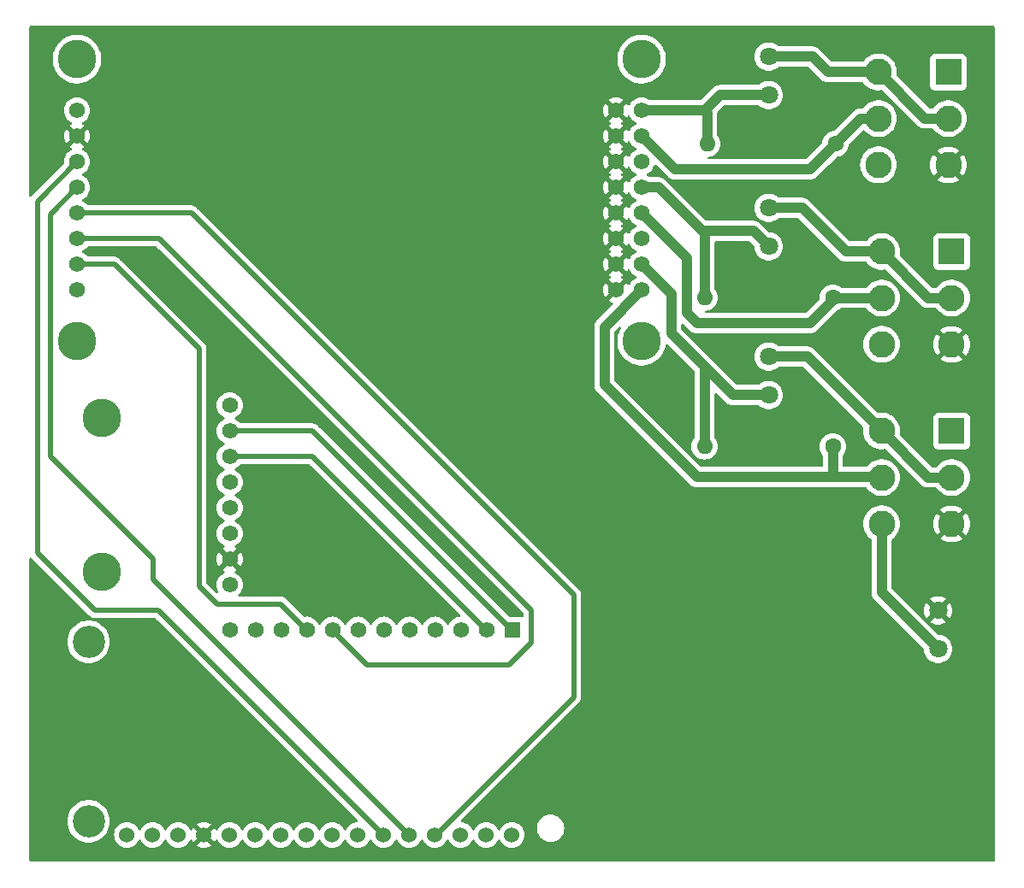
<source format=gbr>
%TF.GenerationSoftware,KiCad,Pcbnew,7.0.11+dfsg-1build4*%
%TF.CreationDate,2024-09-23T14:49:34-04:00*%
%TF.ProjectId,Geophone+Accel+CalibSwitch,47656f70-686f-46e6-952b-416363656c2b,rev?*%
%TF.SameCoordinates,Original*%
%TF.FileFunction,Copper,L1,Top*%
%TF.FilePolarity,Positive*%
%FSLAX46Y46*%
G04 Gerber Fmt 4.6, Leading zero omitted, Abs format (unit mm)*
G04 Created by KiCad (PCBNEW 7.0.11+dfsg-1build4) date 2024-09-23 14:49:34*
%MOMM*%
%LPD*%
G01*
G04 APERTURE LIST*
%TA.AperFunction,ComponentPad*%
%ADD10R,2.625000X2.625000*%
%TD*%
%TA.AperFunction,ComponentPad*%
%ADD11C,2.625000*%
%TD*%
%TA.AperFunction,ComponentPad*%
%ADD12C,1.803400*%
%TD*%
%TA.AperFunction,ComponentPad*%
%ADD13C,1.600000*%
%TD*%
%TA.AperFunction,ComponentPad*%
%ADD14O,1.600000X1.600000*%
%TD*%
%TA.AperFunction,ComponentPad*%
%ADD15C,3.200000*%
%TD*%
%TA.AperFunction,ComponentPad*%
%ADD16C,1.524000*%
%TD*%
%TA.AperFunction,ComponentPad*%
%ADD17R,1.574800X1.574800*%
%TD*%
%TA.AperFunction,ComponentPad*%
%ADD18C,1.574800*%
%TD*%
%TA.AperFunction,WasherPad*%
%ADD19C,3.810000*%
%TD*%
%TA.AperFunction,Conductor*%
%ADD20C,0.200000*%
%TD*%
%TA.AperFunction,Conductor*%
%ADD21C,0.500000*%
%TD*%
%TA.AperFunction,Conductor*%
%ADD22C,1.000000*%
%TD*%
G04 APERTURE END LIST*
D10*
%TO.P,S2,1*%
%TO.N,unconnected-(S2-Pad1)*%
X226379900Y-86360000D03*
D11*
%TO.P,S2,2*%
%TO.N,Net-(G2-Pin_2)*%
X226379900Y-90960000D03*
%TO.P,S2,3*%
%TO.N,GND*%
X226379900Y-95560000D03*
%TO.P,S2,4*%
%TO.N,Net-(G2-Pin_2)*%
X219469900Y-86360000D03*
%TO.P,S2,5*%
%TO.N,Net-(AD1-AIN4)*%
X219469900Y-90960000D03*
%TO.P,S2,6*%
%TO.N,Net-(V1-Pin_1)*%
X219469900Y-95560000D03*
%TD*%
D12*
%TO.P,G3,1,Pin_1*%
%TO.N,Net-(AD1-AIN6)*%
X208280000Y-100584000D03*
%TO.P,G3,2,Pin_2*%
%TO.N,Net-(G3-Pin_2)*%
X208280000Y-96773999D03*
%TD*%
%TO.P,G2,1,Pin_1*%
%TO.N,Net-(AD1-AIN3)*%
X208280000Y-85852000D03*
%TO.P,G2,2,Pin_2*%
%TO.N,Net-(G2-Pin_2)*%
X208280000Y-82041999D03*
%TD*%
%TO.P,G1,1,Pin_1*%
%TO.N,Net-(AD1-AIN0)*%
X208280000Y-70866001D03*
%TO.P,G1,2,Pin_2*%
%TO.N,Net-(G1-Pin_2)*%
X208280000Y-67056000D03*
%TD*%
D13*
%TO.P,R3,1*%
%TO.N,Net-(AD1-AIN7)*%
X214630000Y-105664000D03*
D14*
%TO.P,R3,2*%
%TO.N,Net-(AD1-AIN6)*%
X201930000Y-105664000D03*
%TD*%
D15*
%TO.P,MCU1,*%
%TO.N,*%
X140970000Y-125024000D03*
X140970000Y-142804000D03*
D16*
%TO.P,MCU1,1,~{RESET}*%
%TO.N,unconnected-(MCU1-~{RESET}-Pad1)*%
X144767000Y-144150000D03*
%TO.P,MCU1,2,3V3*%
%TO.N,unconnected-(MCU1-3V3-Pad2)*%
X147307000Y-144150000D03*
%TO.P,MCU1,3,NC*%
%TO.N,unconnected-(MCU1-NC-Pad3)*%
X149847000Y-144150000D03*
%TO.P,MCU1,4,GND*%
%TO.N,GND*%
X152387000Y-144150000D03*
%TO.P,MCU1,5,DAC2/A0*%
%TO.N,unconnected-(MCU1-DAC2{slash}A0-Pad5)*%
X154927000Y-144150000D03*
%TO.P,MCU1,6,DAC1/A1*%
%TO.N,unconnected-(MCU1-DAC1{slash}A1-Pad6)*%
X157467000Y-144150000D03*
%TO.P,MCU1,7,I34/A2*%
%TO.N,unconnected-(MCU1-I34{slash}A2-Pad7)*%
X160007000Y-144150000D03*
%TO.P,MCU1,8,I39/A3*%
%TO.N,unconnected-(MCU1-I39{slash}A3-Pad8)*%
X162547000Y-144150000D03*
%TO.P,MCU1,9,IO36/A4*%
%TO.N,unconnected-(MCU1-IO36{slash}A4-Pad9)*%
X165087000Y-144150000D03*
%TO.P,MCU1,10,IO4/A5*%
%TO.N,unconnected-(MCU1-IO4{slash}A5-Pad10)*%
X167627000Y-144150000D03*
%TO.P,MCU1,11,SCK/IO5*%
%TO.N,Net-(AD1-SCLK)*%
X170167000Y-144150000D03*
%TO.P,MCU1,12,MOSI/IO18*%
%TO.N,Net-(AD1-DIN)*%
X172707000Y-144150000D03*
%TO.P,MCU1,13,MISO/IO19*%
%TO.N,Net-(AD1-DOUT)*%
X175247000Y-144150000D03*
%TO.P,MCU1,14,RX/IO16*%
%TO.N,unconnected-(MCU1-RX{slash}IO16-Pad14)*%
X177787000Y-144150000D03*
%TO.P,MCU1,15,TX/IO17*%
%TO.N,unconnected-(MCU1-TX{slash}IO17-Pad15)*%
X180327000Y-144150000D03*
%TO.P,MCU1,16,IO21*%
%TO.N,unconnected-(MCU1-IO21-Pad16)*%
X182867000Y-144150000D03*
D17*
%TO.P,MCU1,17,SDA/IO23*%
%TO.N,Net-(A1-SDA)*%
X182890000Y-123825000D03*
D18*
%TO.P,MCU1,18,SCL/IO22*%
%TO.N,Net-(A1-SCL)*%
X180350000Y-123825000D03*
%TO.P,MCU1,19,A6/IO14*%
%TO.N,unconnected-(MCU1-A6{slash}IO14-Pad19)*%
X177810000Y-123825000D03*
%TO.P,MCU1,20,A7/IO32*%
%TO.N,unconnected-(MCU1-A7{slash}IO32-Pad20)*%
X175270000Y-123825000D03*
%TO.P,MCU1,21,A8/IO15*%
%TO.N,unconnected-(MCU1-A8{slash}IO15-Pad21)*%
X172730000Y-123825000D03*
%TO.P,MCU1,22,A9/IO33*%
%TO.N,unconnected-(MCU1-A9{slash}IO33-Pad22)*%
X170190000Y-123825000D03*
%TO.P,MCU1,23,A10/IO27*%
%TO.N,unconnected-(MCU1-A10{slash}IO27-Pad23)*%
X167650000Y-123825000D03*
%TO.P,MCU1,24,A11/IO12*%
%TO.N,Net-(AD1-DRDY)*%
X165110000Y-123825000D03*
%TO.P,MCU1,25,A12/IO13*%
%TO.N,Net-(AD1-CS)*%
X162570000Y-123825000D03*
%TO.P,MCU1,26,USB*%
%TO.N,+5V*%
X160030000Y-123825000D03*
%TO.P,MCU1,27,EN*%
%TO.N,unconnected-(MCU1-EN-Pad27)*%
X157490000Y-123825000D03*
%TO.P,MCU1,28,VBAT*%
%TO.N,unconnected-(MCU1-VBAT-Pad28)*%
X154950000Y-123825000D03*
%TD*%
D13*
%TO.P,R2,1*%
%TO.N,Net-(AD1-AIN4)*%
X214630000Y-90932000D03*
D14*
%TO.P,R2,2*%
%TO.N,Net-(AD1-AIN3)*%
X201930000Y-90932000D03*
%TD*%
D10*
%TO.P,S3,1*%
%TO.N,unconnected-(S3-Pad1)*%
X226379900Y-104140000D03*
D11*
%TO.P,S3,2*%
%TO.N,Net-(G3-Pin_2)*%
X226379900Y-108740000D03*
%TO.P,S3,3*%
%TO.N,GND*%
X226379900Y-113340000D03*
%TO.P,S3,4*%
%TO.N,Net-(G3-Pin_2)*%
X219469900Y-104140000D03*
%TO.P,S3,5*%
%TO.N,Net-(AD1-AIN7)*%
X219469900Y-108740000D03*
%TO.P,S3,6*%
%TO.N,Net-(V1-Pin_1)*%
X219469900Y-113340000D03*
%TD*%
D13*
%TO.P,R1,1*%
%TO.N,Net-(AD1-AIN1)*%
X214884000Y-75692000D03*
D14*
%TO.P,R1,2*%
%TO.N,Net-(AD1-AIN0)*%
X202184000Y-75692000D03*
%TD*%
D10*
%TO.P,S1,1*%
%TO.N,unconnected-(S1-Pad1)*%
X226060000Y-68580000D03*
D11*
%TO.P,S1,2*%
%TO.N,Net-(G1-Pin_2)*%
X226060000Y-73180000D03*
%TO.P,S1,3*%
%TO.N,GND*%
X226060000Y-77780000D03*
%TO.P,S1,4*%
%TO.N,Net-(G1-Pin_2)*%
X219150000Y-68580000D03*
%TO.P,S1,5*%
%TO.N,Net-(AD1-AIN1)*%
X219150000Y-73180000D03*
%TO.P,S1,6*%
%TO.N,Net-(V1-Pin_1)*%
X219150000Y-77780000D03*
%TD*%
D19*
%TO.P,AD1,*%
%TO.N,*%
X195707000Y-67310000D03*
X139827000Y-67310000D03*
X195707000Y-95250000D03*
X139827000Y-95250000D03*
D18*
%TO.P,AD1,1,5V*%
%TO.N,+5V*%
X139827000Y-72390000D03*
%TO.P,AD1,2,GND*%
%TO.N,GND*%
X139827000Y-74930000D03*
%TO.P,AD1,3,SCLK*%
%TO.N,Net-(AD1-SCLK)*%
X139827000Y-77470000D03*
%TO.P,AD1,4,DIN*%
%TO.N,Net-(AD1-DIN)*%
X139827000Y-80010000D03*
%TO.P,AD1,5,DOUT*%
%TO.N,Net-(AD1-DOUT)*%
X139827000Y-82550000D03*
%TO.P,AD1,6,DRDY*%
%TO.N,Net-(AD1-DRDY)*%
X139827000Y-85090000D03*
%TO.P,AD1,7,CS*%
%TO.N,Net-(AD1-CS)*%
X139827000Y-87630000D03*
%TO.P,AD1,8,PDWN*%
%TO.N,unconnected-(AD1-PDWN-Pad8)*%
X139827000Y-90170000D03*
%TO.P,AD1,9,AIN0*%
%TO.N,Net-(AD1-AIN0)*%
X195717000Y-72390000D03*
%TO.P,AD1,10,AIN1*%
%TO.N,Net-(AD1-AIN1)*%
X195717000Y-74930000D03*
%TO.P,AD1,11,AIN2*%
%TO.N,unconnected-(AD1-AIN2-Pad11)*%
X195717000Y-77470000D03*
%TO.P,AD1,12,AIN3*%
%TO.N,Net-(AD1-AIN3)*%
X195717000Y-80010000D03*
%TO.P,AD1,13,AIN4*%
%TO.N,Net-(AD1-AIN4)*%
X195717000Y-82550000D03*
%TO.P,AD1,14,AIN5*%
%TO.N,unconnected-(AD1-AIN5-Pad14)*%
X195717000Y-85090000D03*
%TO.P,AD1,15,AIN6*%
%TO.N,Net-(AD1-AIN6)*%
X195717000Y-87630000D03*
%TO.P,AD1,16,AIN7*%
%TO.N,Net-(AD1-AIN7)*%
X195717000Y-90170000D03*
%TO.P,AD1,17,GND*%
%TO.N,GND*%
X193177000Y-90170000D03*
%TO.P,AD1,18,GND*%
X193177000Y-87630000D03*
%TO.P,AD1,19,GND*%
X193177000Y-85090000D03*
%TO.P,AD1,20,GND*%
X193177000Y-82550000D03*
%TO.P,AD1,21,GND*%
X193177000Y-80010000D03*
%TO.P,AD1,22,GND*%
X193177000Y-77470000D03*
%TO.P,AD1,23,GND*%
X193177000Y-74930000D03*
%TO.P,AD1,24,GND*%
X193177000Y-72390000D03*
%TD*%
D12*
%TO.P,V1,1,Pin_1*%
%TO.N,Net-(V1-Pin_1)*%
X225044000Y-125730001D03*
%TO.P,V1,2,Pin_2*%
%TO.N,GND*%
X225044000Y-121920000D03*
%TD*%
D19*
%TO.P,A1,*%
%TO.N,*%
X142240000Y-118110000D03*
X142240000Y-102870000D03*
D18*
%TO.P,A1,1,5V*%
%TO.N,+5V*%
X154940000Y-119380000D03*
%TO.P,A1,2,GND*%
%TO.N,GND*%
X154940000Y-116840000D03*
%TO.P,A1,3,3V3*%
%TO.N,unconnected-(A1-3V3-Pad3)*%
X154940000Y-114300000D03*
%TO.P,A1,4,I2*%
%TO.N,unconnected-(A1-I2-Pad4)*%
X154940000Y-111760000D03*
%TO.P,A1,5,I1*%
%TO.N,unconnected-(A1-I1-Pad5)*%
X154940000Y-109220000D03*
%TO.P,A1,6,SCL*%
%TO.N,Net-(A1-SCL)*%
X154940000Y-106680000D03*
%TO.P,A1,7,SDA*%
%TO.N,Net-(A1-SDA)*%
X154940000Y-104140000D03*
%TO.P,A1,8,A*%
%TO.N,unconnected-(A1-A-Pad8)*%
X154940000Y-101600000D03*
%TD*%
D20*
%TO.N,+5V*%
X155233500Y-119380000D02*
X155527000Y-119380000D01*
X154940000Y-119380000D02*
X155233500Y-119380000D01*
D21*
%TO.N,Net-(A1-SCL)*%
X154940000Y-106680000D02*
X163147000Y-106680000D01*
X163147000Y-106680000D02*
X180363000Y-123896000D01*
%TO.N,Net-(A1-SDA)*%
X182903000Y-123896000D02*
X163147000Y-104140000D01*
X163147000Y-104140000D02*
X154940000Y-104140000D01*
%TO.N,Net-(AD1-SCLK)*%
X135890000Y-81407000D02*
X139827000Y-77470000D01*
X141605000Y-121920000D02*
X135890000Y-116205000D01*
X170180000Y-144221000D02*
X147879000Y-121920000D01*
X135890000Y-116205000D02*
X135890000Y-81407000D01*
X147879000Y-121920000D02*
X141605000Y-121920000D01*
%TO.N,Net-(AD1-DIN)*%
X137160000Y-82677000D02*
X139827000Y-80010000D01*
X137160000Y-106680000D02*
X137160000Y-82677000D01*
X172720000Y-144221000D02*
X147320000Y-118821000D01*
X147320000Y-116840000D02*
X137160000Y-106680000D01*
X147320000Y-118821000D02*
X147320000Y-116840000D01*
%TO.N,Net-(AD1-DOUT)*%
X188976000Y-130505000D02*
X175260000Y-144221000D01*
X139827000Y-82550000D02*
X151130000Y-82550000D01*
X151130000Y-82550000D02*
X188976000Y-120396000D01*
X188976000Y-120396000D02*
X188976000Y-130505000D01*
%TO.N,Net-(AD1-DRDY)*%
X184785000Y-125095000D02*
X182562500Y-127317500D01*
X168544500Y-127317500D02*
X165123000Y-123896000D01*
X182562500Y-127317500D02*
X168544500Y-127317500D01*
X139827000Y-85090000D02*
X147955000Y-85090000D01*
X147955000Y-85090000D02*
X184785000Y-121920000D01*
X184785000Y-121920000D02*
X184785000Y-125095000D01*
%TO.N,Net-(AD1-CS)*%
X153670000Y-121285000D02*
X159972000Y-121285000D01*
X151892000Y-119507000D02*
X153670000Y-121285000D01*
X159972000Y-121285000D02*
X162583000Y-123896000D01*
X143510000Y-87630000D02*
X151892000Y-96012000D01*
X151892000Y-96012000D02*
X151892000Y-119507000D01*
X139827000Y-87630000D02*
X143510000Y-87630000D01*
D22*
%TO.N,Net-(AD1-AIN0)*%
X202184000Y-72644000D02*
X201930000Y-72390000D01*
X208280000Y-70866001D02*
X203453999Y-70866001D01*
X202184000Y-75692000D02*
X202184000Y-72644000D01*
X201930000Y-72390000D02*
X195717000Y-72390000D01*
X203453999Y-70866001D02*
X201930000Y-72390000D01*
%TO.N,Net-(AD1-AIN1)*%
X217396000Y-73180000D02*
X219150000Y-73180000D01*
X199019000Y-78232000D02*
X212344000Y-78232000D01*
X212344000Y-78232000D02*
X217396000Y-73180000D01*
X195717000Y-74930000D02*
X199019000Y-78232000D01*
%TO.N,Net-(AD1-AIN3)*%
X197358000Y-80010000D02*
X201676000Y-84328000D01*
X201930000Y-84582000D02*
X201930000Y-86223000D01*
D20*
X201930000Y-86223000D02*
X201930000Y-86360000D01*
D22*
X201930000Y-84328000D02*
X206756000Y-84328000D01*
X201676000Y-84328000D02*
X201930000Y-84328000D01*
X206756000Y-84328000D02*
X208280000Y-85852000D01*
X201930000Y-90932000D02*
X201930000Y-86360000D01*
X201930000Y-84328000D02*
X201930000Y-84582000D01*
X195717000Y-80010000D02*
X197358000Y-80010000D01*
%TO.N,Net-(AD1-AIN4)*%
X219469900Y-90960000D02*
X214856000Y-90960000D01*
X200152000Y-92456000D02*
X200152000Y-86985000D01*
D20*
X219469900Y-90960000D02*
X219470000Y-90960000D01*
D22*
X214856000Y-90960000D02*
X212344000Y-93472000D01*
X212344000Y-93472000D02*
X201168000Y-93472000D01*
X201168000Y-93472000D02*
X200152000Y-92456000D01*
X200152000Y-86985000D02*
X195717000Y-82550000D01*
%TO.N,Net-(AD1-AIN6)*%
X201930000Y-97790000D02*
X201930000Y-105664000D01*
X204724000Y-100584000D02*
X198628000Y-94488000D01*
X198628000Y-94488000D02*
X198628000Y-90541000D01*
X208280000Y-100584000D02*
X204724000Y-100584000D01*
X198628000Y-90541000D02*
X195717000Y-87630000D01*
%TO.N,Net-(AD1-AIN7)*%
X219441900Y-108712000D02*
X219469900Y-108740000D01*
D20*
X219469900Y-108740000D02*
X219470000Y-108740000D01*
D22*
X195717000Y-90170000D02*
X192024000Y-93863000D01*
X192024000Y-93863000D02*
X192024000Y-99568000D01*
X214630000Y-105664000D02*
X214630000Y-108712000D01*
X192024000Y-99568000D02*
X201168000Y-108712000D01*
D21*
X195717000Y-90170000D02*
X195717000Y-90668000D01*
D22*
X201168000Y-108712000D02*
X219441900Y-108712000D01*
%TO.N,Net-(G1-Pin_2)*%
X223750000Y-73180000D02*
X226060000Y-73180000D01*
X212598000Y-67056000D02*
X214122000Y-68580000D01*
X214122000Y-68580000D02*
X219150000Y-68580000D01*
X219150000Y-68580000D02*
X223750000Y-73180000D01*
X208280000Y-67056000D02*
X212598000Y-67056000D01*
%TO.N,Net-(G2-Pin_2)*%
X219470000Y-86360000D02*
X224070000Y-90960000D01*
D20*
X226379900Y-90960000D02*
X226380000Y-90960000D01*
D22*
X224070000Y-90960000D02*
X226379900Y-90960000D01*
X211581999Y-82041999D02*
X215900000Y-86360000D01*
X215900000Y-86360000D02*
X219469900Y-86360000D01*
X208280000Y-82041999D02*
X211581999Y-82041999D01*
D20*
X219469900Y-86360000D02*
X219470000Y-86360000D01*
%TO.N,Net-(G3-Pin_2)*%
X219469900Y-104140000D02*
X219470000Y-104140000D01*
D22*
X219469900Y-104140000D02*
X219456000Y-104140000D01*
D20*
X226379900Y-108740000D02*
X226380000Y-108740000D01*
D22*
X219456000Y-104140000D02*
X212089999Y-96773999D01*
X212089999Y-96773999D02*
X208280000Y-96773999D01*
X224070000Y-108740000D02*
X226379900Y-108740000D01*
X219470000Y-104140000D02*
X224070000Y-108740000D01*
D20*
%TO.N,Net-(V1-Pin_1)*%
X219470000Y-113340000D02*
X219469900Y-113340000D01*
D22*
X225044000Y-125730001D02*
X219456000Y-120142001D01*
X219456000Y-113353900D02*
X219469900Y-113340000D01*
X219456000Y-120142001D02*
X219456000Y-113353900D01*
%TD*%
%TA.AperFunction,Conductor*%
%TO.N,GND*%
G36*
X194246978Y-88346425D02*
G01*
X194296182Y-88276154D01*
X194334342Y-88194321D01*
X194380514Y-88141881D01*
X194447707Y-88122729D01*
X194514589Y-88142944D01*
X194559106Y-88194320D01*
X194597384Y-88276408D01*
X194597385Y-88276410D01*
X194726643Y-88461011D01*
X194885988Y-88620356D01*
X194885991Y-88620358D01*
X195070590Y-88749615D01*
X195134507Y-88779419D01*
X195152088Y-88787618D01*
X195204527Y-88833790D01*
X195223679Y-88900984D01*
X195203463Y-88967865D01*
X195152088Y-89012382D01*
X195070591Y-89050384D01*
X195070589Y-89050385D01*
X194885988Y-89179643D01*
X194726643Y-89338988D01*
X194597385Y-89523589D01*
X194597384Y-89523591D01*
X194559106Y-89605680D01*
X194512934Y-89658119D01*
X194445740Y-89677271D01*
X194378859Y-89657055D01*
X194334342Y-89605680D01*
X194296180Y-89523842D01*
X194296179Y-89523840D01*
X194246978Y-89453574D01*
X194246978Y-89453573D01*
X193688891Y-90011660D01*
X193684327Y-89989696D01*
X193616869Y-89859507D01*
X193516787Y-89752345D01*
X193391505Y-89676160D01*
X193333530Y-89659916D01*
X193893425Y-89100021D01*
X193893424Y-89100020D01*
X193823159Y-89050820D01*
X193823157Y-89050819D01*
X193740728Y-89012382D01*
X193688289Y-88966210D01*
X193669137Y-88899016D01*
X193689353Y-88832135D01*
X193740729Y-88787618D01*
X193823154Y-88749182D01*
X193893425Y-88699978D01*
X193335951Y-88142503D01*
X193456752Y-88090032D01*
X193570493Y-87997497D01*
X193655051Y-87877706D01*
X193687357Y-87786804D01*
X194246978Y-88346425D01*
G37*
%TD.AperFunction*%
%TA.AperFunction,Conductor*%
G36*
X194246978Y-85806425D02*
G01*
X194296182Y-85736154D01*
X194334342Y-85654321D01*
X194380514Y-85601881D01*
X194447707Y-85582729D01*
X194514589Y-85602944D01*
X194559106Y-85654320D01*
X194597384Y-85736408D01*
X194597385Y-85736410D01*
X194726643Y-85921011D01*
X194885988Y-86080356D01*
X194898376Y-86089030D01*
X195070590Y-86209615D01*
X195120032Y-86232670D01*
X195152088Y-86247618D01*
X195204527Y-86293790D01*
X195223679Y-86360984D01*
X195203463Y-86427865D01*
X195152088Y-86472382D01*
X195070591Y-86510384D01*
X195070589Y-86510385D01*
X194885988Y-86639643D01*
X194726643Y-86798988D01*
X194597385Y-86983589D01*
X194597384Y-86983591D01*
X194559106Y-87065680D01*
X194512934Y-87118119D01*
X194445740Y-87137271D01*
X194378859Y-87117055D01*
X194334342Y-87065680D01*
X194296180Y-86983842D01*
X194296179Y-86983840D01*
X194246978Y-86913574D01*
X194246978Y-86913573D01*
X193688891Y-87471660D01*
X193684327Y-87449696D01*
X193616869Y-87319507D01*
X193516787Y-87212345D01*
X193391505Y-87136160D01*
X193333530Y-87119916D01*
X193893425Y-86560021D01*
X193893424Y-86560020D01*
X193823159Y-86510820D01*
X193823157Y-86510819D01*
X193740728Y-86472382D01*
X193688289Y-86426210D01*
X193669137Y-86359016D01*
X193689353Y-86292135D01*
X193740729Y-86247618D01*
X193823154Y-86209182D01*
X193893425Y-86159978D01*
X193335951Y-85602503D01*
X193456752Y-85550032D01*
X193570493Y-85457497D01*
X193655051Y-85337706D01*
X193687357Y-85246804D01*
X194246978Y-85806425D01*
G37*
%TD.AperFunction*%
%TA.AperFunction,Conductor*%
G36*
X194246978Y-83266425D02*
G01*
X194296182Y-83196154D01*
X194334342Y-83114321D01*
X194380514Y-83061881D01*
X194447707Y-83042729D01*
X194514589Y-83062944D01*
X194559106Y-83114320D01*
X194597384Y-83196408D01*
X194597385Y-83196410D01*
X194726643Y-83381011D01*
X194885988Y-83540356D01*
X194885991Y-83540358D01*
X195070590Y-83669615D01*
X195134507Y-83699419D01*
X195152088Y-83707618D01*
X195204527Y-83753790D01*
X195223679Y-83820984D01*
X195203463Y-83887865D01*
X195152088Y-83932382D01*
X195070591Y-83970384D01*
X195070589Y-83970385D01*
X194885988Y-84099643D01*
X194726643Y-84258988D01*
X194597385Y-84443589D01*
X194597384Y-84443591D01*
X194559106Y-84525680D01*
X194512934Y-84578119D01*
X194445740Y-84597271D01*
X194378859Y-84577055D01*
X194334342Y-84525680D01*
X194296180Y-84443842D01*
X194296179Y-84443840D01*
X194246978Y-84373574D01*
X194246978Y-84373573D01*
X193688891Y-84931660D01*
X193684327Y-84909696D01*
X193616869Y-84779507D01*
X193516787Y-84672345D01*
X193391505Y-84596160D01*
X193333530Y-84579916D01*
X193893425Y-84020021D01*
X193893424Y-84020020D01*
X193823159Y-83970820D01*
X193823157Y-83970819D01*
X193740728Y-83932382D01*
X193688289Y-83886210D01*
X193669137Y-83819016D01*
X193689353Y-83752135D01*
X193740729Y-83707618D01*
X193823154Y-83669182D01*
X193893425Y-83619978D01*
X193335951Y-83062503D01*
X193456752Y-83010032D01*
X193570493Y-82917497D01*
X193655051Y-82797706D01*
X193687357Y-82706804D01*
X194246978Y-83266425D01*
G37*
%TD.AperFunction*%
%TA.AperFunction,Conductor*%
G36*
X194246978Y-80726425D02*
G01*
X194296182Y-80656154D01*
X194334342Y-80574321D01*
X194380514Y-80521881D01*
X194447707Y-80502729D01*
X194514589Y-80522944D01*
X194559106Y-80574320D01*
X194597384Y-80656408D01*
X194597385Y-80656410D01*
X194726643Y-80841011D01*
X194885988Y-81000356D01*
X194900475Y-81010500D01*
X195070590Y-81129615D01*
X195111233Y-81148567D01*
X195152088Y-81167618D01*
X195204527Y-81213790D01*
X195223679Y-81280984D01*
X195203463Y-81347865D01*
X195152088Y-81392382D01*
X195070591Y-81430384D01*
X195070589Y-81430385D01*
X194885988Y-81559643D01*
X194726643Y-81718988D01*
X194597385Y-81903589D01*
X194597384Y-81903591D01*
X194559106Y-81985680D01*
X194512934Y-82038119D01*
X194445740Y-82057271D01*
X194378859Y-82037055D01*
X194334342Y-81985680D01*
X194296180Y-81903842D01*
X194296179Y-81903840D01*
X194246978Y-81833574D01*
X194246978Y-81833573D01*
X193688891Y-82391660D01*
X193684327Y-82369696D01*
X193616869Y-82239507D01*
X193516787Y-82132345D01*
X193391505Y-82056160D01*
X193333530Y-82039916D01*
X193893425Y-81480021D01*
X193893424Y-81480020D01*
X193823159Y-81430820D01*
X193823157Y-81430819D01*
X193740728Y-81392382D01*
X193688289Y-81346210D01*
X193669137Y-81279016D01*
X193689353Y-81212135D01*
X193740729Y-81167618D01*
X193823154Y-81129182D01*
X193893425Y-81079978D01*
X193335951Y-80522503D01*
X193456752Y-80470032D01*
X193570493Y-80377497D01*
X193655051Y-80257706D01*
X193687357Y-80166804D01*
X194246978Y-80726425D01*
G37*
%TD.AperFunction*%
%TA.AperFunction,Conductor*%
G36*
X194246978Y-78186425D02*
G01*
X194296182Y-78116154D01*
X194334342Y-78034321D01*
X194380514Y-77981881D01*
X194447707Y-77962729D01*
X194514589Y-77982944D01*
X194559106Y-78034320D01*
X194597384Y-78116408D01*
X194597385Y-78116410D01*
X194726643Y-78301011D01*
X194885988Y-78460356D01*
X194885991Y-78460358D01*
X195070590Y-78589615D01*
X195123069Y-78614086D01*
X195152088Y-78627618D01*
X195204527Y-78673790D01*
X195223679Y-78740984D01*
X195203463Y-78807865D01*
X195152088Y-78852382D01*
X195070591Y-78890384D01*
X195070589Y-78890385D01*
X194885988Y-79019643D01*
X194726643Y-79178988D01*
X194597385Y-79363589D01*
X194597384Y-79363591D01*
X194559106Y-79445680D01*
X194512934Y-79498119D01*
X194445740Y-79517271D01*
X194378859Y-79497055D01*
X194334342Y-79445680D01*
X194296180Y-79363842D01*
X194296179Y-79363840D01*
X194246978Y-79293574D01*
X194246978Y-79293573D01*
X193688891Y-79851660D01*
X193684327Y-79829696D01*
X193616869Y-79699507D01*
X193516787Y-79592345D01*
X193391505Y-79516160D01*
X193333530Y-79499916D01*
X193893425Y-78940021D01*
X193893424Y-78940020D01*
X193823159Y-78890820D01*
X193823157Y-78890819D01*
X193740728Y-78852382D01*
X193688289Y-78806210D01*
X193669137Y-78739016D01*
X193689353Y-78672135D01*
X193740729Y-78627618D01*
X193823154Y-78589182D01*
X193893425Y-78539978D01*
X193335951Y-77982503D01*
X193456752Y-77930032D01*
X193570493Y-77837497D01*
X193655051Y-77717706D01*
X193687357Y-77626804D01*
X194246978Y-78186425D01*
G37*
%TD.AperFunction*%
%TA.AperFunction,Conductor*%
G36*
X194246978Y-75646425D02*
G01*
X194296182Y-75576154D01*
X194334342Y-75494321D01*
X194380514Y-75441881D01*
X194447707Y-75422729D01*
X194514589Y-75442944D01*
X194559106Y-75494320D01*
X194597384Y-75576408D01*
X194597385Y-75576410D01*
X194726643Y-75761011D01*
X194885988Y-75920356D01*
X194885991Y-75920358D01*
X195070590Y-76049615D01*
X195134507Y-76079419D01*
X195152088Y-76087618D01*
X195204527Y-76133790D01*
X195223679Y-76200984D01*
X195203463Y-76267865D01*
X195152088Y-76312382D01*
X195070591Y-76350384D01*
X195070589Y-76350385D01*
X194885988Y-76479643D01*
X194726643Y-76638988D01*
X194597385Y-76823589D01*
X194597384Y-76823591D01*
X194559106Y-76905680D01*
X194512934Y-76958119D01*
X194445740Y-76977271D01*
X194378859Y-76957055D01*
X194334342Y-76905680D01*
X194296180Y-76823842D01*
X194296179Y-76823840D01*
X194246978Y-76753574D01*
X194246978Y-76753573D01*
X193688891Y-77311660D01*
X193684327Y-77289696D01*
X193616869Y-77159507D01*
X193516787Y-77052345D01*
X193391505Y-76976160D01*
X193333530Y-76959916D01*
X193893425Y-76400021D01*
X193893424Y-76400020D01*
X193823159Y-76350820D01*
X193823157Y-76350819D01*
X193740728Y-76312382D01*
X193688289Y-76266210D01*
X193669137Y-76199016D01*
X193689353Y-76132135D01*
X193740729Y-76087618D01*
X193823154Y-76049182D01*
X193893425Y-75999978D01*
X193335951Y-75442503D01*
X193456752Y-75390032D01*
X193570493Y-75297497D01*
X193655051Y-75177706D01*
X193687357Y-75086804D01*
X194246978Y-75646425D01*
G37*
%TD.AperFunction*%
%TA.AperFunction,Conductor*%
G36*
X194246978Y-73106425D02*
G01*
X194296182Y-73036154D01*
X194334342Y-72954321D01*
X194380514Y-72901881D01*
X194447707Y-72882729D01*
X194514589Y-72902944D01*
X194559106Y-72954320D01*
X194597384Y-73036408D01*
X194597385Y-73036410D01*
X194726643Y-73221011D01*
X194885988Y-73380356D01*
X194885991Y-73380358D01*
X195070590Y-73509615D01*
X195134507Y-73539419D01*
X195152088Y-73547618D01*
X195204527Y-73593790D01*
X195223679Y-73660984D01*
X195203463Y-73727865D01*
X195152088Y-73772382D01*
X195070591Y-73810384D01*
X195070589Y-73810385D01*
X194885988Y-73939643D01*
X194726643Y-74098988D01*
X194597385Y-74283589D01*
X194597384Y-74283591D01*
X194559106Y-74365680D01*
X194512934Y-74418119D01*
X194445740Y-74437271D01*
X194378859Y-74417055D01*
X194334342Y-74365680D01*
X194296180Y-74283842D01*
X194296179Y-74283840D01*
X194246978Y-74213574D01*
X194246978Y-74213573D01*
X193688891Y-74771660D01*
X193684327Y-74749696D01*
X193616869Y-74619507D01*
X193516787Y-74512345D01*
X193391505Y-74436160D01*
X193333530Y-74419916D01*
X193893425Y-73860021D01*
X193893424Y-73860020D01*
X193823159Y-73810820D01*
X193823157Y-73810819D01*
X193740728Y-73772382D01*
X193688289Y-73726210D01*
X193669137Y-73659016D01*
X193689353Y-73592135D01*
X193740729Y-73547618D01*
X193823154Y-73509182D01*
X193893425Y-73459978D01*
X193335951Y-72902503D01*
X193456752Y-72850032D01*
X193570493Y-72757497D01*
X193655051Y-72637706D01*
X193687357Y-72546804D01*
X194246978Y-73106425D01*
G37*
%TD.AperFunction*%
%TA.AperFunction,Conductor*%
G36*
X230582539Y-64020185D02*
G01*
X230628294Y-64072989D01*
X230639500Y-64124500D01*
X230639500Y-146695500D01*
X230619815Y-146762539D01*
X230567011Y-146808294D01*
X230515500Y-146819500D01*
X135244500Y-146819500D01*
X135177461Y-146799815D01*
X135131706Y-146747011D01*
X135120500Y-146695500D01*
X135120500Y-142804000D01*
X138864592Y-142804000D01*
X138884201Y-143090680D01*
X138884201Y-143090684D01*
X138884202Y-143090686D01*
X138885776Y-143098259D01*
X138942666Y-143372034D01*
X138942667Y-143372037D01*
X139038894Y-143642793D01*
X139038893Y-143642793D01*
X139171098Y-143897935D01*
X139336812Y-144132700D01*
X139381761Y-144180828D01*
X139532947Y-144342708D01*
X139755853Y-144524055D01*
X139969897Y-144654219D01*
X140001382Y-144673365D01*
X140188237Y-144754526D01*
X140264942Y-144787844D01*
X140541642Y-144865371D01*
X140791920Y-144899771D01*
X140826321Y-144904500D01*
X140826322Y-144904500D01*
X141113679Y-144904500D01*
X141144370Y-144900281D01*
X141398358Y-144865371D01*
X141675058Y-144787844D01*
X141788015Y-144738779D01*
X141938617Y-144673365D01*
X141938620Y-144673363D01*
X141938625Y-144673361D01*
X142184147Y-144524055D01*
X142407053Y-144342708D01*
X142603189Y-144132698D01*
X142768901Y-143897936D01*
X142901104Y-143642797D01*
X142997334Y-143372032D01*
X143055798Y-143090686D01*
X143075408Y-142804000D01*
X143055798Y-142517314D01*
X142997334Y-142235968D01*
X142994892Y-142229098D01*
X142901105Y-141965206D01*
X142901106Y-141965206D01*
X142768901Y-141710064D01*
X142603187Y-141475299D01*
X142524554Y-141391105D01*
X142407053Y-141265292D01*
X142184147Y-141083945D01*
X142184146Y-141083944D01*
X141938617Y-140934634D01*
X141675063Y-140820158D01*
X141675061Y-140820157D01*
X141675058Y-140820156D01*
X141545578Y-140783877D01*
X141398364Y-140742630D01*
X141398359Y-140742629D01*
X141398358Y-140742629D01*
X141256018Y-140723064D01*
X141113679Y-140703500D01*
X141113678Y-140703500D01*
X140826322Y-140703500D01*
X140826321Y-140703500D01*
X140541642Y-140742629D01*
X140541635Y-140742630D01*
X140333861Y-140800845D01*
X140264942Y-140820156D01*
X140264939Y-140820156D01*
X140264936Y-140820158D01*
X140264935Y-140820158D01*
X140001382Y-140934634D01*
X139755853Y-141083944D01*
X139532950Y-141265289D01*
X139336812Y-141475299D01*
X139171098Y-141710064D01*
X139038894Y-141965206D01*
X138942667Y-142235962D01*
X138942666Y-142235965D01*
X138884201Y-142517319D01*
X138864592Y-142804000D01*
X135120500Y-142804000D01*
X135120500Y-125024000D01*
X138864592Y-125024000D01*
X138884201Y-125310680D01*
X138942666Y-125592034D01*
X138942667Y-125592037D01*
X139038894Y-125862793D01*
X139038893Y-125862793D01*
X139171098Y-126117935D01*
X139336812Y-126352700D01*
X139380672Y-126399662D01*
X139532947Y-126562708D01*
X139571660Y-126594203D01*
X139755853Y-126744055D01*
X140001382Y-126893365D01*
X140188237Y-126974526D01*
X140264942Y-127007844D01*
X140541642Y-127085371D01*
X140791920Y-127119771D01*
X140826321Y-127124500D01*
X140826322Y-127124500D01*
X141113679Y-127124500D01*
X141144370Y-127120281D01*
X141398358Y-127085371D01*
X141675058Y-127007844D01*
X141788015Y-126958779D01*
X141938617Y-126893365D01*
X141938620Y-126893363D01*
X141938625Y-126893361D01*
X142184147Y-126744055D01*
X142407053Y-126562708D01*
X142603189Y-126352698D01*
X142768901Y-126117936D01*
X142901104Y-125862797D01*
X142997334Y-125592032D01*
X143055798Y-125310686D01*
X143075408Y-125024000D01*
X143055798Y-124737314D01*
X142997334Y-124455968D01*
X142955220Y-124337472D01*
X142901105Y-124185206D01*
X142901106Y-124185206D01*
X142768901Y-123930064D01*
X142603187Y-123695299D01*
X142514651Y-123600501D01*
X142407053Y-123485292D01*
X142184147Y-123303945D01*
X142184146Y-123303944D01*
X141938617Y-123154634D01*
X141675063Y-123040158D01*
X141675061Y-123040157D01*
X141675058Y-123040156D01*
X141545578Y-123003877D01*
X141398364Y-122962630D01*
X141398359Y-122962629D01*
X141398358Y-122962629D01*
X141256018Y-122943064D01*
X141113679Y-122923500D01*
X141113678Y-122923500D01*
X140826322Y-122923500D01*
X140826321Y-122923500D01*
X140541642Y-122962629D01*
X140541635Y-122962630D01*
X140333861Y-123020845D01*
X140264942Y-123040156D01*
X140264939Y-123040156D01*
X140264936Y-123040158D01*
X140264935Y-123040158D01*
X140001382Y-123154634D01*
X139755853Y-123303944D01*
X139532950Y-123485289D01*
X139336812Y-123695299D01*
X139171098Y-123930064D01*
X139038894Y-124185206D01*
X138942667Y-124455962D01*
X138942666Y-124455965D01*
X138884201Y-124737319D01*
X138864592Y-125024000D01*
X135120500Y-125024000D01*
X135120500Y-116798272D01*
X135140185Y-116731233D01*
X135192989Y-116685478D01*
X135262147Y-116675534D01*
X135325703Y-116704559D01*
X135329594Y-116708078D01*
X135365709Y-116742151D01*
X135368296Y-116744664D01*
X141029267Y-122405634D01*
X141041048Y-122419266D01*
X141055390Y-122438530D01*
X141093343Y-122470376D01*
X141101319Y-122477686D01*
X141105220Y-122481588D01*
X141129543Y-122500820D01*
X141132304Y-122503069D01*
X141153450Y-122520812D01*
X141189789Y-122551305D01*
X141195818Y-122555270D01*
X141195785Y-122555319D01*
X141202143Y-122559369D01*
X141202175Y-122559319D01*
X141208317Y-122563107D01*
X141208319Y-122563108D01*
X141208323Y-122563111D01*
X141264737Y-122589417D01*
X141276315Y-122594816D01*
X141279560Y-122596388D01*
X141306953Y-122610145D01*
X141346567Y-122630040D01*
X141346569Y-122630040D01*
X141353361Y-122632513D01*
X141353340Y-122632570D01*
X141360455Y-122635043D01*
X141360475Y-122634986D01*
X141367323Y-122637254D01*
X141367328Y-122637257D01*
X141440852Y-122652437D01*
X141444286Y-122653199D01*
X141489563Y-122663931D01*
X141517274Y-122670499D01*
X141517275Y-122670499D01*
X141517279Y-122670500D01*
X141517283Y-122670500D01*
X141524452Y-122671338D01*
X141524444Y-122671397D01*
X141531945Y-122672164D01*
X141531951Y-122672105D01*
X141539140Y-122672734D01*
X141539144Y-122672733D01*
X141539145Y-122672734D01*
X141614131Y-122670552D01*
X141617738Y-122670500D01*
X147516770Y-122670500D01*
X147583809Y-122690185D01*
X147604451Y-122706819D01*
X167579943Y-142682310D01*
X167613428Y-142743633D01*
X167608444Y-142813325D01*
X167566572Y-142869258D01*
X167503070Y-142893519D01*
X167406936Y-142901929D01*
X167406929Y-142901930D01*
X167193554Y-142959104D01*
X167193548Y-142959107D01*
X166993340Y-143052465D01*
X166993338Y-143052466D01*
X166812377Y-143179175D01*
X166656175Y-143335377D01*
X166529466Y-143516338D01*
X166529465Y-143516340D01*
X166469382Y-143645189D01*
X166423209Y-143697628D01*
X166356016Y-143716780D01*
X166289135Y-143696564D01*
X166244618Y-143645189D01*
X166184651Y-143516590D01*
X166184534Y-143516339D01*
X166121180Y-143425859D01*
X166057827Y-143335381D01*
X165990032Y-143267586D01*
X165901620Y-143179174D01*
X165901616Y-143179171D01*
X165901615Y-143179170D01*
X165720666Y-143052468D01*
X165720662Y-143052466D01*
X165692522Y-143039344D01*
X165520450Y-142959106D01*
X165520447Y-142959105D01*
X165520445Y-142959104D01*
X165307070Y-142901930D01*
X165307062Y-142901929D01*
X165087002Y-142882677D01*
X165086998Y-142882677D01*
X164866937Y-142901929D01*
X164866929Y-142901930D01*
X164653554Y-142959104D01*
X164653548Y-142959107D01*
X164453340Y-143052465D01*
X164453338Y-143052466D01*
X164272377Y-143179175D01*
X164116175Y-143335377D01*
X163989466Y-143516338D01*
X163989465Y-143516340D01*
X163929382Y-143645189D01*
X163883209Y-143697628D01*
X163816016Y-143716780D01*
X163749135Y-143696564D01*
X163704618Y-143645189D01*
X163644651Y-143516590D01*
X163644534Y-143516339D01*
X163581180Y-143425859D01*
X163517827Y-143335381D01*
X163450032Y-143267586D01*
X163361620Y-143179174D01*
X163361616Y-143179171D01*
X163361615Y-143179170D01*
X163180666Y-143052468D01*
X163180662Y-143052466D01*
X163152522Y-143039344D01*
X162980450Y-142959106D01*
X162980447Y-142959105D01*
X162980445Y-142959104D01*
X162767070Y-142901930D01*
X162767062Y-142901929D01*
X162547002Y-142882677D01*
X162546998Y-142882677D01*
X162326937Y-142901929D01*
X162326929Y-142901930D01*
X162113554Y-142959104D01*
X162113548Y-142959107D01*
X161913340Y-143052465D01*
X161913338Y-143052466D01*
X161732377Y-143179175D01*
X161576175Y-143335377D01*
X161449466Y-143516338D01*
X161449465Y-143516340D01*
X161389382Y-143645189D01*
X161343209Y-143697628D01*
X161276016Y-143716780D01*
X161209135Y-143696564D01*
X161164618Y-143645189D01*
X161104651Y-143516590D01*
X161104534Y-143516339D01*
X161041180Y-143425859D01*
X160977827Y-143335381D01*
X160910032Y-143267586D01*
X160821620Y-143179174D01*
X160821616Y-143179171D01*
X160821615Y-143179170D01*
X160640666Y-143052468D01*
X160640662Y-143052466D01*
X160612522Y-143039344D01*
X160440450Y-142959106D01*
X160440447Y-142959105D01*
X160440445Y-142959104D01*
X160227070Y-142901930D01*
X160227062Y-142901929D01*
X160007002Y-142882677D01*
X160006998Y-142882677D01*
X159786937Y-142901929D01*
X159786929Y-142901930D01*
X159573554Y-142959104D01*
X159573548Y-142959107D01*
X159373340Y-143052465D01*
X159373338Y-143052466D01*
X159192377Y-143179175D01*
X159036175Y-143335377D01*
X158909466Y-143516338D01*
X158909465Y-143516340D01*
X158849382Y-143645189D01*
X158803209Y-143697628D01*
X158736016Y-143716780D01*
X158669135Y-143696564D01*
X158624618Y-143645189D01*
X158564651Y-143516590D01*
X158564534Y-143516339D01*
X158501180Y-143425859D01*
X158437827Y-143335381D01*
X158370032Y-143267586D01*
X158281620Y-143179174D01*
X158281616Y-143179171D01*
X158281615Y-143179170D01*
X158100666Y-143052468D01*
X158100662Y-143052466D01*
X158072522Y-143039344D01*
X157900450Y-142959106D01*
X157900447Y-142959105D01*
X157900445Y-142959104D01*
X157687070Y-142901930D01*
X157687062Y-142901929D01*
X157467002Y-142882677D01*
X157466998Y-142882677D01*
X157246937Y-142901929D01*
X157246929Y-142901930D01*
X157033554Y-142959104D01*
X157033548Y-142959107D01*
X156833340Y-143052465D01*
X156833338Y-143052466D01*
X156652377Y-143179175D01*
X156496175Y-143335377D01*
X156369466Y-143516338D01*
X156369465Y-143516340D01*
X156309382Y-143645189D01*
X156263209Y-143697628D01*
X156196016Y-143716780D01*
X156129135Y-143696564D01*
X156084618Y-143645189D01*
X156024651Y-143516590D01*
X156024534Y-143516339D01*
X155961180Y-143425859D01*
X155897827Y-143335381D01*
X155830032Y-143267586D01*
X155741620Y-143179174D01*
X155741616Y-143179171D01*
X155741615Y-143179170D01*
X155560666Y-143052468D01*
X155560662Y-143052466D01*
X155532522Y-143039344D01*
X155360450Y-142959106D01*
X155360447Y-142959105D01*
X155360445Y-142959104D01*
X155147070Y-142901930D01*
X155147062Y-142901929D01*
X154927002Y-142882677D01*
X154926998Y-142882677D01*
X154706937Y-142901929D01*
X154706929Y-142901930D01*
X154493554Y-142959104D01*
X154493548Y-142959107D01*
X154293340Y-143052465D01*
X154293338Y-143052466D01*
X154112377Y-143179175D01*
X153956175Y-143335377D01*
X153829467Y-143516337D01*
X153769105Y-143645782D01*
X153722932Y-143698221D01*
X153655738Y-143717372D01*
X153588857Y-143697156D01*
X153544341Y-143645780D01*
X153484098Y-143516589D01*
X153484097Y-143516587D01*
X153438741Y-143451811D01*
X153438740Y-143451810D01*
X152876521Y-144014029D01*
X152853845Y-143936799D01*
X152774869Y-143813910D01*
X152664470Y-143718248D01*
X152531592Y-143657565D01*
X152526600Y-143656847D01*
X153085188Y-143098259D01*
X153085187Y-143098258D01*
X153020411Y-143052901D01*
X153020405Y-143052898D01*
X152820284Y-142959580D01*
X152820270Y-142959575D01*
X152606986Y-142902426D01*
X152606976Y-142902424D01*
X152387001Y-142883179D01*
X152386999Y-142883179D01*
X152167023Y-142902424D01*
X152167013Y-142902426D01*
X151953729Y-142959575D01*
X151953720Y-142959579D01*
X151753590Y-143052901D01*
X151688811Y-143098258D01*
X152247400Y-143656847D01*
X152242408Y-143657565D01*
X152109530Y-143718248D01*
X151999131Y-143813910D01*
X151920155Y-143936799D01*
X151897477Y-144014030D01*
X151335258Y-143451811D01*
X151289901Y-143516590D01*
X151229658Y-143645781D01*
X151183485Y-143698220D01*
X151116292Y-143717372D01*
X151049411Y-143697156D01*
X151004894Y-143645781D01*
X150944651Y-143516590D01*
X150944534Y-143516339D01*
X150881180Y-143425859D01*
X150817827Y-143335381D01*
X150750032Y-143267586D01*
X150661620Y-143179174D01*
X150661616Y-143179171D01*
X150661615Y-143179170D01*
X150480666Y-143052468D01*
X150480662Y-143052466D01*
X150452522Y-143039344D01*
X150280450Y-142959106D01*
X150280447Y-142959105D01*
X150280445Y-142959104D01*
X150067070Y-142901930D01*
X150067062Y-142901929D01*
X149847002Y-142882677D01*
X149846998Y-142882677D01*
X149626937Y-142901929D01*
X149626929Y-142901930D01*
X149413554Y-142959104D01*
X149413548Y-142959107D01*
X149213340Y-143052465D01*
X149213338Y-143052466D01*
X149032377Y-143179175D01*
X148876175Y-143335377D01*
X148749466Y-143516338D01*
X148749465Y-143516340D01*
X148689382Y-143645189D01*
X148643209Y-143697628D01*
X148576016Y-143716780D01*
X148509135Y-143696564D01*
X148464618Y-143645189D01*
X148404651Y-143516590D01*
X148404534Y-143516339D01*
X148341180Y-143425859D01*
X148277827Y-143335381D01*
X148210032Y-143267586D01*
X148121620Y-143179174D01*
X148121616Y-143179171D01*
X148121615Y-143179170D01*
X147940666Y-143052468D01*
X147940662Y-143052466D01*
X147912522Y-143039344D01*
X147740450Y-142959106D01*
X147740447Y-142959105D01*
X147740445Y-142959104D01*
X147527070Y-142901930D01*
X147527062Y-142901929D01*
X147307002Y-142882677D01*
X147306998Y-142882677D01*
X147086937Y-142901929D01*
X147086929Y-142901930D01*
X146873554Y-142959104D01*
X146873548Y-142959107D01*
X146673340Y-143052465D01*
X146673338Y-143052466D01*
X146492377Y-143179175D01*
X146336175Y-143335377D01*
X146209466Y-143516338D01*
X146209465Y-143516340D01*
X146149382Y-143645189D01*
X146103209Y-143697628D01*
X146036016Y-143716780D01*
X145969135Y-143696564D01*
X145924618Y-143645189D01*
X145864651Y-143516590D01*
X145864534Y-143516339D01*
X145801180Y-143425859D01*
X145737827Y-143335381D01*
X145670032Y-143267586D01*
X145581620Y-143179174D01*
X145581616Y-143179171D01*
X145581615Y-143179170D01*
X145400666Y-143052468D01*
X145400662Y-143052466D01*
X145372522Y-143039344D01*
X145200450Y-142959106D01*
X145200447Y-142959105D01*
X145200445Y-142959104D01*
X144987070Y-142901930D01*
X144987062Y-142901929D01*
X144767002Y-142882677D01*
X144766998Y-142882677D01*
X144546937Y-142901929D01*
X144546929Y-142901930D01*
X144333554Y-142959104D01*
X144333548Y-142959107D01*
X144133340Y-143052465D01*
X144133338Y-143052466D01*
X143952377Y-143179175D01*
X143796175Y-143335377D01*
X143669466Y-143516338D01*
X143669465Y-143516340D01*
X143576107Y-143716548D01*
X143576104Y-143716554D01*
X143518930Y-143929929D01*
X143518929Y-143929937D01*
X143499677Y-144149997D01*
X143499677Y-144150002D01*
X143518929Y-144370062D01*
X143518930Y-144370070D01*
X143576104Y-144583445D01*
X143576105Y-144583447D01*
X143576106Y-144583450D01*
X143666313Y-144776901D01*
X143669466Y-144783662D01*
X143669468Y-144783666D01*
X143796170Y-144964615D01*
X143796175Y-144964621D01*
X143952378Y-145120824D01*
X143952384Y-145120829D01*
X144133333Y-145247531D01*
X144133335Y-145247532D01*
X144133338Y-145247534D01*
X144333550Y-145340894D01*
X144546932Y-145398070D01*
X144704123Y-145411822D01*
X144766998Y-145417323D01*
X144767000Y-145417323D01*
X144767002Y-145417323D01*
X144822017Y-145412509D01*
X144987068Y-145398070D01*
X145200450Y-145340894D01*
X145400662Y-145247534D01*
X145581620Y-145120826D01*
X145737826Y-144964620D01*
X145864534Y-144783662D01*
X145924618Y-144654811D01*
X145970790Y-144602371D01*
X146037983Y-144583219D01*
X146104865Y-144603435D01*
X146149382Y-144654811D01*
X146209464Y-144783658D01*
X146209468Y-144783666D01*
X146336170Y-144964615D01*
X146336175Y-144964621D01*
X146492378Y-145120824D01*
X146492384Y-145120829D01*
X146673333Y-145247531D01*
X146673335Y-145247532D01*
X146673338Y-145247534D01*
X146873550Y-145340894D01*
X147086932Y-145398070D01*
X147244123Y-145411822D01*
X147306998Y-145417323D01*
X147307000Y-145417323D01*
X147307002Y-145417323D01*
X147362017Y-145412509D01*
X147527068Y-145398070D01*
X147740450Y-145340894D01*
X147940662Y-145247534D01*
X148121620Y-145120826D01*
X148277826Y-144964620D01*
X148404534Y-144783662D01*
X148464618Y-144654811D01*
X148510790Y-144602371D01*
X148577983Y-144583219D01*
X148644865Y-144603435D01*
X148689382Y-144654811D01*
X148749464Y-144783658D01*
X148749468Y-144783666D01*
X148876170Y-144964615D01*
X148876175Y-144964621D01*
X149032378Y-145120824D01*
X149032384Y-145120829D01*
X149213333Y-145247531D01*
X149213335Y-145247532D01*
X149213338Y-145247534D01*
X149413550Y-145340894D01*
X149626932Y-145398070D01*
X149784123Y-145411822D01*
X149846998Y-145417323D01*
X149847000Y-145417323D01*
X149847002Y-145417323D01*
X149902017Y-145412509D01*
X150067068Y-145398070D01*
X150280450Y-145340894D01*
X150480662Y-145247534D01*
X150661620Y-145120826D01*
X150817826Y-144964620D01*
X150944534Y-144783662D01*
X151004894Y-144654218D01*
X151051066Y-144601779D01*
X151118259Y-144582627D01*
X151185141Y-144602843D01*
X151229658Y-144654219D01*
X151289898Y-144783405D01*
X151289901Y-144783411D01*
X151335258Y-144848187D01*
X151335259Y-144848188D01*
X151897477Y-144285969D01*
X151920155Y-144363201D01*
X151999131Y-144486090D01*
X152109530Y-144581752D01*
X152242408Y-144642435D01*
X152247399Y-144643152D01*
X151688810Y-145201740D01*
X151753590Y-145247099D01*
X151753592Y-145247100D01*
X151953715Y-145340419D01*
X151953729Y-145340424D01*
X152167013Y-145397573D01*
X152167023Y-145397575D01*
X152386999Y-145416821D01*
X152387001Y-145416821D01*
X152606976Y-145397575D01*
X152606986Y-145397573D01*
X152820270Y-145340424D01*
X152820284Y-145340419D01*
X153020407Y-145247100D01*
X153020417Y-145247094D01*
X153085188Y-145201741D01*
X152526600Y-144643152D01*
X152531592Y-144642435D01*
X152664470Y-144581752D01*
X152774869Y-144486090D01*
X152853845Y-144363201D01*
X152876522Y-144285969D01*
X153438741Y-144848188D01*
X153484094Y-144783417D01*
X153484095Y-144783416D01*
X153544340Y-144654219D01*
X153590512Y-144601780D01*
X153657706Y-144582627D01*
X153724587Y-144602842D01*
X153769105Y-144654218D01*
X153829466Y-144783662D01*
X153829468Y-144783666D01*
X153956170Y-144964615D01*
X153956175Y-144964621D01*
X154112378Y-145120824D01*
X154112384Y-145120829D01*
X154293333Y-145247531D01*
X154293335Y-145247532D01*
X154293338Y-145247534D01*
X154493550Y-145340894D01*
X154706932Y-145398070D01*
X154864123Y-145411822D01*
X154926998Y-145417323D01*
X154927000Y-145417323D01*
X154927002Y-145417323D01*
X154982017Y-145412509D01*
X155147068Y-145398070D01*
X155360450Y-145340894D01*
X155560662Y-145247534D01*
X155741620Y-145120826D01*
X155897826Y-144964620D01*
X156024534Y-144783662D01*
X156084618Y-144654811D01*
X156130790Y-144602371D01*
X156197983Y-144583219D01*
X156264865Y-144603435D01*
X156309382Y-144654811D01*
X156369464Y-144783658D01*
X156369468Y-144783666D01*
X156496170Y-144964615D01*
X156496175Y-144964621D01*
X156652378Y-145120824D01*
X156652384Y-145120829D01*
X156833333Y-145247531D01*
X156833335Y-145247532D01*
X156833338Y-145247534D01*
X157033550Y-145340894D01*
X157246932Y-145398070D01*
X157404123Y-145411822D01*
X157466998Y-145417323D01*
X157467000Y-145417323D01*
X157467002Y-145417323D01*
X157522017Y-145412509D01*
X157687068Y-145398070D01*
X157900450Y-145340894D01*
X158100662Y-145247534D01*
X158281620Y-145120826D01*
X158437826Y-144964620D01*
X158564534Y-144783662D01*
X158624618Y-144654811D01*
X158670790Y-144602371D01*
X158737983Y-144583219D01*
X158804865Y-144603435D01*
X158849382Y-144654811D01*
X158909464Y-144783658D01*
X158909468Y-144783666D01*
X159036170Y-144964615D01*
X159036175Y-144964621D01*
X159192378Y-145120824D01*
X159192384Y-145120829D01*
X159373333Y-145247531D01*
X159373335Y-145247532D01*
X159373338Y-145247534D01*
X159573550Y-145340894D01*
X159786932Y-145398070D01*
X159944123Y-145411822D01*
X160006998Y-145417323D01*
X160007000Y-145417323D01*
X160007002Y-145417323D01*
X160062017Y-145412509D01*
X160227068Y-145398070D01*
X160440450Y-145340894D01*
X160640662Y-145247534D01*
X160821620Y-145120826D01*
X160977826Y-144964620D01*
X161104534Y-144783662D01*
X161164618Y-144654811D01*
X161210790Y-144602371D01*
X161277983Y-144583219D01*
X161344865Y-144603435D01*
X161389382Y-144654811D01*
X161449464Y-144783658D01*
X161449468Y-144783666D01*
X161576170Y-144964615D01*
X161576175Y-144964621D01*
X161732378Y-145120824D01*
X161732384Y-145120829D01*
X161913333Y-145247531D01*
X161913335Y-145247532D01*
X161913338Y-145247534D01*
X162113550Y-145340894D01*
X162326932Y-145398070D01*
X162484123Y-145411822D01*
X162546998Y-145417323D01*
X162547000Y-145417323D01*
X162547002Y-145417323D01*
X162602017Y-145412509D01*
X162767068Y-145398070D01*
X162980450Y-145340894D01*
X163180662Y-145247534D01*
X163361620Y-145120826D01*
X163517826Y-144964620D01*
X163644534Y-144783662D01*
X163704618Y-144654811D01*
X163750790Y-144602371D01*
X163817983Y-144583219D01*
X163884865Y-144603435D01*
X163929382Y-144654811D01*
X163989464Y-144783658D01*
X163989468Y-144783666D01*
X164116170Y-144964615D01*
X164116175Y-144964621D01*
X164272378Y-145120824D01*
X164272384Y-145120829D01*
X164453333Y-145247531D01*
X164453335Y-145247532D01*
X164453338Y-145247534D01*
X164653550Y-145340894D01*
X164866932Y-145398070D01*
X165024123Y-145411822D01*
X165086998Y-145417323D01*
X165087000Y-145417323D01*
X165087002Y-145417323D01*
X165142017Y-145412509D01*
X165307068Y-145398070D01*
X165520450Y-145340894D01*
X165720662Y-145247534D01*
X165901620Y-145120826D01*
X166057826Y-144964620D01*
X166184534Y-144783662D01*
X166244618Y-144654811D01*
X166290790Y-144602371D01*
X166357983Y-144583219D01*
X166424865Y-144603435D01*
X166469382Y-144654811D01*
X166529464Y-144783658D01*
X166529468Y-144783666D01*
X166656170Y-144964615D01*
X166656175Y-144964621D01*
X166812378Y-145120824D01*
X166812384Y-145120829D01*
X166993333Y-145247531D01*
X166993335Y-145247532D01*
X166993338Y-145247534D01*
X167193550Y-145340894D01*
X167406932Y-145398070D01*
X167564123Y-145411822D01*
X167626998Y-145417323D01*
X167627000Y-145417323D01*
X167627002Y-145417323D01*
X167682017Y-145412509D01*
X167847068Y-145398070D01*
X168060450Y-145340894D01*
X168260662Y-145247534D01*
X168441620Y-145120826D01*
X168597826Y-144964620D01*
X168724534Y-144783662D01*
X168784618Y-144654811D01*
X168830790Y-144602371D01*
X168897983Y-144583219D01*
X168964865Y-144603435D01*
X169009382Y-144654811D01*
X169069464Y-144783658D01*
X169069468Y-144783666D01*
X169196170Y-144964615D01*
X169196175Y-144964621D01*
X169352378Y-145120824D01*
X169352384Y-145120829D01*
X169533333Y-145247531D01*
X169533335Y-145247532D01*
X169533338Y-145247534D01*
X169733550Y-145340894D01*
X169946932Y-145398070D01*
X170104123Y-145411822D01*
X170166998Y-145417323D01*
X170167000Y-145417323D01*
X170167002Y-145417323D01*
X170222017Y-145412509D01*
X170387068Y-145398070D01*
X170600450Y-145340894D01*
X170800662Y-145247534D01*
X170981620Y-145120826D01*
X171137826Y-144964620D01*
X171264534Y-144783662D01*
X171324618Y-144654811D01*
X171370790Y-144602371D01*
X171437983Y-144583219D01*
X171504865Y-144603435D01*
X171549382Y-144654811D01*
X171609464Y-144783658D01*
X171609468Y-144783666D01*
X171736170Y-144964615D01*
X171736175Y-144964621D01*
X171892378Y-145120824D01*
X171892384Y-145120829D01*
X172073333Y-145247531D01*
X172073335Y-145247532D01*
X172073338Y-145247534D01*
X172273550Y-145340894D01*
X172486932Y-145398070D01*
X172644123Y-145411822D01*
X172706998Y-145417323D01*
X172707000Y-145417323D01*
X172707002Y-145417323D01*
X172762017Y-145412509D01*
X172927068Y-145398070D01*
X173140450Y-145340894D01*
X173340662Y-145247534D01*
X173521620Y-145120826D01*
X173677826Y-144964620D01*
X173804534Y-144783662D01*
X173864618Y-144654811D01*
X173910790Y-144602371D01*
X173977983Y-144583219D01*
X174044865Y-144603435D01*
X174089382Y-144654811D01*
X174149464Y-144783658D01*
X174149468Y-144783666D01*
X174276170Y-144964615D01*
X174276175Y-144964621D01*
X174432378Y-145120824D01*
X174432384Y-145120829D01*
X174613333Y-145247531D01*
X174613335Y-145247532D01*
X174613338Y-145247534D01*
X174813550Y-145340894D01*
X175026932Y-145398070D01*
X175184123Y-145411822D01*
X175246998Y-145417323D01*
X175247000Y-145417323D01*
X175247002Y-145417323D01*
X175302017Y-145412509D01*
X175467068Y-145398070D01*
X175680450Y-145340894D01*
X175880662Y-145247534D01*
X176061620Y-145120826D01*
X176217826Y-144964620D01*
X176344534Y-144783662D01*
X176404618Y-144654811D01*
X176450790Y-144602371D01*
X176517983Y-144583219D01*
X176584865Y-144603435D01*
X176629382Y-144654811D01*
X176689464Y-144783658D01*
X176689468Y-144783666D01*
X176816170Y-144964615D01*
X176816175Y-144964621D01*
X176972378Y-145120824D01*
X176972384Y-145120829D01*
X177153333Y-145247531D01*
X177153335Y-145247532D01*
X177153338Y-145247534D01*
X177353550Y-145340894D01*
X177566932Y-145398070D01*
X177724123Y-145411822D01*
X177786998Y-145417323D01*
X177787000Y-145417323D01*
X177787002Y-145417323D01*
X177842017Y-145412509D01*
X178007068Y-145398070D01*
X178220450Y-145340894D01*
X178420662Y-145247534D01*
X178601620Y-145120826D01*
X178757826Y-144964620D01*
X178884534Y-144783662D01*
X178944618Y-144654811D01*
X178990790Y-144602371D01*
X179057983Y-144583219D01*
X179124865Y-144603435D01*
X179169382Y-144654811D01*
X179229464Y-144783658D01*
X179229468Y-144783666D01*
X179356170Y-144964615D01*
X179356175Y-144964621D01*
X179512378Y-145120824D01*
X179512384Y-145120829D01*
X179693333Y-145247531D01*
X179693335Y-145247532D01*
X179693338Y-145247534D01*
X179893550Y-145340894D01*
X180106932Y-145398070D01*
X180264123Y-145411822D01*
X180326998Y-145417323D01*
X180327000Y-145417323D01*
X180327002Y-145417323D01*
X180382017Y-145412509D01*
X180547068Y-145398070D01*
X180760450Y-145340894D01*
X180960662Y-145247534D01*
X181141620Y-145120826D01*
X181297826Y-144964620D01*
X181424534Y-144783662D01*
X181484618Y-144654811D01*
X181530790Y-144602371D01*
X181597983Y-144583219D01*
X181664865Y-144603435D01*
X181709382Y-144654811D01*
X181769464Y-144783658D01*
X181769468Y-144783666D01*
X181896170Y-144964615D01*
X181896175Y-144964621D01*
X182052378Y-145120824D01*
X182052384Y-145120829D01*
X182233333Y-145247531D01*
X182233335Y-145247532D01*
X182233338Y-145247534D01*
X182433550Y-145340894D01*
X182646932Y-145398070D01*
X182804123Y-145411822D01*
X182866998Y-145417323D01*
X182867000Y-145417323D01*
X182867002Y-145417323D01*
X182922017Y-145412509D01*
X183087068Y-145398070D01*
X183300450Y-145340894D01*
X183500662Y-145247534D01*
X183681620Y-145120826D01*
X183837826Y-144964620D01*
X183964534Y-144783662D01*
X184057894Y-144583450D01*
X184115070Y-144370068D01*
X184129509Y-144205017D01*
X184134323Y-144150002D01*
X184134323Y-144149997D01*
X184119624Y-143981991D01*
X184115070Y-143929932D01*
X184057894Y-143716550D01*
X183964534Y-143516339D01*
X183955194Y-143503000D01*
X185335341Y-143503000D01*
X185355936Y-143738403D01*
X185355938Y-143738413D01*
X185417094Y-143966655D01*
X185417096Y-143966659D01*
X185417097Y-143966663D01*
X185424245Y-143981991D01*
X185516964Y-144180828D01*
X185516965Y-144180830D01*
X185652505Y-144374402D01*
X185819597Y-144541494D01*
X186013169Y-144677034D01*
X186013171Y-144677035D01*
X186227337Y-144776903D01*
X186455592Y-144838063D01*
X186632032Y-144853499D01*
X186632033Y-144853500D01*
X186632034Y-144853500D01*
X186749967Y-144853500D01*
X186749967Y-144853499D01*
X186926408Y-144838063D01*
X187154663Y-144776903D01*
X187368829Y-144677035D01*
X187562401Y-144541495D01*
X187729495Y-144374401D01*
X187865035Y-144180830D01*
X187964903Y-143966663D01*
X188026063Y-143738408D01*
X188046659Y-143503000D01*
X188026063Y-143267592D01*
X187978660Y-143090680D01*
X187964905Y-143039344D01*
X187964904Y-143039343D01*
X187964903Y-143039337D01*
X187865035Y-142825171D01*
X187865034Y-142825169D01*
X187729494Y-142631597D01*
X187562402Y-142464505D01*
X187368830Y-142328965D01*
X187368828Y-142328964D01*
X187261746Y-142279031D01*
X187154663Y-142229097D01*
X187154659Y-142229096D01*
X187154655Y-142229094D01*
X186926413Y-142167938D01*
X186926403Y-142167936D01*
X186749967Y-142152500D01*
X186749966Y-142152500D01*
X186632034Y-142152500D01*
X186632033Y-142152500D01*
X186455596Y-142167936D01*
X186455586Y-142167938D01*
X186227344Y-142229094D01*
X186227335Y-142229098D01*
X186013171Y-142328964D01*
X186013169Y-142328965D01*
X185819597Y-142464505D01*
X185652506Y-142631597D01*
X185652501Y-142631604D01*
X185516967Y-142825165D01*
X185516965Y-142825169D01*
X185417098Y-143039335D01*
X185417094Y-143039344D01*
X185355938Y-143267586D01*
X185355936Y-143267596D01*
X185335341Y-143502999D01*
X185335341Y-143503000D01*
X183955194Y-143503000D01*
X183901180Y-143425859D01*
X183837827Y-143335381D01*
X183770032Y-143267586D01*
X183681620Y-143179174D01*
X183681616Y-143179171D01*
X183681615Y-143179170D01*
X183500666Y-143052468D01*
X183500662Y-143052466D01*
X183472522Y-143039344D01*
X183300450Y-142959106D01*
X183300447Y-142959105D01*
X183300445Y-142959104D01*
X183087070Y-142901930D01*
X183087062Y-142901929D01*
X182867002Y-142882677D01*
X182866998Y-142882677D01*
X182646937Y-142901929D01*
X182646929Y-142901930D01*
X182433554Y-142959104D01*
X182433548Y-142959107D01*
X182233340Y-143052465D01*
X182233338Y-143052466D01*
X182052377Y-143179175D01*
X181896175Y-143335377D01*
X181769466Y-143516338D01*
X181769465Y-143516340D01*
X181709382Y-143645189D01*
X181663209Y-143697628D01*
X181596016Y-143716780D01*
X181529135Y-143696564D01*
X181484618Y-143645189D01*
X181424651Y-143516590D01*
X181424534Y-143516339D01*
X181361180Y-143425859D01*
X181297827Y-143335381D01*
X181230032Y-143267586D01*
X181141620Y-143179174D01*
X181141616Y-143179171D01*
X181141615Y-143179170D01*
X180960666Y-143052468D01*
X180960662Y-143052466D01*
X180932522Y-143039344D01*
X180760450Y-142959106D01*
X180760447Y-142959105D01*
X180760445Y-142959104D01*
X180547070Y-142901930D01*
X180547062Y-142901929D01*
X180327002Y-142882677D01*
X180326998Y-142882677D01*
X180106937Y-142901929D01*
X180106929Y-142901930D01*
X179893554Y-142959104D01*
X179893548Y-142959107D01*
X179693340Y-143052465D01*
X179693338Y-143052466D01*
X179512377Y-143179175D01*
X179356175Y-143335377D01*
X179229466Y-143516338D01*
X179229465Y-143516340D01*
X179169382Y-143645189D01*
X179123209Y-143697628D01*
X179056016Y-143716780D01*
X178989135Y-143696564D01*
X178944618Y-143645189D01*
X178884651Y-143516590D01*
X178884534Y-143516339D01*
X178821180Y-143425859D01*
X178757827Y-143335381D01*
X178690032Y-143267586D01*
X178601620Y-143179174D01*
X178601616Y-143179171D01*
X178601615Y-143179170D01*
X178420666Y-143052468D01*
X178420662Y-143052466D01*
X178392522Y-143039344D01*
X178220450Y-142959106D01*
X178220447Y-142959105D01*
X178220445Y-142959104D01*
X178007070Y-142901930D01*
X178007063Y-142901929D01*
X177934837Y-142895610D01*
X177869769Y-142870157D01*
X177828791Y-142813565D01*
X177824914Y-142743803D01*
X177857963Y-142684403D01*
X189461638Y-131080727D01*
X189475267Y-131068950D01*
X189494530Y-131054610D01*
X189526366Y-131016669D01*
X189533683Y-131008684D01*
X189534993Y-131007372D01*
X189537590Y-131004777D01*
X189556811Y-130980467D01*
X189559094Y-130977664D01*
X189607301Y-130920215D01*
X189611272Y-130914179D01*
X189611323Y-130914212D01*
X189615369Y-130907860D01*
X189615317Y-130907828D01*
X189619105Y-130901683D01*
X189619111Y-130901677D01*
X189650829Y-130833655D01*
X189652369Y-130830476D01*
X189686040Y-130763433D01*
X189686043Y-130763417D01*
X189688510Y-130756644D01*
X189688568Y-130756665D01*
X189691043Y-130749546D01*
X189690985Y-130749527D01*
X189693255Y-130742677D01*
X189693256Y-130742673D01*
X189708431Y-130669171D01*
X189709186Y-130665767D01*
X189726500Y-130592721D01*
X189726500Y-130592719D01*
X189726501Y-130592715D01*
X189727339Y-130585548D01*
X189727397Y-130585554D01*
X189728164Y-130578056D01*
X189728104Y-130578051D01*
X189728733Y-130570860D01*
X189726552Y-130495889D01*
X189726500Y-130492283D01*
X189726500Y-120459705D01*
X189727809Y-120441735D01*
X189728223Y-120438905D01*
X189731289Y-120417977D01*
X189729916Y-120402289D01*
X189726972Y-120368635D01*
X189726500Y-120357826D01*
X189726500Y-120352296D01*
X189726500Y-120352291D01*
X189722898Y-120321478D01*
X189722534Y-120317915D01*
X189719720Y-120285749D01*
X189715998Y-120243202D01*
X189715995Y-120243195D01*
X189714538Y-120236133D01*
X189714597Y-120236120D01*
X189712967Y-120228764D01*
X189712908Y-120228779D01*
X189711241Y-120221747D01*
X189711241Y-120221745D01*
X189685560Y-120151188D01*
X189684421Y-120147912D01*
X189660813Y-120076665D01*
X189660811Y-120076661D01*
X189657760Y-120070119D01*
X189657815Y-120070092D01*
X189654529Y-120063305D01*
X189654476Y-120063332D01*
X189651237Y-120056881D01*
X189610008Y-119994198D01*
X189608095Y-119991197D01*
X189568711Y-119927344D01*
X189568706Y-119927339D01*
X189564230Y-119921677D01*
X189564277Y-119921639D01*
X189559519Y-119915799D01*
X189559474Y-119915838D01*
X189554831Y-119910305D01*
X189500272Y-119858831D01*
X189497685Y-119856318D01*
X182981371Y-113340004D01*
X217651816Y-113340004D01*
X217672121Y-113610969D01*
X217704373Y-113752274D01*
X217732588Y-113875890D01*
X217732590Y-113875895D01*
X217831860Y-114128831D01*
X217831863Y-114128839D01*
X217881609Y-114215000D01*
X217967729Y-114364163D01*
X218095586Y-114524491D01*
X218137153Y-114576615D01*
X218258303Y-114689024D01*
X218336343Y-114761435D01*
X218336346Y-114761437D01*
X218401352Y-114805758D01*
X218445654Y-114859787D01*
X218455500Y-114908211D01*
X218455500Y-120127722D01*
X218455460Y-120130862D01*
X218453243Y-120218363D01*
X218453243Y-120218372D01*
X218463648Y-120276421D01*
X218464956Y-120285749D01*
X218470925Y-120344431D01*
X218470927Y-120344445D01*
X218480033Y-120373469D01*
X218483772Y-120388702D01*
X218489142Y-120418654D01*
X218489142Y-120418656D01*
X218498361Y-120441735D01*
X218506460Y-120462011D01*
X218511020Y-120473425D01*
X218514177Y-120482293D01*
X218531841Y-120538589D01*
X218531842Y-120538590D01*
X218531844Y-120538596D01*
X218546603Y-120565186D01*
X218553336Y-120579362D01*
X218564622Y-120607615D01*
X218564627Y-120607625D01*
X218597080Y-120656867D01*
X218601959Y-120664920D01*
X218607184Y-120674334D01*
X218630588Y-120716499D01*
X218630589Y-120716501D01*
X218630591Y-120716503D01*
X218650410Y-120739589D01*
X218659855Y-120752116D01*
X218676599Y-120777522D01*
X218718299Y-120819221D01*
X218724704Y-120826132D01*
X218763131Y-120870893D01*
X218763134Y-120870896D01*
X218787187Y-120889514D01*
X218798968Y-120899890D01*
X223605567Y-125706489D01*
X223639052Y-125767812D01*
X223641462Y-125783930D01*
X223656183Y-125961583D01*
X223713229Y-126186855D01*
X223806575Y-126399663D01*
X223892174Y-126530681D01*
X223933675Y-126594202D01*
X224091061Y-126765169D01*
X224091064Y-126765171D01*
X224091067Y-126765174D01*
X224274432Y-126907893D01*
X224274438Y-126907897D01*
X224274441Y-126907899D01*
X224478812Y-127018500D01*
X224698600Y-127093953D01*
X224927810Y-127132201D01*
X225160190Y-127132201D01*
X225389400Y-127093953D01*
X225609188Y-127018500D01*
X225813559Y-126907899D01*
X225832233Y-126893365D01*
X225875138Y-126859970D01*
X225996939Y-126765169D01*
X226154325Y-126594202D01*
X226281425Y-126399662D01*
X226374771Y-126186855D01*
X226431816Y-125961587D01*
X226440344Y-125858659D01*
X226451006Y-125730006D01*
X226451006Y-125729995D01*
X226432794Y-125510216D01*
X226431816Y-125498415D01*
X226374771Y-125273147D01*
X226281425Y-125060340D01*
X226278718Y-125056197D01*
X226154326Y-124865802D01*
X226154325Y-124865800D01*
X225996939Y-124694833D01*
X225996934Y-124694829D01*
X225996932Y-124694827D01*
X225813567Y-124552108D01*
X225813561Y-124552104D01*
X225609188Y-124441502D01*
X225609180Y-124441499D01*
X225389402Y-124366049D01*
X225160190Y-124327801D01*
X225108083Y-124327801D01*
X225041044Y-124308116D01*
X225020402Y-124291482D01*
X222648925Y-121920005D01*
X223637496Y-121920005D01*
X223656678Y-122151499D01*
X223713704Y-122376691D01*
X223807015Y-122589418D01*
X223891584Y-122718861D01*
X224443277Y-122167168D01*
X224453285Y-122197969D01*
X224540972Y-122336141D01*
X224660266Y-122448165D01*
X224795204Y-122522348D01*
X224243989Y-123073562D01*
X224243990Y-123073563D01*
X224274712Y-123097475D01*
X224274718Y-123097480D01*
X224479007Y-123208035D01*
X224479017Y-123208040D01*
X224698721Y-123283464D01*
X224927853Y-123321700D01*
X225160147Y-123321700D01*
X225389278Y-123283464D01*
X225608982Y-123208040D01*
X225608987Y-123208038D01*
X225813288Y-123097475D01*
X225844008Y-123073563D01*
X225844008Y-123073562D01*
X225289762Y-122519315D01*
X225358512Y-122492095D01*
X225490905Y-122395906D01*
X225595218Y-122269813D01*
X225643903Y-122166350D01*
X226196414Y-122718861D01*
X226280980Y-122589425D01*
X226280985Y-122589417D01*
X226374295Y-122376691D01*
X226431321Y-122151499D01*
X226450504Y-121920005D01*
X226450504Y-121919994D01*
X226431321Y-121688500D01*
X226374295Y-121463308D01*
X226280982Y-121250576D01*
X226196414Y-121121137D01*
X225644721Y-121672829D01*
X225634715Y-121642031D01*
X225547028Y-121503859D01*
X225427734Y-121391835D01*
X225292795Y-121317651D01*
X225844009Y-120766436D01*
X225844009Y-120766435D01*
X225813286Y-120742523D01*
X225813281Y-120742519D01*
X225608992Y-120631964D01*
X225608982Y-120631959D01*
X225389278Y-120556535D01*
X225160147Y-120518300D01*
X224927853Y-120518300D01*
X224698721Y-120556535D01*
X224479017Y-120631959D01*
X224479007Y-120631964D01*
X224274717Y-120742520D01*
X224274706Y-120742527D01*
X224243990Y-120766434D01*
X224243990Y-120766436D01*
X224798238Y-121320684D01*
X224729488Y-121347905D01*
X224597095Y-121444094D01*
X224492782Y-121570187D01*
X224444096Y-121673649D01*
X223891584Y-121121137D01*
X223807016Y-121250578D01*
X223713704Y-121463308D01*
X223656678Y-121688500D01*
X223637496Y-121919994D01*
X223637496Y-121920005D01*
X222648925Y-121920005D01*
X220492819Y-119763899D01*
X220459334Y-119702576D01*
X220456500Y-119676218D01*
X220456500Y-114927164D01*
X220476185Y-114860125D01*
X220510649Y-114824710D01*
X220603457Y-114761435D01*
X220802650Y-114576611D01*
X220972071Y-114364163D01*
X221107937Y-114128837D01*
X221207212Y-113875890D01*
X221267678Y-113610971D01*
X221287984Y-113340004D01*
X224562318Y-113340004D01*
X224582618Y-113610894D01*
X224643065Y-113875730D01*
X224643070Y-113875747D01*
X224742315Y-114128619D01*
X224742314Y-114128619D01*
X224878142Y-114363879D01*
X224933300Y-114433045D01*
X225610174Y-113756172D01*
X225651401Y-113833934D01*
X225774614Y-113978992D01*
X225926130Y-114094171D01*
X225962468Y-114110983D01*
X225285752Y-114787698D01*
X225471108Y-114914071D01*
X225471116Y-114914076D01*
X225715860Y-115031937D01*
X225715858Y-115031937D01*
X225975441Y-115112008D01*
X225975447Y-115112009D01*
X226244066Y-115152499D01*
X226244072Y-115152500D01*
X226515728Y-115152500D01*
X226515733Y-115152499D01*
X226784352Y-115112009D01*
X226784358Y-115112008D01*
X227043940Y-115031937D01*
X227288683Y-114914076D01*
X227288684Y-114914075D01*
X227474046Y-114787698D01*
X226796726Y-114110378D01*
X226912550Y-114040689D01*
X227050725Y-113909804D01*
X227152762Y-113759309D01*
X227826499Y-114433046D01*
X227881654Y-114363883D01*
X228017484Y-114128619D01*
X228116729Y-113875747D01*
X228116734Y-113875730D01*
X228177181Y-113610894D01*
X228197482Y-113340004D01*
X228197482Y-113339995D01*
X228177181Y-113069105D01*
X228116734Y-112804269D01*
X228116729Y-112804252D01*
X228017484Y-112551380D01*
X228017485Y-112551380D01*
X227881657Y-112316120D01*
X227826499Y-112246952D01*
X227149625Y-112923826D01*
X227108399Y-112846066D01*
X226985186Y-112701008D01*
X226833670Y-112585829D01*
X226797330Y-112569016D01*
X227474046Y-111892300D01*
X227288691Y-111765928D01*
X227288683Y-111765923D01*
X227043939Y-111648062D01*
X227043941Y-111648062D01*
X226784358Y-111567991D01*
X226784352Y-111567990D01*
X226515733Y-111527500D01*
X226244066Y-111527500D01*
X225975447Y-111567990D01*
X225975441Y-111567991D01*
X225715859Y-111648062D01*
X225471114Y-111765925D01*
X225471101Y-111765932D01*
X225285752Y-111892299D01*
X225963074Y-112569621D01*
X225847250Y-112639311D01*
X225709075Y-112770196D01*
X225607038Y-112920690D01*
X224933300Y-112246953D01*
X224878139Y-112316124D01*
X224742315Y-112551380D01*
X224643070Y-112804252D01*
X224643065Y-112804269D01*
X224582618Y-113069105D01*
X224562318Y-113339995D01*
X224562318Y-113340004D01*
X221287984Y-113340004D01*
X221287984Y-113340000D01*
X221267678Y-113069029D01*
X221207212Y-112804110D01*
X221107937Y-112551163D01*
X221107936Y-112551160D01*
X221050512Y-112451700D01*
X220972071Y-112315837D01*
X220802650Y-112103389D01*
X220802649Y-112103388D01*
X220802646Y-112103384D01*
X220603457Y-111918565D01*
X220564932Y-111892299D01*
X220378942Y-111765493D01*
X220378939Y-111765492D01*
X220378937Y-111765490D01*
X220134121Y-111647593D01*
X219874463Y-111567499D01*
X219874457Y-111567497D01*
X219605773Y-111527000D01*
X219605766Y-111527000D01*
X219334034Y-111527000D01*
X219334026Y-111527000D01*
X219065342Y-111567497D01*
X219065336Y-111567499D01*
X218805678Y-111647593D01*
X218560862Y-111765490D01*
X218336342Y-111918565D01*
X218137153Y-112103384D01*
X217967729Y-112315837D01*
X217831863Y-112551160D01*
X217831860Y-112551168D01*
X217732590Y-112804104D01*
X217732585Y-112804121D01*
X217672121Y-113069030D01*
X217651816Y-113339995D01*
X217651816Y-113340004D01*
X182981371Y-113340004D01*
X163529842Y-93888474D01*
X191018662Y-93888474D01*
X191022506Y-93918649D01*
X191023500Y-93934317D01*
X191023500Y-99553721D01*
X191023460Y-99556861D01*
X191021243Y-99644362D01*
X191021243Y-99644371D01*
X191031648Y-99702420D01*
X191032956Y-99711748D01*
X191038925Y-99770430D01*
X191038927Y-99770444D01*
X191048033Y-99799468D01*
X191051772Y-99814701D01*
X191057142Y-99844653D01*
X191057142Y-99844655D01*
X191079020Y-99899424D01*
X191082177Y-99908292D01*
X191099841Y-99964588D01*
X191099842Y-99964589D01*
X191099844Y-99964595D01*
X191114603Y-99991185D01*
X191121336Y-100005361D01*
X191132622Y-100033614D01*
X191132627Y-100033624D01*
X191165080Y-100082866D01*
X191169962Y-100090923D01*
X191198588Y-100142498D01*
X191198589Y-100142500D01*
X191198591Y-100142502D01*
X191218410Y-100165588D01*
X191227855Y-100178115D01*
X191244599Y-100203521D01*
X191286299Y-100245220D01*
X191292704Y-100252131D01*
X191331130Y-100296892D01*
X191355193Y-100315518D01*
X191366972Y-100325893D01*
X200450431Y-109409351D01*
X200452624Y-109411600D01*
X200512940Y-109475052D01*
X200512948Y-109475058D01*
X200561362Y-109508755D01*
X200568871Y-109514416D01*
X200614593Y-109551698D01*
X200641565Y-109565786D01*
X200654982Y-109573916D01*
X200679951Y-109591295D01*
X200734163Y-109614559D01*
X200742663Y-109618595D01*
X200794951Y-109645909D01*
X200824199Y-109654277D01*
X200838975Y-109659538D01*
X200866942Y-109671540D01*
X200866945Y-109671540D01*
X200866946Y-109671541D01*
X200924713Y-109683412D01*
X200933866Y-109685658D01*
X200990582Y-109701887D01*
X201020914Y-109704196D01*
X201036463Y-109706377D01*
X201066255Y-109712500D01*
X201066259Y-109712500D01*
X201125241Y-109712500D01*
X201134655Y-109712857D01*
X201143009Y-109713494D01*
X201193475Y-109717337D01*
X201193475Y-109717336D01*
X201193476Y-109717337D01*
X201223651Y-109713493D01*
X201239318Y-109712500D01*
X214601500Y-109712500D01*
X214607778Y-109712658D01*
X214680936Y-109716369D01*
X214696857Y-109713930D01*
X214715633Y-109712500D01*
X217866970Y-109712500D01*
X217934009Y-109732185D01*
X217963904Y-109761278D01*
X217964836Y-109760535D01*
X218137153Y-109976615D01*
X218325190Y-110151087D01*
X218336343Y-110161435D01*
X218560858Y-110314507D01*
X218805679Y-110432407D01*
X219065338Y-110512501D01*
X219065339Y-110512501D01*
X219065342Y-110512502D01*
X219334026Y-110552999D01*
X219334031Y-110552999D01*
X219334034Y-110553000D01*
X219334035Y-110553000D01*
X219605765Y-110553000D01*
X219605766Y-110553000D01*
X219657868Y-110545147D01*
X219874457Y-110512502D01*
X219874458Y-110512501D01*
X219874462Y-110512501D01*
X220134121Y-110432407D01*
X220378942Y-110314507D01*
X220603457Y-110161435D01*
X220802650Y-109976611D01*
X220972071Y-109764163D01*
X221107937Y-109528837D01*
X221207212Y-109275890D01*
X221267678Y-109010971D01*
X221287984Y-108740000D01*
X221267678Y-108469029D01*
X221207212Y-108204110D01*
X221107937Y-107951163D01*
X221107936Y-107951160D01*
X221050512Y-107851700D01*
X220972071Y-107715837D01*
X220802650Y-107503389D01*
X220802649Y-107503388D01*
X220802646Y-107503384D01*
X220603457Y-107318565D01*
X220378942Y-107165493D01*
X220378939Y-107165492D01*
X220378937Y-107165490D01*
X220134121Y-107047593D01*
X219874463Y-106967499D01*
X219874457Y-106967497D01*
X219605773Y-106927000D01*
X219605766Y-106927000D01*
X219334034Y-106927000D01*
X219334026Y-106927000D01*
X219065342Y-106967497D01*
X219065336Y-106967499D01*
X218805678Y-107047593D01*
X218560862Y-107165490D01*
X218336342Y-107318565D01*
X218137151Y-107503386D01*
X218137150Y-107503388D01*
X218008420Y-107664812D01*
X217951232Y-107704953D01*
X217911473Y-107711500D01*
X215754500Y-107711500D01*
X215687461Y-107691815D01*
X215641706Y-107639011D01*
X215630500Y-107587500D01*
X215630500Y-106541588D01*
X215650185Y-106474549D01*
X215652925Y-106470465D01*
X215698448Y-106405451D01*
X215760568Y-106316734D01*
X215856739Y-106110496D01*
X215915635Y-105890692D01*
X215935468Y-105664000D01*
X215915635Y-105437308D01*
X215856739Y-105217504D01*
X215760568Y-105011266D01*
X215630047Y-104824861D01*
X215630045Y-104824858D01*
X215469141Y-104663954D01*
X215282734Y-104533432D01*
X215282732Y-104533431D01*
X215076497Y-104437261D01*
X215076488Y-104437258D01*
X214856697Y-104378366D01*
X214856693Y-104378365D01*
X214856692Y-104378365D01*
X214856691Y-104378364D01*
X214856686Y-104378364D01*
X214630002Y-104358532D01*
X214629998Y-104358532D01*
X214403313Y-104378364D01*
X214403302Y-104378366D01*
X214183511Y-104437258D01*
X214183502Y-104437261D01*
X213977267Y-104533431D01*
X213977265Y-104533432D01*
X213790858Y-104663954D01*
X213629954Y-104824858D01*
X213499432Y-105011265D01*
X213499431Y-105011267D01*
X213403261Y-105217502D01*
X213403258Y-105217511D01*
X213344366Y-105437302D01*
X213344364Y-105437313D01*
X213324532Y-105663998D01*
X213324532Y-105664001D01*
X213344364Y-105890686D01*
X213344366Y-105890697D01*
X213403258Y-106110488D01*
X213403261Y-106110497D01*
X213499431Y-106316732D01*
X213499432Y-106316734D01*
X213607075Y-106470465D01*
X213629402Y-106536671D01*
X213629500Y-106541588D01*
X213629500Y-107587500D01*
X213609815Y-107654539D01*
X213557011Y-107700294D01*
X213505500Y-107711500D01*
X201633782Y-107711500D01*
X201566743Y-107691815D01*
X201546101Y-107675181D01*
X193060819Y-99189899D01*
X193027334Y-99128576D01*
X193024500Y-99102218D01*
X193024500Y-94328782D01*
X193044185Y-94261743D01*
X193060814Y-94241106D01*
X193463819Y-93838100D01*
X193525141Y-93804617D01*
X193594833Y-93809601D01*
X193650766Y-93851473D01*
X193675183Y-93916937D01*
X193660331Y-93985210D01*
X193656196Y-93992225D01*
X193594880Y-94088844D01*
X193594877Y-94088848D01*
X193594877Y-94088850D01*
X193541028Y-94203286D01*
X193466000Y-94362728D01*
X193372468Y-94650589D01*
X193315749Y-94947918D01*
X193315748Y-94947925D01*
X193296744Y-95249994D01*
X193296744Y-95250005D01*
X193315748Y-95552074D01*
X193315749Y-95552081D01*
X193338793Y-95672882D01*
X193370690Y-95840093D01*
X193372468Y-95849410D01*
X193452556Y-96095895D01*
X193466001Y-96137274D01*
X193594877Y-96411150D01*
X193594879Y-96411153D01*
X193594880Y-96411155D01*
X193757058Y-96666708D01*
X193757061Y-96666712D01*
X193757062Y-96666713D01*
X193949999Y-96899934D01*
X194096670Y-97037667D01*
X194170643Y-97107132D01*
X194170653Y-97107140D01*
X194415508Y-97285038D01*
X194415513Y-97285040D01*
X194415520Y-97285046D01*
X194680763Y-97430865D01*
X194680768Y-97430867D01*
X194680770Y-97430868D01*
X194680771Y-97430869D01*
X194962186Y-97542289D01*
X194962189Y-97542290D01*
X195255359Y-97617563D01*
X195255363Y-97617564D01*
X195318360Y-97625522D01*
X195555647Y-97655499D01*
X195555656Y-97655499D01*
X195555659Y-97655500D01*
X195555661Y-97655500D01*
X195858339Y-97655500D01*
X195858341Y-97655500D01*
X195858344Y-97655499D01*
X195858352Y-97655499D01*
X196037539Y-97632862D01*
X196158637Y-97617564D01*
X196451810Y-97542290D01*
X196451813Y-97542289D01*
X196733228Y-97430869D01*
X196733229Y-97430868D01*
X196733227Y-97430868D01*
X196733237Y-97430865D01*
X196998480Y-97285046D01*
X197243355Y-97107134D01*
X197464001Y-96899934D01*
X197656938Y-96666713D01*
X197819123Y-96411150D01*
X197947999Y-96137274D01*
X198041533Y-95849406D01*
X198083029Y-95631874D01*
X198114925Y-95569716D01*
X198175367Y-95534665D01*
X198245164Y-95537857D01*
X198292512Y-95567433D01*
X200893181Y-98168101D01*
X200926666Y-98229424D01*
X200929500Y-98255782D01*
X200929500Y-104786410D01*
X200909815Y-104853449D01*
X200907076Y-104857532D01*
X200799431Y-105011267D01*
X200703261Y-105217502D01*
X200703258Y-105217511D01*
X200644366Y-105437302D01*
X200644364Y-105437313D01*
X200624532Y-105663998D01*
X200624532Y-105664001D01*
X200644364Y-105890686D01*
X200644366Y-105890697D01*
X200703258Y-106110488D01*
X200703261Y-106110497D01*
X200799431Y-106316732D01*
X200799432Y-106316734D01*
X200929954Y-106503141D01*
X201090858Y-106664045D01*
X201090861Y-106664047D01*
X201277266Y-106794568D01*
X201483504Y-106890739D01*
X201703308Y-106949635D01*
X201865230Y-106963801D01*
X201929998Y-106969468D01*
X201930000Y-106969468D01*
X201930002Y-106969468D01*
X201986673Y-106964509D01*
X202156692Y-106949635D01*
X202376496Y-106890739D01*
X202582734Y-106794568D01*
X202769139Y-106664047D01*
X202930047Y-106503139D01*
X203060568Y-106316734D01*
X203156739Y-106110496D01*
X203215635Y-105890692D01*
X203235468Y-105664000D01*
X203215635Y-105437308D01*
X203156739Y-105217504D01*
X203060568Y-105011266D01*
X202952924Y-104857532D01*
X202930597Y-104791326D01*
X202930500Y-104786410D01*
X202930500Y-100504782D01*
X202950185Y-100437743D01*
X203002989Y-100391988D01*
X203072147Y-100382044D01*
X203135703Y-100411069D01*
X203142181Y-100417101D01*
X204006431Y-101281351D01*
X204008624Y-101283600D01*
X204068940Y-101347052D01*
X204068948Y-101347058D01*
X204117362Y-101380755D01*
X204124871Y-101386416D01*
X204170593Y-101423698D01*
X204197565Y-101437786D01*
X204210980Y-101445915D01*
X204214265Y-101448201D01*
X204235951Y-101463295D01*
X204290163Y-101486559D01*
X204298663Y-101490595D01*
X204350951Y-101517909D01*
X204380199Y-101526277D01*
X204394975Y-101531538D01*
X204422942Y-101543540D01*
X204422945Y-101543540D01*
X204422946Y-101543541D01*
X204480713Y-101555412D01*
X204489866Y-101557658D01*
X204546582Y-101573887D01*
X204576914Y-101576196D01*
X204592463Y-101578377D01*
X204622255Y-101584500D01*
X204622259Y-101584500D01*
X204681241Y-101584500D01*
X204690655Y-101584857D01*
X204699009Y-101585494D01*
X204749475Y-101589337D01*
X204749475Y-101589336D01*
X204749476Y-101589337D01*
X204779651Y-101585493D01*
X204795318Y-101584500D01*
X207241017Y-101584500D01*
X207308056Y-101604185D01*
X207325004Y-101617274D01*
X207327057Y-101619164D01*
X207327061Y-101619168D01*
X207327064Y-101619170D01*
X207327067Y-101619173D01*
X207510432Y-101761892D01*
X207510438Y-101761896D01*
X207510441Y-101761898D01*
X207714812Y-101872499D01*
X207934600Y-101947952D01*
X208163810Y-101986200D01*
X208396190Y-101986200D01*
X208625400Y-101947952D01*
X208845188Y-101872499D01*
X209049559Y-101761898D01*
X209232939Y-101619168D01*
X209390325Y-101448201D01*
X209517425Y-101253661D01*
X209610771Y-101040854D01*
X209667816Y-100815586D01*
X209678294Y-100689135D01*
X209687006Y-100584005D01*
X209687006Y-100583994D01*
X209671095Y-100391988D01*
X209667816Y-100352414D01*
X209610771Y-100127146D01*
X209517425Y-99914339D01*
X209510543Y-99903806D01*
X209390326Y-99719801D01*
X209390325Y-99719799D01*
X209232939Y-99548832D01*
X209232934Y-99548828D01*
X209232932Y-99548826D01*
X209049567Y-99406107D01*
X209049561Y-99406103D01*
X208845188Y-99295501D01*
X208845180Y-99295498D01*
X208625402Y-99220048D01*
X208396190Y-99181800D01*
X208163810Y-99181800D01*
X207934597Y-99220048D01*
X207714819Y-99295498D01*
X207714811Y-99295501D01*
X207510438Y-99406103D01*
X207510432Y-99406107D01*
X207327067Y-99548826D01*
X207325004Y-99550726D01*
X207323972Y-99551235D01*
X207323013Y-99551982D01*
X207322859Y-99551784D01*
X207262350Y-99581651D01*
X207241017Y-99583500D01*
X205189782Y-99583500D01*
X205122743Y-99563815D01*
X205102101Y-99547181D01*
X202667698Y-97112778D01*
X202661306Y-97105882D01*
X202622866Y-97061105D01*
X202598800Y-97042476D01*
X202587022Y-97032102D01*
X202328924Y-96774004D01*
X206872994Y-96774004D01*
X206892183Y-97005581D01*
X206949229Y-97230853D01*
X207042575Y-97443661D01*
X207156192Y-97617563D01*
X207169675Y-97638200D01*
X207327061Y-97809167D01*
X207327064Y-97809169D01*
X207327067Y-97809172D01*
X207510432Y-97951891D01*
X207510438Y-97951895D01*
X207510441Y-97951897D01*
X207714812Y-98062498D01*
X207934600Y-98137951D01*
X208163810Y-98176199D01*
X208396190Y-98176199D01*
X208625400Y-98137951D01*
X208845188Y-98062498D01*
X209049559Y-97951897D01*
X209232939Y-97809167D01*
X209232947Y-97809157D01*
X209234996Y-97807273D01*
X209236027Y-97806763D01*
X209236987Y-97806017D01*
X209237140Y-97806214D01*
X209297650Y-97776348D01*
X209318983Y-97774499D01*
X211624216Y-97774499D01*
X211691255Y-97794184D01*
X211711897Y-97810818D01*
X217641870Y-103740791D01*
X217675355Y-103802114D01*
X217675081Y-103856060D01*
X217672122Y-103869025D01*
X217672120Y-103869035D01*
X217651816Y-104139995D01*
X217651816Y-104140004D01*
X217672121Y-104410969D01*
X217732585Y-104675878D01*
X217732588Y-104675890D01*
X217732590Y-104675895D01*
X217831860Y-104928831D01*
X217831863Y-104928839D01*
X217879454Y-105011267D01*
X217967729Y-105164163D01*
X218104570Y-105335757D01*
X218137153Y-105376615D01*
X218294254Y-105522382D01*
X218336343Y-105561435D01*
X218560858Y-105714507D01*
X218805679Y-105832407D01*
X219065338Y-105912501D01*
X219065339Y-105912501D01*
X219065342Y-105912502D01*
X219334026Y-105952999D01*
X219334031Y-105952999D01*
X219334034Y-105953000D01*
X219334035Y-105953000D01*
X219605765Y-105953000D01*
X219605766Y-105953000D01*
X219771823Y-105927970D01*
X219841044Y-105937442D01*
X219877983Y-105962904D01*
X223352450Y-109437371D01*
X223354643Y-109439620D01*
X223414940Y-109503052D01*
X223414947Y-109503058D01*
X223463352Y-109536748D01*
X223470869Y-109542415D01*
X223516593Y-109579698D01*
X223543565Y-109593786D01*
X223556982Y-109601916D01*
X223581951Y-109619295D01*
X223636163Y-109642559D01*
X223644652Y-109646590D01*
X223696951Y-109673909D01*
X223718998Y-109680216D01*
X223726184Y-109682273D01*
X223740976Y-109687539D01*
X223768939Y-109699539D01*
X223768942Y-109699540D01*
X223826727Y-109711414D01*
X223835869Y-109713657D01*
X223892582Y-109729886D01*
X223922918Y-109732196D01*
X223938457Y-109734376D01*
X223968255Y-109740500D01*
X223968259Y-109740500D01*
X224027244Y-109740500D01*
X224036659Y-109740857D01*
X224095476Y-109745337D01*
X224125651Y-109741493D01*
X224141318Y-109740500D01*
X224799143Y-109740500D01*
X224866182Y-109760185D01*
X224896090Y-109787187D01*
X225047153Y-109976615D01*
X225235190Y-110151087D01*
X225246343Y-110161435D01*
X225470858Y-110314507D01*
X225715679Y-110432407D01*
X225975338Y-110512501D01*
X225975339Y-110512501D01*
X225975342Y-110512502D01*
X226244026Y-110552999D01*
X226244031Y-110552999D01*
X226244034Y-110553000D01*
X226244035Y-110553000D01*
X226515765Y-110553000D01*
X226515766Y-110553000D01*
X226567868Y-110545147D01*
X226784457Y-110512502D01*
X226784458Y-110512501D01*
X226784462Y-110512501D01*
X227044121Y-110432407D01*
X227288942Y-110314507D01*
X227513457Y-110161435D01*
X227712650Y-109976611D01*
X227882071Y-109764163D01*
X228017937Y-109528837D01*
X228117212Y-109275890D01*
X228177678Y-109010971D01*
X228197984Y-108740000D01*
X228177678Y-108469029D01*
X228117212Y-108204110D01*
X228017937Y-107951163D01*
X228017936Y-107951160D01*
X227960512Y-107851700D01*
X227882071Y-107715837D01*
X227712650Y-107503389D01*
X227712649Y-107503388D01*
X227712646Y-107503384D01*
X227513457Y-107318565D01*
X227288942Y-107165493D01*
X227288939Y-107165492D01*
X227288937Y-107165490D01*
X227044121Y-107047593D01*
X226784463Y-106967499D01*
X226784457Y-106967497D01*
X226515773Y-106927000D01*
X226515766Y-106927000D01*
X226244034Y-106927000D01*
X226244026Y-106927000D01*
X225975342Y-106967497D01*
X225975336Y-106967499D01*
X225715678Y-107047593D01*
X225470862Y-107165490D01*
X225246342Y-107318565D01*
X225047153Y-107503384D01*
X224896090Y-107692813D01*
X224838902Y-107732953D01*
X224799143Y-107739500D01*
X224535783Y-107739500D01*
X224468744Y-107719815D01*
X224448102Y-107703181D01*
X222874555Y-106129634D01*
X222245291Y-105500370D01*
X224566900Y-105500370D01*
X224566901Y-105500376D01*
X224573308Y-105559983D01*
X224623602Y-105694828D01*
X224623606Y-105694835D01*
X224709852Y-105810044D01*
X224709855Y-105810047D01*
X224825064Y-105896293D01*
X224825071Y-105896297D01*
X224959917Y-105946591D01*
X224959916Y-105946591D01*
X224965646Y-105947207D01*
X225019527Y-105953000D01*
X227740272Y-105952999D01*
X227799883Y-105946591D01*
X227934731Y-105896296D01*
X228049946Y-105810046D01*
X228136196Y-105694831D01*
X228186491Y-105559983D01*
X228192900Y-105500373D01*
X228192899Y-102779628D01*
X228186491Y-102720017D01*
X228185949Y-102718565D01*
X228136197Y-102585171D01*
X228136193Y-102585164D01*
X228049947Y-102469955D01*
X228049944Y-102469952D01*
X227934735Y-102383706D01*
X227934728Y-102383702D01*
X227799882Y-102333408D01*
X227799883Y-102333408D01*
X227740283Y-102327001D01*
X227740281Y-102327000D01*
X227740273Y-102327000D01*
X227740264Y-102327000D01*
X225019529Y-102327000D01*
X225019523Y-102327001D01*
X224959916Y-102333408D01*
X224825071Y-102383702D01*
X224825064Y-102383706D01*
X224709855Y-102469952D01*
X224709852Y-102469955D01*
X224623606Y-102585164D01*
X224623602Y-102585171D01*
X224573308Y-102720017D01*
X224569266Y-102757618D01*
X224566901Y-102779623D01*
X224566900Y-102779635D01*
X224566900Y-105500370D01*
X222245291Y-105500370D01*
X221295363Y-104550443D01*
X221261879Y-104489121D01*
X221262153Y-104435172D01*
X221267678Y-104410971D01*
X221270122Y-104378366D01*
X221287984Y-104140004D01*
X221287984Y-104139995D01*
X221267678Y-103869030D01*
X221249469Y-103789251D01*
X221207212Y-103604110D01*
X221107937Y-103351163D01*
X221107936Y-103351160D01*
X221050512Y-103251700D01*
X220972071Y-103115837D01*
X220802650Y-102903389D01*
X220802649Y-102903388D01*
X220802646Y-102903384D01*
X220603457Y-102718565D01*
X220407801Y-102585169D01*
X220378942Y-102565493D01*
X220378939Y-102565492D01*
X220378937Y-102565490D01*
X220134121Y-102447593D01*
X219874463Y-102367499D01*
X219874457Y-102367497D01*
X219605773Y-102327000D01*
X219605766Y-102327000D01*
X219334034Y-102327000D01*
X219334024Y-102327000D01*
X219155982Y-102353835D01*
X219086758Y-102344362D01*
X219049821Y-102318901D01*
X212807566Y-96076646D01*
X212805373Y-96074397D01*
X212745060Y-96010948D01*
X212745059Y-96010947D01*
X212745058Y-96010946D01*
X212696639Y-95977245D01*
X212689119Y-95971574D01*
X212643412Y-95934304D01*
X212643405Y-95934300D01*
X212616440Y-95920215D01*
X212603025Y-95912088D01*
X212578048Y-95894704D01*
X212578045Y-95894702D01*
X212578044Y-95894702D01*
X212578040Y-95894700D01*
X212523844Y-95871442D01*
X212515335Y-95867401D01*
X212463056Y-95840093D01*
X212463045Y-95840089D01*
X212433805Y-95831722D01*
X212419020Y-95826458D01*
X212391057Y-95814458D01*
X212333272Y-95802582D01*
X212324126Y-95800337D01*
X212267422Y-95784112D01*
X212243698Y-95782305D01*
X212237071Y-95781800D01*
X212221532Y-95779621D01*
X212191741Y-95773499D01*
X212191740Y-95773499D01*
X212132758Y-95773499D01*
X212123343Y-95773141D01*
X212120642Y-95772935D01*
X212064523Y-95768661D01*
X212034348Y-95772505D01*
X212018681Y-95773499D01*
X209318983Y-95773499D01*
X209251944Y-95753814D01*
X209234996Y-95740725D01*
X209232932Y-95738825D01*
X209049567Y-95596106D01*
X209049561Y-95596102D01*
X208982858Y-95560004D01*
X217651816Y-95560004D01*
X217672121Y-95830969D01*
X217732551Y-96095730D01*
X217732588Y-96095890D01*
X217732590Y-96095895D01*
X217831860Y-96348831D01*
X217831863Y-96348839D01*
X217881609Y-96435000D01*
X217967729Y-96584163D01*
X218065793Y-96707132D01*
X218137153Y-96796615D01*
X218294908Y-96942989D01*
X218336343Y-96981435D01*
X218560858Y-97134507D01*
X218805679Y-97252407D01*
X219065338Y-97332501D01*
X219065339Y-97332501D01*
X219065342Y-97332502D01*
X219334026Y-97372999D01*
X219334031Y-97372999D01*
X219334034Y-97373000D01*
X219334035Y-97373000D01*
X219605765Y-97373000D01*
X219605766Y-97373000D01*
X219605773Y-97372999D01*
X219874457Y-97332502D01*
X219874458Y-97332501D01*
X219874462Y-97332501D01*
X220134121Y-97252407D01*
X220378942Y-97134507D01*
X220603457Y-96981435D01*
X220802650Y-96796611D01*
X220972071Y-96584163D01*
X221107937Y-96348837D01*
X221207212Y-96095890D01*
X221267678Y-95830971D01*
X221282598Y-95631879D01*
X221287984Y-95560004D01*
X224562318Y-95560004D01*
X224582618Y-95830894D01*
X224643065Y-96095730D01*
X224643070Y-96095747D01*
X224742315Y-96348619D01*
X224742314Y-96348619D01*
X224878142Y-96583879D01*
X224933300Y-96653045D01*
X225610174Y-95976172D01*
X225651401Y-96053934D01*
X225774614Y-96198992D01*
X225926130Y-96314171D01*
X225962468Y-96330983D01*
X225285752Y-97007698D01*
X225471108Y-97134071D01*
X225471116Y-97134076D01*
X225715860Y-97251937D01*
X225715858Y-97251937D01*
X225975441Y-97332008D01*
X225975447Y-97332009D01*
X226244066Y-97372499D01*
X226244072Y-97372500D01*
X226515728Y-97372500D01*
X226515733Y-97372499D01*
X226784352Y-97332009D01*
X226784358Y-97332008D01*
X227043940Y-97251937D01*
X227288683Y-97134076D01*
X227288684Y-97134075D01*
X227474046Y-97007698D01*
X226796726Y-96330378D01*
X226912550Y-96260689D01*
X227050725Y-96129804D01*
X227152762Y-95979309D01*
X227826499Y-96653046D01*
X227881654Y-96583883D01*
X228017484Y-96348619D01*
X228116729Y-96095747D01*
X228116734Y-96095730D01*
X228177181Y-95830894D01*
X228197482Y-95560004D01*
X228197482Y-95559995D01*
X228177181Y-95289105D01*
X228116734Y-95024269D01*
X228116729Y-95024252D01*
X228017484Y-94771380D01*
X228017485Y-94771380D01*
X227881657Y-94536120D01*
X227826499Y-94466952D01*
X227149625Y-95143826D01*
X227108399Y-95066066D01*
X226985186Y-94921008D01*
X226833670Y-94805829D01*
X226797330Y-94789016D01*
X227474046Y-94112300D01*
X227288691Y-93985928D01*
X227288683Y-93985923D01*
X227043939Y-93868062D01*
X227043941Y-93868062D01*
X226784358Y-93787991D01*
X226784352Y-93787990D01*
X226515733Y-93747500D01*
X226244066Y-93747500D01*
X225975447Y-93787990D01*
X225975441Y-93787991D01*
X225715859Y-93868062D01*
X225471114Y-93985925D01*
X225471101Y-93985932D01*
X225285752Y-94112299D01*
X225963074Y-94789621D01*
X225847250Y-94859311D01*
X225709075Y-94990196D01*
X225607038Y-95140690D01*
X224933300Y-94466953D01*
X224878139Y-94536124D01*
X224742315Y-94771380D01*
X224643070Y-95024252D01*
X224643065Y-95024269D01*
X224582618Y-95289105D01*
X224562318Y-95559995D01*
X224562318Y-95560004D01*
X221287984Y-95560004D01*
X221287984Y-95559995D01*
X221267678Y-95289030D01*
X221258770Y-95250000D01*
X221207212Y-95024110D01*
X221107937Y-94771163D01*
X221107936Y-94771160D01*
X221038323Y-94650589D01*
X220972071Y-94535837D01*
X220802650Y-94323389D01*
X220802649Y-94323388D01*
X220802646Y-94323384D01*
X220603457Y-94138565D01*
X220561412Y-94109899D01*
X220378942Y-93985493D01*
X220378939Y-93985492D01*
X220378937Y-93985490D01*
X220134121Y-93867593D01*
X219874463Y-93787499D01*
X219874457Y-93787497D01*
X219605773Y-93747000D01*
X219605766Y-93747000D01*
X219334034Y-93747000D01*
X219334026Y-93747000D01*
X219065342Y-93787497D01*
X219065336Y-93787499D01*
X218805678Y-93867593D01*
X218560862Y-93985490D01*
X218336342Y-94138565D01*
X218137153Y-94323384D01*
X217967729Y-94535837D01*
X217831863Y-94771160D01*
X217831860Y-94771168D01*
X217732590Y-95024104D01*
X217732585Y-95024121D01*
X217672121Y-95289030D01*
X217651816Y-95559995D01*
X217651816Y-95560004D01*
X208982858Y-95560004D01*
X208845188Y-95485500D01*
X208845180Y-95485497D01*
X208625402Y-95410047D01*
X208396190Y-95371799D01*
X208163810Y-95371799D01*
X207934597Y-95410047D01*
X207714819Y-95485497D01*
X207714811Y-95485500D01*
X207510438Y-95596102D01*
X207510432Y-95596106D01*
X207327067Y-95738825D01*
X207327064Y-95738828D01*
X207327061Y-95738830D01*
X207327061Y-95738831D01*
X207313268Y-95753814D01*
X207169676Y-95909796D01*
X207169673Y-95909800D01*
X207042575Y-96104336D01*
X206949229Y-96317144D01*
X206892183Y-96542416D01*
X206872994Y-96773993D01*
X206872994Y-96774004D01*
X202328924Y-96774004D01*
X199664819Y-94109899D01*
X199631334Y-94048576D01*
X199628500Y-94022218D01*
X199628500Y-93646782D01*
X199648185Y-93579743D01*
X199700989Y-93533988D01*
X199770147Y-93524044D01*
X199833703Y-93553069D01*
X199840181Y-93559101D01*
X200450432Y-94169352D01*
X200452625Y-94171601D01*
X200512940Y-94235052D01*
X200512948Y-94235058D01*
X200561362Y-94268755D01*
X200568871Y-94274416D01*
X200614593Y-94311698D01*
X200641565Y-94325786D01*
X200654980Y-94333915D01*
X200679951Y-94351295D01*
X200708105Y-94363377D01*
X200734163Y-94374559D01*
X200742663Y-94378595D01*
X200794951Y-94405909D01*
X200824199Y-94414277D01*
X200838975Y-94419538D01*
X200866942Y-94431540D01*
X200866945Y-94431540D01*
X200866946Y-94431541D01*
X200924713Y-94443412D01*
X200933866Y-94445658D01*
X200990582Y-94461887D01*
X201020914Y-94464196D01*
X201036463Y-94466377D01*
X201066255Y-94472500D01*
X201066259Y-94472500D01*
X201125241Y-94472500D01*
X201134655Y-94472857D01*
X201143009Y-94473494D01*
X201193475Y-94477337D01*
X201193475Y-94477336D01*
X201193476Y-94477337D01*
X201223651Y-94473493D01*
X201239318Y-94472500D01*
X212329721Y-94472500D01*
X212332863Y-94472540D01*
X212420358Y-94474757D01*
X212420358Y-94474756D01*
X212420363Y-94474757D01*
X212478425Y-94464349D01*
X212487754Y-94463041D01*
X212546438Y-94457074D01*
X212575471Y-94447964D01*
X212590700Y-94444226D01*
X212620653Y-94438858D01*
X212620657Y-94438856D01*
X212620659Y-94438856D01*
X212675423Y-94416980D01*
X212684292Y-94413821D01*
X212740588Y-94396159D01*
X212767200Y-94381387D01*
X212781362Y-94374662D01*
X212809617Y-94363377D01*
X212858879Y-94330909D01*
X212866910Y-94326043D01*
X212918502Y-94297409D01*
X212918509Y-94297402D01*
X212918512Y-94297401D01*
X212941583Y-94277594D01*
X212954125Y-94268137D01*
X212979519Y-94251402D01*
X213021237Y-94209682D01*
X213028122Y-94203301D01*
X213072895Y-94164866D01*
X213091520Y-94140802D01*
X213101880Y-94129039D01*
X215052952Y-92177967D01*
X215088222Y-92153270D01*
X215282734Y-92062568D01*
X215396477Y-91982924D01*
X215462683Y-91960598D01*
X215467600Y-91960500D01*
X217889143Y-91960500D01*
X217956182Y-91980185D01*
X217986090Y-92007187D01*
X218137153Y-92196615D01*
X218298555Y-92346373D01*
X218336343Y-92381435D01*
X218560858Y-92534507D01*
X218805679Y-92652407D01*
X219065338Y-92732501D01*
X219065339Y-92732501D01*
X219065342Y-92732502D01*
X219334026Y-92772999D01*
X219334031Y-92772999D01*
X219334034Y-92773000D01*
X219334035Y-92773000D01*
X219605765Y-92773000D01*
X219605766Y-92773000D01*
X219605773Y-92772999D01*
X219874457Y-92732502D01*
X219874458Y-92732501D01*
X219874462Y-92732501D01*
X220134121Y-92652407D01*
X220378942Y-92534507D01*
X220603457Y-92381435D01*
X220773162Y-92223972D01*
X220802646Y-92196615D01*
X220802646Y-92196613D01*
X220802650Y-92196611D01*
X220972071Y-91984163D01*
X221107937Y-91748837D01*
X221207212Y-91495890D01*
X221267678Y-91230971D01*
X221284911Y-91001009D01*
X221287984Y-90960004D01*
X221287984Y-90959995D01*
X221267678Y-90689030D01*
X221267678Y-90689029D01*
X221207212Y-90424110D01*
X221107937Y-90171163D01*
X221107936Y-90171160D01*
X221030012Y-90036193D01*
X220972071Y-89935837D01*
X220802650Y-89723389D01*
X220802649Y-89723388D01*
X220802646Y-89723384D01*
X220603457Y-89538565D01*
X220478797Y-89453573D01*
X220378942Y-89385493D01*
X220378939Y-89385492D01*
X220378937Y-89385490D01*
X220134121Y-89267593D01*
X219874463Y-89187499D01*
X219874457Y-89187497D01*
X219605773Y-89147000D01*
X219605766Y-89147000D01*
X219334034Y-89147000D01*
X219334026Y-89147000D01*
X219065342Y-89187497D01*
X219065336Y-89187499D01*
X218805678Y-89267593D01*
X218560862Y-89385490D01*
X218336342Y-89538565D01*
X218137153Y-89723384D01*
X217986090Y-89912813D01*
X217928902Y-89952953D01*
X217889143Y-89959500D01*
X215547101Y-89959500D01*
X215480062Y-89939815D01*
X215473583Y-89935045D01*
X215473574Y-89935058D01*
X215282734Y-89801432D01*
X215282732Y-89801431D01*
X215076497Y-89705261D01*
X215076488Y-89705258D01*
X214856697Y-89646366D01*
X214856693Y-89646365D01*
X214856692Y-89646365D01*
X214856691Y-89646364D01*
X214856686Y-89646364D01*
X214630002Y-89626532D01*
X214629998Y-89626532D01*
X214403313Y-89646364D01*
X214403302Y-89646366D01*
X214183511Y-89705258D01*
X214183502Y-89705261D01*
X213977267Y-89801431D01*
X213977265Y-89801432D01*
X213790858Y-89931954D01*
X213629954Y-90092858D01*
X213499432Y-90279265D01*
X213499431Y-90279267D01*
X213403261Y-90485502D01*
X213403258Y-90485511D01*
X213344366Y-90705302D01*
X213344364Y-90705313D01*
X213324532Y-90931998D01*
X213324532Y-90932003D01*
X213331120Y-91007318D01*
X213317353Y-91075817D01*
X213295273Y-91105804D01*
X211965899Y-92435181D01*
X211904576Y-92468666D01*
X211878218Y-92471500D01*
X202095067Y-92471500D01*
X202028028Y-92451815D01*
X201982273Y-92399011D01*
X201972329Y-92329853D01*
X202001354Y-92266297D01*
X202060132Y-92228523D01*
X202084260Y-92223972D01*
X202086241Y-92223798D01*
X202156692Y-92217635D01*
X202376496Y-92158739D01*
X202582734Y-92062568D01*
X202769139Y-91932047D01*
X202930047Y-91771139D01*
X203060568Y-91584734D01*
X203156739Y-91378496D01*
X203215635Y-91158692D01*
X203235468Y-90932000D01*
X203215635Y-90705308D01*
X203156739Y-90485504D01*
X203060568Y-90279266D01*
X202952924Y-90125532D01*
X202930597Y-90059326D01*
X202930500Y-90054410D01*
X202930500Y-85452500D01*
X202950185Y-85385461D01*
X203002989Y-85339706D01*
X203054500Y-85328500D01*
X206290217Y-85328500D01*
X206357256Y-85348185D01*
X206377898Y-85364819D01*
X206841567Y-85828488D01*
X206875052Y-85889811D01*
X206877462Y-85905929D01*
X206892183Y-86083582D01*
X206949229Y-86308854D01*
X207042575Y-86521662D01*
X207165049Y-86709121D01*
X207169675Y-86716201D01*
X207327061Y-86887168D01*
X207327064Y-86887170D01*
X207327067Y-86887173D01*
X207510432Y-87029892D01*
X207510438Y-87029896D01*
X207510441Y-87029898D01*
X207714812Y-87140499D01*
X207934600Y-87215952D01*
X208163810Y-87254200D01*
X208396190Y-87254200D01*
X208625400Y-87215952D01*
X208845188Y-87140499D01*
X209049559Y-87029898D01*
X209232939Y-86887168D01*
X209390325Y-86716201D01*
X209517425Y-86521661D01*
X209610771Y-86308854D01*
X209667816Y-86083586D01*
X209681288Y-85921005D01*
X209687006Y-85852005D01*
X209687006Y-85851994D01*
X209670626Y-85654321D01*
X209667816Y-85620414D01*
X209610771Y-85395146D01*
X209517425Y-85182339D01*
X209390325Y-84987799D01*
X209232939Y-84816832D01*
X209232934Y-84816828D01*
X209232932Y-84816826D01*
X209049567Y-84674107D01*
X209049561Y-84674103D01*
X208845188Y-84563501D01*
X208845180Y-84563498D01*
X208625402Y-84488048D01*
X208396190Y-84449800D01*
X208344083Y-84449800D01*
X208277044Y-84430115D01*
X208256402Y-84413481D01*
X207473566Y-83630646D01*
X207471373Y-83628397D01*
X207411061Y-83564949D01*
X207411060Y-83564948D01*
X207411059Y-83564947D01*
X207362640Y-83531246D01*
X207355120Y-83525575D01*
X207309413Y-83488305D01*
X207309406Y-83488301D01*
X207282441Y-83474216D01*
X207269026Y-83466089D01*
X207244049Y-83448705D01*
X207244046Y-83448703D01*
X207244045Y-83448703D01*
X207244041Y-83448701D01*
X207189845Y-83425443D01*
X207181336Y-83421402D01*
X207129057Y-83394094D01*
X207129046Y-83394090D01*
X207099806Y-83385723D01*
X207085021Y-83380459D01*
X207057058Y-83368459D01*
X206999273Y-83356583D01*
X206990127Y-83354338D01*
X206933423Y-83338113D01*
X206909699Y-83336306D01*
X206903072Y-83335801D01*
X206887533Y-83333622D01*
X206857742Y-83327500D01*
X206857741Y-83327500D01*
X206798759Y-83327500D01*
X206789344Y-83327142D01*
X206786643Y-83326936D01*
X206730524Y-83322662D01*
X206700349Y-83326506D01*
X206684682Y-83327500D01*
X202141783Y-83327500D01*
X202074744Y-83307815D01*
X202054102Y-83291181D01*
X200804925Y-82042004D01*
X206872994Y-82042004D01*
X206892183Y-82273581D01*
X206949229Y-82498853D01*
X207042575Y-82711661D01*
X207083628Y-82774496D01*
X207169675Y-82906200D01*
X207327061Y-83077167D01*
X207327064Y-83077169D01*
X207327067Y-83077172D01*
X207510432Y-83219891D01*
X207510438Y-83219895D01*
X207510441Y-83219897D01*
X207714812Y-83330498D01*
X207934600Y-83405951D01*
X208163810Y-83444199D01*
X208396190Y-83444199D01*
X208625400Y-83405951D01*
X208845188Y-83330498D01*
X209049559Y-83219897D01*
X209232939Y-83077167D01*
X209232947Y-83077157D01*
X209234996Y-83075273D01*
X209236027Y-83074763D01*
X209236987Y-83074017D01*
X209237140Y-83074214D01*
X209297650Y-83044348D01*
X209318983Y-83042499D01*
X211116216Y-83042499D01*
X211183255Y-83062184D01*
X211203897Y-83078818D01*
X215182449Y-87057370D01*
X215184642Y-87059619D01*
X215244938Y-87123050D01*
X215244941Y-87123053D01*
X215293348Y-87156746D01*
X215300869Y-87162417D01*
X215346587Y-87199694D01*
X215346590Y-87199695D01*
X215346593Y-87199698D01*
X215373565Y-87213786D01*
X215386980Y-87221915D01*
X215411951Y-87239295D01*
X215466032Y-87262503D01*
X215466163Y-87262559D01*
X215474663Y-87266595D01*
X215526951Y-87293909D01*
X215556199Y-87302277D01*
X215570975Y-87307538D01*
X215598942Y-87319540D01*
X215598945Y-87319540D01*
X215598946Y-87319541D01*
X215656713Y-87331412D01*
X215665866Y-87333658D01*
X215722582Y-87349887D01*
X215752914Y-87352196D01*
X215768463Y-87354377D01*
X215798255Y-87360500D01*
X215798259Y-87360500D01*
X215857242Y-87360500D01*
X215866656Y-87360857D01*
X215875010Y-87361494D01*
X215925476Y-87365337D01*
X215925476Y-87365336D01*
X215925477Y-87365337D01*
X215955652Y-87361493D01*
X215971319Y-87360500D01*
X217889143Y-87360500D01*
X217956182Y-87380185D01*
X217986090Y-87407187D01*
X218137153Y-87596615D01*
X218291195Y-87739544D01*
X218336343Y-87781435D01*
X218560858Y-87934507D01*
X218805679Y-88052407D01*
X219065338Y-88132501D01*
X219065339Y-88132501D01*
X219065342Y-88132502D01*
X219334026Y-88172999D01*
X219334031Y-88172999D01*
X219334034Y-88173000D01*
X219334035Y-88173000D01*
X219605765Y-88173000D01*
X219605766Y-88173000D01*
X219771823Y-88147970D01*
X219841044Y-88157442D01*
X219877983Y-88182904D01*
X223352450Y-91657371D01*
X223354643Y-91659620D01*
X223414940Y-91723052D01*
X223414947Y-91723058D01*
X223463352Y-91756748D01*
X223470869Y-91762415D01*
X223516593Y-91799698D01*
X223543565Y-91813786D01*
X223556982Y-91821916D01*
X223581951Y-91839295D01*
X223636163Y-91862559D01*
X223644652Y-91866590D01*
X223696951Y-91893909D01*
X223718998Y-91900216D01*
X223726184Y-91902273D01*
X223740976Y-91907539D01*
X223768939Y-91919539D01*
X223768942Y-91919540D01*
X223826727Y-91931414D01*
X223835869Y-91933657D01*
X223892582Y-91949886D01*
X223922918Y-91952196D01*
X223938457Y-91954376D01*
X223968255Y-91960500D01*
X223968259Y-91960500D01*
X224027244Y-91960500D01*
X224036659Y-91960857D01*
X224095476Y-91965337D01*
X224125651Y-91961493D01*
X224141318Y-91960500D01*
X224799143Y-91960500D01*
X224866182Y-91980185D01*
X224896090Y-92007187D01*
X225047153Y-92196615D01*
X225208555Y-92346373D01*
X225246343Y-92381435D01*
X225470858Y-92534507D01*
X225715679Y-92652407D01*
X225975338Y-92732501D01*
X225975339Y-92732501D01*
X225975342Y-92732502D01*
X226244026Y-92772999D01*
X226244031Y-92772999D01*
X226244034Y-92773000D01*
X226244035Y-92773000D01*
X226515765Y-92773000D01*
X226515766Y-92773000D01*
X226515773Y-92772999D01*
X226784457Y-92732502D01*
X226784458Y-92732501D01*
X226784462Y-92732501D01*
X227044121Y-92652407D01*
X227288942Y-92534507D01*
X227513457Y-92381435D01*
X227683162Y-92223972D01*
X227712646Y-92196615D01*
X227712646Y-92196613D01*
X227712650Y-92196611D01*
X227882071Y-91984163D01*
X228017937Y-91748837D01*
X228117212Y-91495890D01*
X228177678Y-91230971D01*
X228194911Y-91001009D01*
X228197984Y-90960004D01*
X228197984Y-90959995D01*
X228177678Y-90689030D01*
X228177678Y-90689029D01*
X228117212Y-90424110D01*
X228017937Y-90171163D01*
X228017936Y-90171160D01*
X227940012Y-90036193D01*
X227882071Y-89935837D01*
X227712650Y-89723389D01*
X227712649Y-89723388D01*
X227712646Y-89723384D01*
X227513457Y-89538565D01*
X227388797Y-89453573D01*
X227288942Y-89385493D01*
X227288939Y-89385492D01*
X227288937Y-89385490D01*
X227044121Y-89267593D01*
X226784463Y-89187499D01*
X226784457Y-89187497D01*
X226515773Y-89147000D01*
X226515766Y-89147000D01*
X226244034Y-89147000D01*
X226244026Y-89147000D01*
X225975342Y-89187497D01*
X225975336Y-89187499D01*
X225715678Y-89267593D01*
X225470862Y-89385490D01*
X225246342Y-89538565D01*
X225047153Y-89723384D01*
X224896090Y-89912813D01*
X224838902Y-89952953D01*
X224799143Y-89959500D01*
X224535783Y-89959500D01*
X224468744Y-89939815D01*
X224448102Y-89923181D01*
X222905421Y-88380500D01*
X222245291Y-87720370D01*
X224566900Y-87720370D01*
X224566901Y-87720376D01*
X224573308Y-87779983D01*
X224623602Y-87914828D01*
X224623606Y-87914835D01*
X224709852Y-88030044D01*
X224709855Y-88030047D01*
X224825064Y-88116293D01*
X224825071Y-88116297D01*
X224959917Y-88166591D01*
X224959916Y-88166591D01*
X224966844Y-88167335D01*
X225019527Y-88173000D01*
X227740272Y-88172999D01*
X227799883Y-88166591D01*
X227934731Y-88116296D01*
X228049946Y-88030046D01*
X228136196Y-87914831D01*
X228186491Y-87779983D01*
X228192900Y-87720373D01*
X228192899Y-84999628D01*
X228186491Y-84940017D01*
X228185949Y-84938565D01*
X228136197Y-84805171D01*
X228136193Y-84805164D01*
X228049947Y-84689955D01*
X228049944Y-84689952D01*
X227934735Y-84603706D01*
X227934728Y-84603702D01*
X227799882Y-84553408D01*
X227799883Y-84553408D01*
X227740283Y-84547001D01*
X227740281Y-84547000D01*
X227740273Y-84547000D01*
X227740264Y-84547000D01*
X225019529Y-84547000D01*
X225019523Y-84547001D01*
X224959916Y-84553408D01*
X224825071Y-84603702D01*
X224825064Y-84603706D01*
X224709855Y-84689952D01*
X224709852Y-84689955D01*
X224623606Y-84805164D01*
X224623602Y-84805171D01*
X224573308Y-84940017D01*
X224568171Y-84987801D01*
X224566901Y-84999623D01*
X224566900Y-84999635D01*
X224566900Y-87720370D01*
X222245291Y-87720370D01*
X221295363Y-86770443D01*
X221261879Y-86709121D01*
X221262153Y-86655172D01*
X221267678Y-86630971D01*
X221275870Y-86521662D01*
X221287984Y-86360004D01*
X221287984Y-86359995D01*
X221267678Y-86089030D01*
X221267678Y-86089029D01*
X221207212Y-85824110D01*
X221107937Y-85571163D01*
X221107936Y-85571160D01*
X221034261Y-85443553D01*
X220972071Y-85335837D01*
X220802650Y-85123389D01*
X220802649Y-85123388D01*
X220802646Y-85123384D01*
X220603457Y-84938565D01*
X220496292Y-84865501D01*
X220378942Y-84785493D01*
X220378939Y-84785492D01*
X220378937Y-84785490D01*
X220134121Y-84667593D01*
X219874463Y-84587499D01*
X219874457Y-84587497D01*
X219605773Y-84547000D01*
X219605766Y-84547000D01*
X219334034Y-84547000D01*
X219334026Y-84547000D01*
X219065342Y-84587497D01*
X219065336Y-84587499D01*
X218805678Y-84667593D01*
X218560862Y-84785490D01*
X218336342Y-84938565D01*
X218137153Y-85123384D01*
X217986090Y-85312813D01*
X217928902Y-85352953D01*
X217889143Y-85359500D01*
X216365782Y-85359500D01*
X216298743Y-85339815D01*
X216278101Y-85323181D01*
X212299566Y-81344646D01*
X212297373Y-81342397D01*
X212237060Y-81278948D01*
X212237059Y-81278947D01*
X212237058Y-81278946D01*
X212188639Y-81245245D01*
X212181119Y-81239574D01*
X212135412Y-81202304D01*
X212135405Y-81202300D01*
X212108440Y-81188215D01*
X212095025Y-81180088D01*
X212070048Y-81162704D01*
X212070045Y-81162702D01*
X212070044Y-81162702D01*
X212070040Y-81162700D01*
X212015844Y-81139442D01*
X212007335Y-81135401D01*
X211955056Y-81108093D01*
X211955045Y-81108089D01*
X211925805Y-81099722D01*
X211911020Y-81094458D01*
X211883057Y-81082458D01*
X211825272Y-81070582D01*
X211816126Y-81068337D01*
X211759422Y-81052112D01*
X211735698Y-81050305D01*
X211729071Y-81049800D01*
X211713532Y-81047621D01*
X211709629Y-81046819D01*
X211704883Y-81045843D01*
X211683741Y-81041499D01*
X211683740Y-81041499D01*
X211624758Y-81041499D01*
X211615343Y-81041141D01*
X211612642Y-81040935D01*
X211556523Y-81036661D01*
X211526348Y-81040505D01*
X211510681Y-81041499D01*
X209318983Y-81041499D01*
X209251944Y-81021814D01*
X209234996Y-81008725D01*
X209232932Y-81006825D01*
X209049567Y-80864106D01*
X209049561Y-80864102D01*
X208845188Y-80753500D01*
X208845180Y-80753497D01*
X208625402Y-80678047D01*
X208396190Y-80639799D01*
X208163810Y-80639799D01*
X207934597Y-80678047D01*
X207714819Y-80753497D01*
X207714811Y-80753500D01*
X207510438Y-80864102D01*
X207510432Y-80864106D01*
X207327067Y-81006825D01*
X207327064Y-81006828D01*
X207327061Y-81006830D01*
X207327061Y-81006831D01*
X207323593Y-81010598D01*
X207169676Y-81177796D01*
X207169673Y-81177800D01*
X207042575Y-81372336D01*
X206949229Y-81585144D01*
X206892183Y-81810416D01*
X206872994Y-82041993D01*
X206872994Y-82042004D01*
X200804925Y-82042004D01*
X198075567Y-79312647D01*
X198073374Y-79310398D01*
X198013061Y-79246949D01*
X198013060Y-79246948D01*
X198013059Y-79246947D01*
X197964640Y-79213246D01*
X197957120Y-79207575D01*
X197911413Y-79170305D01*
X197911406Y-79170301D01*
X197884441Y-79156216D01*
X197871026Y-79148089D01*
X197846049Y-79130705D01*
X197846046Y-79130703D01*
X197846045Y-79130703D01*
X197846041Y-79130701D01*
X197791845Y-79107443D01*
X197783336Y-79103402D01*
X197731057Y-79076094D01*
X197731046Y-79076090D01*
X197701806Y-79067723D01*
X197687021Y-79062459D01*
X197659058Y-79050459D01*
X197601273Y-79038583D01*
X197592127Y-79036338D01*
X197535423Y-79020113D01*
X197511699Y-79018306D01*
X197505072Y-79017801D01*
X197489533Y-79015622D01*
X197459742Y-79009500D01*
X197459741Y-79009500D01*
X197400759Y-79009500D01*
X197391344Y-79009142D01*
X197388643Y-79008936D01*
X197332524Y-79004662D01*
X197302349Y-79008506D01*
X197286682Y-79009500D01*
X196572621Y-79009500D01*
X196505582Y-78989815D01*
X196501511Y-78987084D01*
X196363410Y-78890385D01*
X196281912Y-78852382D01*
X196229472Y-78806210D01*
X196210320Y-78739017D01*
X196230535Y-78672135D01*
X196281912Y-78627618D01*
X196310931Y-78614086D01*
X196363410Y-78589615D01*
X196548009Y-78460358D01*
X196707358Y-78301009D01*
X196836615Y-78116410D01*
X196931853Y-77912170D01*
X196950735Y-77841698D01*
X196987099Y-77782039D01*
X197049946Y-77751509D01*
X197119321Y-77759803D01*
X197158191Y-77786111D01*
X198301431Y-78929351D01*
X198303624Y-78931600D01*
X198363940Y-78995052D01*
X198363948Y-78995058D01*
X198412362Y-79028755D01*
X198419871Y-79034416D01*
X198465593Y-79071698D01*
X198492565Y-79085786D01*
X198505980Y-79093915D01*
X198530951Y-79111295D01*
X198576172Y-79130701D01*
X198585163Y-79134559D01*
X198593652Y-79138590D01*
X198645951Y-79165909D01*
X198661316Y-79170305D01*
X198675184Y-79174273D01*
X198689976Y-79179539D01*
X198717939Y-79191539D01*
X198717942Y-79191540D01*
X198775727Y-79203414D01*
X198784869Y-79205657D01*
X198841582Y-79221886D01*
X198871918Y-79224196D01*
X198887457Y-79226376D01*
X198917255Y-79232500D01*
X198917259Y-79232500D01*
X198976244Y-79232500D01*
X198985659Y-79232857D01*
X199044476Y-79237337D01*
X199074651Y-79233493D01*
X199090318Y-79232500D01*
X212329721Y-79232500D01*
X212332863Y-79232540D01*
X212420358Y-79234757D01*
X212420358Y-79234756D01*
X212420363Y-79234757D01*
X212478425Y-79224349D01*
X212487754Y-79223041D01*
X212546438Y-79217074D01*
X212575471Y-79207964D01*
X212590700Y-79204226D01*
X212620653Y-79198858D01*
X212620657Y-79198856D01*
X212620659Y-79198856D01*
X212675423Y-79176980D01*
X212684292Y-79173821D01*
X212740588Y-79156159D01*
X212767200Y-79141387D01*
X212781362Y-79134662D01*
X212809617Y-79123377D01*
X212858879Y-79090909D01*
X212866910Y-79086043D01*
X212918502Y-79057409D01*
X212918509Y-79057402D01*
X212918512Y-79057401D01*
X212941583Y-79037594D01*
X212954125Y-79028137D01*
X212967014Y-79019643D01*
X212979519Y-79011402D01*
X213021226Y-78969694D01*
X213028138Y-78963288D01*
X213055242Y-78940020D01*
X213072895Y-78924866D01*
X213091524Y-78900798D01*
X213101884Y-78889035D01*
X214210915Y-77780004D01*
X217331916Y-77780004D01*
X217352221Y-78050969D01*
X217409292Y-78301011D01*
X217412688Y-78315890D01*
X217412690Y-78315895D01*
X217511960Y-78568831D01*
X217511963Y-78568839D01*
X217572558Y-78673791D01*
X217647829Y-78804163D01*
X217777174Y-78966357D01*
X217817253Y-79016615D01*
X217982893Y-79170305D01*
X218016443Y-79201435D01*
X218240958Y-79354507D01*
X218485779Y-79472407D01*
X218745438Y-79552501D01*
X218745439Y-79552501D01*
X218745442Y-79552502D01*
X219014126Y-79592999D01*
X219014131Y-79592999D01*
X219014134Y-79593000D01*
X219014135Y-79593000D01*
X219285865Y-79593000D01*
X219285866Y-79593000D01*
X219285873Y-79592999D01*
X219554557Y-79552502D01*
X219554558Y-79552501D01*
X219554562Y-79552501D01*
X219814221Y-79472407D01*
X220059042Y-79354507D01*
X220283557Y-79201435D01*
X220459070Y-79038583D01*
X220482746Y-79016615D01*
X220482746Y-79016613D01*
X220482750Y-79016611D01*
X220652171Y-78804163D01*
X220788037Y-78568837D01*
X220887312Y-78315890D01*
X220947778Y-78050971D01*
X220958179Y-77912176D01*
X220968084Y-77780004D01*
X224242418Y-77780004D01*
X224262718Y-78050894D01*
X224323165Y-78315730D01*
X224323170Y-78315747D01*
X224422415Y-78568619D01*
X224422414Y-78568619D01*
X224558242Y-78803879D01*
X224613400Y-78873045D01*
X225290274Y-78196171D01*
X225331501Y-78273934D01*
X225454714Y-78418992D01*
X225606230Y-78534171D01*
X225642568Y-78550983D01*
X224965852Y-79227698D01*
X225151208Y-79354071D01*
X225151216Y-79354076D01*
X225395960Y-79471937D01*
X225395958Y-79471937D01*
X225655541Y-79552008D01*
X225655547Y-79552009D01*
X225924166Y-79592499D01*
X225924172Y-79592500D01*
X226195828Y-79592500D01*
X226195833Y-79592499D01*
X226464452Y-79552009D01*
X226464458Y-79552008D01*
X226724040Y-79471937D01*
X226968783Y-79354076D01*
X226968784Y-79354075D01*
X227154146Y-79227698D01*
X226476826Y-78550378D01*
X226592650Y-78480689D01*
X226730825Y-78349804D01*
X226832862Y-78199309D01*
X227506599Y-78873046D01*
X227561754Y-78803883D01*
X227697584Y-78568619D01*
X227796829Y-78315747D01*
X227796834Y-78315730D01*
X227857281Y-78050894D01*
X227877582Y-77780004D01*
X227877582Y-77779995D01*
X227857281Y-77509105D01*
X227796834Y-77244269D01*
X227796829Y-77244252D01*
X227697584Y-76991380D01*
X227697585Y-76991380D01*
X227561757Y-76756120D01*
X227506599Y-76686952D01*
X226829725Y-77363826D01*
X226788499Y-77286066D01*
X226665286Y-77141008D01*
X226513770Y-77025829D01*
X226477430Y-77009016D01*
X227154146Y-76332300D01*
X226968791Y-76205928D01*
X226968783Y-76205923D01*
X226724039Y-76088062D01*
X226724041Y-76088062D01*
X226464458Y-76007991D01*
X226464452Y-76007990D01*
X226195833Y-75967500D01*
X225924166Y-75967500D01*
X225655547Y-76007990D01*
X225655541Y-76007991D01*
X225395959Y-76088062D01*
X225151214Y-76205925D01*
X225151201Y-76205932D01*
X224965852Y-76332299D01*
X225643174Y-77009621D01*
X225527350Y-77079311D01*
X225389175Y-77210196D01*
X225287138Y-77360690D01*
X224613400Y-76686953D01*
X224558239Y-76756124D01*
X224422415Y-76991380D01*
X224323170Y-77244252D01*
X224323165Y-77244269D01*
X224262718Y-77509105D01*
X224242418Y-77779995D01*
X224242418Y-77780004D01*
X220968084Y-77780004D01*
X220968084Y-77779995D01*
X220947778Y-77509030D01*
X220938870Y-77470000D01*
X220887312Y-77244110D01*
X220788037Y-76991163D01*
X220788036Y-76991160D01*
X220730612Y-76891700D01*
X220652171Y-76755837D01*
X220482750Y-76543389D01*
X220482749Y-76543388D01*
X220482746Y-76543384D01*
X220283557Y-76358565D01*
X220215414Y-76312106D01*
X220059042Y-76205493D01*
X220059039Y-76205492D01*
X220059037Y-76205490D01*
X219814221Y-76087593D01*
X219554563Y-76007499D01*
X219554557Y-76007497D01*
X219285873Y-75967000D01*
X219285866Y-75967000D01*
X219014134Y-75967000D01*
X219014126Y-75967000D01*
X218745442Y-76007497D01*
X218745436Y-76007499D01*
X218485778Y-76087593D01*
X218240962Y-76205490D01*
X218016442Y-76358565D01*
X217817253Y-76543384D01*
X217647829Y-76755837D01*
X217511963Y-76991160D01*
X217511960Y-76991168D01*
X217412690Y-77244104D01*
X217412685Y-77244121D01*
X217352221Y-77509030D01*
X217331916Y-77779995D01*
X217331916Y-77780004D01*
X214210915Y-77780004D01*
X214972034Y-77018885D01*
X215033355Y-76985402D01*
X215048900Y-76983041D01*
X215110692Y-76977635D01*
X215330496Y-76918739D01*
X215536734Y-76822568D01*
X215723139Y-76692047D01*
X215884047Y-76531139D01*
X216014568Y-76344734D01*
X216110739Y-76138496D01*
X216169635Y-75918692D01*
X216175040Y-75856905D01*
X216200492Y-75791838D01*
X216210879Y-75780040D01*
X217611352Y-74379566D01*
X217672673Y-74346083D01*
X217742365Y-74351067D01*
X217795978Y-74389936D01*
X217813215Y-74411551D01*
X217817252Y-74416613D01*
X217818875Y-74418119D01*
X218016443Y-74601435D01*
X218240958Y-74754507D01*
X218485779Y-74872407D01*
X218745438Y-74952501D01*
X218745439Y-74952501D01*
X218745442Y-74952502D01*
X219014126Y-74992999D01*
X219014131Y-74992999D01*
X219014134Y-74993000D01*
X219014135Y-74993000D01*
X219285865Y-74993000D01*
X219285866Y-74993000D01*
X219285873Y-74992999D01*
X219554557Y-74952502D01*
X219554558Y-74952501D01*
X219554562Y-74952501D01*
X219814221Y-74872407D01*
X220059042Y-74754507D01*
X220283557Y-74601435D01*
X220481125Y-74418119D01*
X220482746Y-74416615D01*
X220482746Y-74416613D01*
X220482750Y-74416611D01*
X220652171Y-74204163D01*
X220788037Y-73968837D01*
X220887312Y-73715890D01*
X220947778Y-73450971D01*
X220968084Y-73180000D01*
X220962570Y-73106425D01*
X220947778Y-72909030D01*
X220947778Y-72909029D01*
X220887312Y-72644110D01*
X220788037Y-72391163D01*
X220788036Y-72391160D01*
X220720636Y-72274421D01*
X220652171Y-72155837D01*
X220482750Y-71943389D01*
X220482749Y-71943388D01*
X220482746Y-71943384D01*
X220283557Y-71758565D01*
X220158897Y-71673573D01*
X220059042Y-71605493D01*
X220059039Y-71605492D01*
X220059037Y-71605490D01*
X219814221Y-71487593D01*
X219554563Y-71407499D01*
X219554557Y-71407497D01*
X219285873Y-71367000D01*
X219285866Y-71367000D01*
X219014134Y-71367000D01*
X219014126Y-71367000D01*
X218745442Y-71407497D01*
X218745436Y-71407499D01*
X218485778Y-71487593D01*
X218240962Y-71605490D01*
X218016442Y-71758565D01*
X217817253Y-71943384D01*
X217666190Y-72132813D01*
X217609002Y-72172953D01*
X217569243Y-72179500D01*
X217410278Y-72179500D01*
X217407138Y-72179460D01*
X217319637Y-72177243D01*
X217319628Y-72177243D01*
X217261578Y-72187648D01*
X217252252Y-72188956D01*
X217193564Y-72194925D01*
X217193562Y-72194926D01*
X217164526Y-72204035D01*
X217149290Y-72207774D01*
X217119350Y-72213141D01*
X217119349Y-72213141D01*
X217064567Y-72235022D01*
X217055698Y-72238179D01*
X216999414Y-72255840D01*
X216999410Y-72255842D01*
X216972811Y-72270605D01*
X216958638Y-72277336D01*
X216930382Y-72288623D01*
X216930378Y-72288625D01*
X216881122Y-72321086D01*
X216873069Y-72325965D01*
X216821501Y-72354588D01*
X216798413Y-72374408D01*
X216785887Y-72383852D01*
X216760485Y-72400594D01*
X216760478Y-72400600D01*
X216718774Y-72442303D01*
X216711869Y-72448703D01*
X216667102Y-72487136D01*
X216648480Y-72511193D01*
X216638108Y-72522969D01*
X214795966Y-74365111D01*
X214734643Y-74398596D01*
X214719095Y-74400958D01*
X214657307Y-74406365D01*
X214437511Y-74465258D01*
X214437502Y-74465261D01*
X214231267Y-74561431D01*
X214231265Y-74561432D01*
X214044858Y-74691954D01*
X213883954Y-74852858D01*
X213753432Y-75039265D01*
X213753431Y-75039267D01*
X213657261Y-75245502D01*
X213657258Y-75245511D01*
X213598365Y-75465307D01*
X213592958Y-75527095D01*
X213567504Y-75592163D01*
X213557111Y-75603966D01*
X211965899Y-77195181D01*
X211904576Y-77228666D01*
X211878218Y-77231500D01*
X202349067Y-77231500D01*
X202282028Y-77211815D01*
X202236273Y-77159011D01*
X202226329Y-77089853D01*
X202255354Y-77026297D01*
X202314132Y-76988523D01*
X202338260Y-76983972D01*
X202340241Y-76983798D01*
X202410692Y-76977635D01*
X202630496Y-76918739D01*
X202836734Y-76822568D01*
X203023139Y-76692047D01*
X203184047Y-76531139D01*
X203314568Y-76344734D01*
X203410739Y-76138496D01*
X203469635Y-75918692D01*
X203489468Y-75692000D01*
X203469635Y-75465308D01*
X203410739Y-75245504D01*
X203314568Y-75039266D01*
X203206924Y-74885532D01*
X203184597Y-74819326D01*
X203184500Y-74814410D01*
X203184500Y-72658237D01*
X203184540Y-72655095D01*
X203186008Y-72597171D01*
X203207385Y-72530652D01*
X203222282Y-72512637D01*
X203832100Y-71902820D01*
X203893423Y-71869335D01*
X203919781Y-71866501D01*
X207241017Y-71866501D01*
X207308056Y-71886186D01*
X207325004Y-71899275D01*
X207327057Y-71901165D01*
X207327061Y-71901169D01*
X207327064Y-71901171D01*
X207327067Y-71901174D01*
X207510432Y-72043893D01*
X207510438Y-72043897D01*
X207510441Y-72043899D01*
X207714812Y-72154500D01*
X207934600Y-72229953D01*
X208163810Y-72268201D01*
X208396190Y-72268201D01*
X208625400Y-72229953D01*
X208845188Y-72154500D01*
X209049559Y-72043899D01*
X209232939Y-71901169D01*
X209390325Y-71730202D01*
X209517425Y-71535662D01*
X209610771Y-71322855D01*
X209667816Y-71097587D01*
X209687006Y-70866001D01*
X209667816Y-70634415D01*
X209610771Y-70409147D01*
X209517425Y-70196340D01*
X209502264Y-70173135D01*
X209396967Y-70011966D01*
X209390325Y-70001800D01*
X209232939Y-69830833D01*
X209232934Y-69830829D01*
X209232932Y-69830827D01*
X209049567Y-69688108D01*
X209049561Y-69688104D01*
X208845188Y-69577502D01*
X208845180Y-69577499D01*
X208625402Y-69502049D01*
X208396190Y-69463801D01*
X208163810Y-69463801D01*
X207934597Y-69502049D01*
X207714819Y-69577499D01*
X207714811Y-69577502D01*
X207510438Y-69688104D01*
X207510432Y-69688108D01*
X207327067Y-69830827D01*
X207325004Y-69832727D01*
X207323972Y-69833236D01*
X207323013Y-69833983D01*
X207322859Y-69833785D01*
X207262350Y-69863652D01*
X207241017Y-69865501D01*
X203468261Y-69865501D01*
X203465120Y-69865461D01*
X203463899Y-69865430D01*
X203377638Y-69863243D01*
X203377634Y-69863243D01*
X203319577Y-69873649D01*
X203310251Y-69874957D01*
X203251563Y-69880926D01*
X203251561Y-69880927D01*
X203222525Y-69890036D01*
X203207289Y-69893775D01*
X203177349Y-69899142D01*
X203177348Y-69899142D01*
X203122566Y-69921023D01*
X203113697Y-69924180D01*
X203057413Y-69941841D01*
X203057409Y-69941843D01*
X203030810Y-69956606D01*
X203016637Y-69963337D01*
X202988381Y-69974624D01*
X202988377Y-69974626D01*
X202939121Y-70007087D01*
X202931068Y-70011966D01*
X202879500Y-70040589D01*
X202856412Y-70060409D01*
X202843886Y-70069853D01*
X202818484Y-70086595D01*
X202818477Y-70086601D01*
X202776773Y-70128304D01*
X202769868Y-70134704D01*
X202725103Y-70173135D01*
X202706478Y-70197196D01*
X202696106Y-70208971D01*
X201551899Y-71353181D01*
X201490576Y-71386666D01*
X201464218Y-71389500D01*
X196572621Y-71389500D01*
X196505582Y-71369815D01*
X196501511Y-71367084D01*
X196363410Y-71270385D01*
X196363404Y-71270382D01*
X196159176Y-71175149D01*
X196159165Y-71175145D01*
X195941498Y-71116821D01*
X195941491Y-71116820D01*
X195717001Y-71097180D01*
X195716999Y-71097180D01*
X195492508Y-71116820D01*
X195492501Y-71116821D01*
X195274834Y-71175145D01*
X195274823Y-71175149D01*
X195070595Y-71270382D01*
X195070589Y-71270385D01*
X194885988Y-71399643D01*
X194726643Y-71558988D01*
X194597385Y-71743589D01*
X194597384Y-71743591D01*
X194559106Y-71825680D01*
X194512934Y-71878119D01*
X194445740Y-71897271D01*
X194378859Y-71877055D01*
X194334342Y-71825680D01*
X194296180Y-71743842D01*
X194296179Y-71743840D01*
X194246978Y-71673574D01*
X194246978Y-71673573D01*
X193688891Y-72231660D01*
X193684327Y-72209696D01*
X193616869Y-72079507D01*
X193516787Y-71972345D01*
X193391505Y-71896160D01*
X193333530Y-71879916D01*
X193893425Y-71320021D01*
X193893424Y-71320020D01*
X193823159Y-71270820D01*
X193823157Y-71270819D01*
X193619000Y-71175618D01*
X193618991Y-71175615D01*
X193401414Y-71117316D01*
X193401403Y-71117314D01*
X193177002Y-71097682D01*
X193176998Y-71097682D01*
X192952596Y-71117314D01*
X192952585Y-71117316D01*
X192735008Y-71175615D01*
X192734999Y-71175618D01*
X192530838Y-71270821D01*
X192460573Y-71320019D01*
X193018050Y-71877496D01*
X192897248Y-71929968D01*
X192783507Y-72022503D01*
X192698949Y-72142294D01*
X192666642Y-72233196D01*
X192107019Y-71673573D01*
X192057821Y-71743838D01*
X191962618Y-71947999D01*
X191962615Y-71948008D01*
X191904316Y-72165585D01*
X191904314Y-72165596D01*
X191884682Y-72389998D01*
X191884682Y-72390001D01*
X191904314Y-72614403D01*
X191904316Y-72614414D01*
X191962615Y-72831991D01*
X191962618Y-72832000D01*
X192057819Y-73036157D01*
X192057820Y-73036159D01*
X192107020Y-73106424D01*
X192107021Y-73106425D01*
X192665108Y-72548337D01*
X192669673Y-72570304D01*
X192737131Y-72700493D01*
X192837213Y-72807655D01*
X192962495Y-72883840D01*
X193020468Y-72900083D01*
X192460573Y-73459978D01*
X192530840Y-73509179D01*
X192530842Y-73509180D01*
X192613271Y-73547618D01*
X192665710Y-73593791D01*
X192684862Y-73660984D01*
X192664646Y-73727865D01*
X192613271Y-73772382D01*
X192530838Y-73810821D01*
X192460573Y-73860019D01*
X193018050Y-74417496D01*
X192897248Y-74469968D01*
X192783507Y-74562503D01*
X192698949Y-74682294D01*
X192666642Y-74773196D01*
X192107019Y-74213573D01*
X192057821Y-74283838D01*
X191962618Y-74487999D01*
X191962615Y-74488008D01*
X191904316Y-74705585D01*
X191904314Y-74705596D01*
X191884682Y-74929998D01*
X191884682Y-74930001D01*
X191904314Y-75154403D01*
X191904316Y-75154414D01*
X191962615Y-75371991D01*
X191962618Y-75372000D01*
X192057819Y-75576157D01*
X192057820Y-75576159D01*
X192107020Y-75646424D01*
X192107021Y-75646425D01*
X192665108Y-75088337D01*
X192669673Y-75110304D01*
X192737131Y-75240493D01*
X192837213Y-75347655D01*
X192962495Y-75423840D01*
X193020468Y-75440083D01*
X192460573Y-75999978D01*
X192530840Y-76049179D01*
X192530842Y-76049180D01*
X192613271Y-76087618D01*
X192665710Y-76133791D01*
X192684862Y-76200984D01*
X192664646Y-76267865D01*
X192613271Y-76312382D01*
X192530838Y-76350821D01*
X192460573Y-76400019D01*
X193018050Y-76957496D01*
X192897248Y-77009968D01*
X192783507Y-77102503D01*
X192698949Y-77222294D01*
X192666642Y-77313196D01*
X192107019Y-76753573D01*
X192057821Y-76823838D01*
X191962618Y-77027999D01*
X191962615Y-77028008D01*
X191904316Y-77245585D01*
X191904314Y-77245596D01*
X191884682Y-77469998D01*
X191884682Y-77470001D01*
X191904314Y-77694403D01*
X191904316Y-77694414D01*
X191962615Y-77911991D01*
X191962618Y-77912000D01*
X192057819Y-78116157D01*
X192057820Y-78116159D01*
X192107020Y-78186424D01*
X192107021Y-78186425D01*
X192665108Y-77628337D01*
X192669673Y-77650304D01*
X192737131Y-77780493D01*
X192837213Y-77887655D01*
X192962495Y-77963840D01*
X193020468Y-77980083D01*
X192460573Y-78539978D01*
X192530840Y-78589179D01*
X192530842Y-78589180D01*
X192613271Y-78627618D01*
X192665710Y-78673791D01*
X192684862Y-78740984D01*
X192664646Y-78807865D01*
X192613271Y-78852382D01*
X192530838Y-78890821D01*
X192460573Y-78940019D01*
X193018050Y-79497496D01*
X192897248Y-79549968D01*
X192783507Y-79642503D01*
X192698949Y-79762294D01*
X192666642Y-79853196D01*
X192107019Y-79293573D01*
X192057821Y-79363838D01*
X191962618Y-79567999D01*
X191962615Y-79568008D01*
X191904316Y-79785585D01*
X191904314Y-79785596D01*
X191884682Y-80009998D01*
X191884682Y-80010001D01*
X191904314Y-80234403D01*
X191904316Y-80234414D01*
X191962615Y-80451991D01*
X191962618Y-80452000D01*
X192057819Y-80656157D01*
X192057820Y-80656159D01*
X192107020Y-80726424D01*
X192107021Y-80726425D01*
X192665108Y-80168337D01*
X192669673Y-80190304D01*
X192737131Y-80320493D01*
X192837213Y-80427655D01*
X192962495Y-80503840D01*
X193020468Y-80520083D01*
X192460573Y-81079978D01*
X192530840Y-81129179D01*
X192530842Y-81129180D01*
X192613271Y-81167618D01*
X192665710Y-81213791D01*
X192684862Y-81280984D01*
X192664646Y-81347865D01*
X192613271Y-81392382D01*
X192530838Y-81430821D01*
X192460573Y-81480019D01*
X193018050Y-82037496D01*
X192897248Y-82089968D01*
X192783507Y-82182503D01*
X192698949Y-82302294D01*
X192666642Y-82393196D01*
X192107019Y-81833573D01*
X192057821Y-81903838D01*
X191962618Y-82107999D01*
X191962615Y-82108008D01*
X191904316Y-82325585D01*
X191904314Y-82325596D01*
X191884682Y-82549998D01*
X191884682Y-82550001D01*
X191904314Y-82774403D01*
X191904316Y-82774414D01*
X191962615Y-82991991D01*
X191962618Y-82992000D01*
X192057819Y-83196157D01*
X192057820Y-83196159D01*
X192107020Y-83266424D01*
X192107021Y-83266425D01*
X192665108Y-82708337D01*
X192669673Y-82730304D01*
X192737131Y-82860493D01*
X192837213Y-82967655D01*
X192962495Y-83043840D01*
X193020468Y-83060083D01*
X192460573Y-83619978D01*
X192530840Y-83669179D01*
X192530842Y-83669180D01*
X192613271Y-83707618D01*
X192665710Y-83753791D01*
X192684862Y-83820984D01*
X192664646Y-83887865D01*
X192613271Y-83932382D01*
X192530838Y-83970821D01*
X192460573Y-84020019D01*
X193018050Y-84577496D01*
X192897248Y-84629968D01*
X192783507Y-84722503D01*
X192698949Y-84842294D01*
X192666642Y-84933196D01*
X192107019Y-84373573D01*
X192057821Y-84443838D01*
X191962618Y-84647999D01*
X191962615Y-84648008D01*
X191904316Y-84865585D01*
X191904314Y-84865596D01*
X191884682Y-85089998D01*
X191884682Y-85090001D01*
X191904314Y-85314403D01*
X191904316Y-85314414D01*
X191962615Y-85531991D01*
X191962618Y-85532000D01*
X192057819Y-85736157D01*
X192057820Y-85736159D01*
X192107020Y-85806424D01*
X192107021Y-85806425D01*
X192665108Y-85248337D01*
X192669673Y-85270304D01*
X192737131Y-85400493D01*
X192837213Y-85507655D01*
X192962495Y-85583840D01*
X193020468Y-85600083D01*
X192460573Y-86159978D01*
X192530840Y-86209179D01*
X192530842Y-86209180D01*
X192613271Y-86247618D01*
X192665710Y-86293791D01*
X192684862Y-86360984D01*
X192664646Y-86427865D01*
X192613271Y-86472382D01*
X192530838Y-86510821D01*
X192460573Y-86560019D01*
X193018050Y-87117496D01*
X192897248Y-87169968D01*
X192783507Y-87262503D01*
X192698949Y-87382294D01*
X192666642Y-87473196D01*
X192107019Y-86913573D01*
X192057821Y-86983838D01*
X191962618Y-87187999D01*
X191962615Y-87188008D01*
X191904316Y-87405585D01*
X191904314Y-87405596D01*
X191884682Y-87629998D01*
X191884682Y-87630001D01*
X191904314Y-87854403D01*
X191904316Y-87854414D01*
X191962615Y-88071991D01*
X191962618Y-88072000D01*
X192057819Y-88276157D01*
X192057820Y-88276159D01*
X192107020Y-88346424D01*
X192107021Y-88346425D01*
X192665108Y-87788337D01*
X192669673Y-87810304D01*
X192737131Y-87940493D01*
X192837213Y-88047655D01*
X192962495Y-88123840D01*
X193020468Y-88140083D01*
X192460573Y-88699978D01*
X192530840Y-88749179D01*
X192530842Y-88749180D01*
X192613271Y-88787618D01*
X192665710Y-88833791D01*
X192684862Y-88900984D01*
X192664646Y-88967865D01*
X192613271Y-89012382D01*
X192530838Y-89050821D01*
X192460573Y-89100019D01*
X193018050Y-89657496D01*
X192897248Y-89709968D01*
X192783507Y-89802503D01*
X192698949Y-89922294D01*
X192666642Y-90013196D01*
X192107019Y-89453573D01*
X192057821Y-89523838D01*
X191962618Y-89727999D01*
X191962615Y-89728008D01*
X191904316Y-89945585D01*
X191904314Y-89945596D01*
X191884682Y-90169998D01*
X191884682Y-90170001D01*
X191904314Y-90394403D01*
X191904316Y-90394414D01*
X191962615Y-90611991D01*
X191962618Y-90612000D01*
X192057819Y-90816157D01*
X192057820Y-90816159D01*
X192107020Y-90886424D01*
X192107021Y-90886425D01*
X192665108Y-90328337D01*
X192669673Y-90350304D01*
X192737131Y-90480493D01*
X192837213Y-90587655D01*
X192962495Y-90663840D01*
X193020468Y-90680083D01*
X192460573Y-91239978D01*
X192530840Y-91289179D01*
X192530842Y-91289180D01*
X192734999Y-91384381D01*
X192735010Y-91384385D01*
X192805705Y-91403327D01*
X192865366Y-91439691D01*
X192895896Y-91502538D01*
X192887602Y-91571914D01*
X192861294Y-91610783D01*
X191326646Y-93145432D01*
X191324399Y-93147624D01*
X191260946Y-93207942D01*
X191227245Y-93256361D01*
X191221574Y-93263882D01*
X191184302Y-93309592D01*
X191184298Y-93309598D01*
X191170209Y-93336568D01*
X191162082Y-93349983D01*
X191144702Y-93374955D01*
X191121438Y-93429165D01*
X191117398Y-93437672D01*
X191090090Y-93489951D01*
X191090090Y-93489952D01*
X191081720Y-93519201D01*
X191076459Y-93533979D01*
X191064459Y-93561943D01*
X191052588Y-93619711D01*
X191050342Y-93628860D01*
X191034113Y-93685577D01*
X191031802Y-93715926D01*
X191029622Y-93731466D01*
X191023500Y-93761258D01*
X191023500Y-93820240D01*
X191023142Y-93829656D01*
X191018662Y-93888474D01*
X163529842Y-93888474D01*
X151705729Y-82064361D01*
X151693949Y-82050730D01*
X151679610Y-82031470D01*
X151641651Y-81999619D01*
X151633686Y-81992318D01*
X151629780Y-81988411D01*
X151605443Y-81969168D01*
X151602647Y-81966890D01*
X151545214Y-81918698D01*
X151539180Y-81914729D01*
X151539212Y-81914680D01*
X151532853Y-81910628D01*
X151532822Y-81910679D01*
X151526680Y-81906891D01*
X151526678Y-81906890D01*
X151526677Y-81906889D01*
X151458688Y-81875184D01*
X151455447Y-81873615D01*
X151424530Y-81858088D01*
X151388433Y-81839960D01*
X151388431Y-81839959D01*
X151388430Y-81839959D01*
X151381645Y-81837489D01*
X151381665Y-81837433D01*
X151374549Y-81834959D01*
X151374531Y-81835015D01*
X151367674Y-81832743D01*
X151294210Y-81817573D01*
X151290693Y-81816793D01*
X151217718Y-81799499D01*
X151210547Y-81798661D01*
X151210553Y-81798601D01*
X151203055Y-81797835D01*
X151203050Y-81797895D01*
X151195860Y-81797265D01*
X151120870Y-81799448D01*
X151117263Y-81799500D01*
X140938281Y-81799500D01*
X140871242Y-81779815D01*
X140836705Y-81746622D01*
X140817360Y-81718994D01*
X140817358Y-81718991D01*
X140658009Y-81559642D01*
X140658008Y-81559641D01*
X140658007Y-81559640D01*
X140473410Y-81430385D01*
X140473404Y-81430382D01*
X140391912Y-81392382D01*
X140339472Y-81346210D01*
X140320320Y-81279017D01*
X140340535Y-81212135D01*
X140391912Y-81167618D01*
X140409726Y-81159311D01*
X140473410Y-81129615D01*
X140658009Y-81000358D01*
X140817358Y-80841009D01*
X140946615Y-80656410D01*
X141041853Y-80452170D01*
X141100179Y-80234496D01*
X141119820Y-80010000D01*
X141118828Y-79998667D01*
X141104045Y-79829696D01*
X141100179Y-79785504D01*
X141041853Y-79567830D01*
X141034705Y-79552502D01*
X140984894Y-79445680D01*
X140946615Y-79363590D01*
X140817358Y-79178991D01*
X140817356Y-79178988D01*
X140658011Y-79019643D01*
X140473410Y-78890385D01*
X140473404Y-78890382D01*
X140391912Y-78852382D01*
X140339472Y-78806210D01*
X140320320Y-78739017D01*
X140340535Y-78672135D01*
X140391912Y-78627618D01*
X140420931Y-78614086D01*
X140473410Y-78589615D01*
X140658009Y-78460358D01*
X140817358Y-78301009D01*
X140946615Y-78116410D01*
X141041853Y-77912170D01*
X141100179Y-77694496D01*
X141119820Y-77470000D01*
X141100179Y-77245504D01*
X141041853Y-77027830D01*
X141024757Y-76991168D01*
X140984577Y-76905000D01*
X140946615Y-76823590D01*
X140817358Y-76638991D01*
X140817356Y-76638988D01*
X140658011Y-76479643D01*
X140473410Y-76350385D01*
X140473408Y-76350384D01*
X140391320Y-76312106D01*
X140338881Y-76265934D01*
X140319729Y-76198740D01*
X140339945Y-76131859D01*
X140391321Y-76087342D01*
X140473154Y-76049182D01*
X140543425Y-75999978D01*
X139985951Y-75442503D01*
X140106752Y-75390032D01*
X140220493Y-75297497D01*
X140305051Y-75177706D01*
X140337357Y-75086804D01*
X140896978Y-75646425D01*
X140946181Y-75576156D01*
X141041380Y-75372000D01*
X141041384Y-75371991D01*
X141099683Y-75154414D01*
X141099685Y-75154403D01*
X141119318Y-74930001D01*
X141119318Y-74929998D01*
X141099685Y-74705596D01*
X141099683Y-74705585D01*
X141041384Y-74488008D01*
X141041381Y-74487999D01*
X140946180Y-74283842D01*
X140946179Y-74283840D01*
X140896978Y-74213574D01*
X140896978Y-74213573D01*
X140338891Y-74771660D01*
X140334327Y-74749696D01*
X140266869Y-74619507D01*
X140166787Y-74512345D01*
X140041505Y-74436160D01*
X139983530Y-74419916D01*
X140543425Y-73860021D01*
X140543424Y-73860020D01*
X140473159Y-73810820D01*
X140473157Y-73810819D01*
X140391319Y-73772657D01*
X140338880Y-73726484D01*
X140319728Y-73659290D01*
X140339944Y-73592409D01*
X140391317Y-73547895D01*
X140473410Y-73509615D01*
X140658009Y-73380358D01*
X140817358Y-73221009D01*
X140946615Y-73036410D01*
X141041853Y-72832170D01*
X141100179Y-72614496D01*
X141119820Y-72390000D01*
X141100179Y-72165504D01*
X141041853Y-71947830D01*
X141009346Y-71878119D01*
X140953598Y-71758565D01*
X140946615Y-71743590D01*
X140817358Y-71558991D01*
X140817356Y-71558988D01*
X140658011Y-71399643D01*
X140473410Y-71270385D01*
X140473404Y-71270382D01*
X140269176Y-71175149D01*
X140269165Y-71175145D01*
X140051498Y-71116821D01*
X140051491Y-71116820D01*
X139827001Y-71097180D01*
X139826999Y-71097180D01*
X139602508Y-71116820D01*
X139602501Y-71116821D01*
X139384834Y-71175145D01*
X139384823Y-71175149D01*
X139180595Y-71270382D01*
X139180589Y-71270385D01*
X138995988Y-71399643D01*
X138836643Y-71558988D01*
X138707385Y-71743589D01*
X138707382Y-71743595D01*
X138612149Y-71947823D01*
X138612145Y-71947834D01*
X138553821Y-72165501D01*
X138553820Y-72165508D01*
X138534180Y-72389999D01*
X138534180Y-72390000D01*
X138553820Y-72614491D01*
X138553821Y-72614498D01*
X138612145Y-72832165D01*
X138612149Y-72832176D01*
X138707382Y-73036404D01*
X138707385Y-73036410D01*
X138836643Y-73221011D01*
X138995988Y-73380356D01*
X139179972Y-73509182D01*
X139180590Y-73509615D01*
X139262682Y-73547895D01*
X139315118Y-73594064D01*
X139334271Y-73661258D01*
X139314056Y-73728139D01*
X139262681Y-73772657D01*
X139180836Y-73810822D01*
X139110573Y-73860019D01*
X139668050Y-74417496D01*
X139547248Y-74469968D01*
X139433507Y-74562503D01*
X139348949Y-74682294D01*
X139316642Y-74773196D01*
X138757019Y-74213573D01*
X138707821Y-74283838D01*
X138612618Y-74487999D01*
X138612615Y-74488008D01*
X138554316Y-74705585D01*
X138554314Y-74705596D01*
X138534682Y-74929998D01*
X138534682Y-74930001D01*
X138554314Y-75154403D01*
X138554316Y-75154414D01*
X138612615Y-75371991D01*
X138612618Y-75372000D01*
X138707819Y-75576157D01*
X138707820Y-75576159D01*
X138757020Y-75646424D01*
X138757021Y-75646425D01*
X139315108Y-75088337D01*
X139319673Y-75110304D01*
X139387131Y-75240493D01*
X139487213Y-75347655D01*
X139612495Y-75423840D01*
X139670468Y-75440083D01*
X139110573Y-75999978D01*
X139180840Y-76049179D01*
X139180842Y-76049180D01*
X139262680Y-76087342D01*
X139315119Y-76133514D01*
X139334271Y-76200708D01*
X139314055Y-76267589D01*
X139262680Y-76312106D01*
X139180591Y-76350384D01*
X139180589Y-76350385D01*
X138995988Y-76479643D01*
X138836643Y-76638988D01*
X138707385Y-76823589D01*
X138707382Y-76823595D01*
X138612149Y-77027823D01*
X138612145Y-77027834D01*
X138553821Y-77245501D01*
X138553820Y-77245508D01*
X138534180Y-77469999D01*
X138534180Y-77470002D01*
X138547760Y-77625230D01*
X138533993Y-77693730D01*
X138511913Y-77723718D01*
X135404358Y-80831272D01*
X135390729Y-80843051D01*
X135371469Y-80857390D01*
X135339632Y-80895331D01*
X135332628Y-80903000D01*
X135332484Y-80903145D01*
X135271277Y-80936842D01*
X135201569Y-80932099D01*
X135145491Y-80890421D01*
X135120847Y-80825042D01*
X135120500Y-80815768D01*
X135120500Y-67310005D01*
X137416744Y-67310005D01*
X137435748Y-67612074D01*
X137435749Y-67612081D01*
X137492468Y-67909410D01*
X137586000Y-68197271D01*
X137586001Y-68197274D01*
X137714877Y-68471150D01*
X137714879Y-68471153D01*
X137714880Y-68471155D01*
X137877058Y-68726708D01*
X137877061Y-68726712D01*
X137877062Y-68726713D01*
X138069999Y-68959934D01*
X138290643Y-69167132D01*
X138290653Y-69167140D01*
X138535508Y-69345038D01*
X138535513Y-69345040D01*
X138535520Y-69345046D01*
X138800763Y-69490865D01*
X138800768Y-69490867D01*
X138800770Y-69490868D01*
X138800771Y-69490869D01*
X139082186Y-69602289D01*
X139082189Y-69602290D01*
X139179157Y-69627187D01*
X139375363Y-69677564D01*
X139438360Y-69685522D01*
X139675647Y-69715499D01*
X139675656Y-69715499D01*
X139675659Y-69715500D01*
X139675661Y-69715500D01*
X139978339Y-69715500D01*
X139978341Y-69715500D01*
X139978344Y-69715499D01*
X139978352Y-69715499D01*
X140195172Y-69688108D01*
X140278637Y-69677564D01*
X140571810Y-69602290D01*
X140577127Y-69600185D01*
X140853228Y-69490869D01*
X140853229Y-69490868D01*
X140853227Y-69490868D01*
X140853237Y-69490865D01*
X141118480Y-69345046D01*
X141363355Y-69167134D01*
X141584001Y-68959934D01*
X141776938Y-68726713D01*
X141939123Y-68471150D01*
X142067999Y-68197274D01*
X142161533Y-67909406D01*
X142218250Y-67612085D01*
X142222585Y-67543181D01*
X142237256Y-67310005D01*
X193296744Y-67310005D01*
X193315748Y-67612074D01*
X193315749Y-67612081D01*
X193372468Y-67909410D01*
X193466000Y-68197271D01*
X193466001Y-68197274D01*
X193594877Y-68471150D01*
X193594879Y-68471153D01*
X193594880Y-68471155D01*
X193757058Y-68726708D01*
X193757061Y-68726712D01*
X193757062Y-68726713D01*
X193949999Y-68959934D01*
X194170643Y-69167132D01*
X194170653Y-69167140D01*
X194415508Y-69345038D01*
X194415513Y-69345040D01*
X194415520Y-69345046D01*
X194680763Y-69490865D01*
X194680768Y-69490867D01*
X194680770Y-69490868D01*
X194680771Y-69490869D01*
X194962186Y-69602289D01*
X194962189Y-69602290D01*
X195059157Y-69627187D01*
X195255363Y-69677564D01*
X195318360Y-69685522D01*
X195555647Y-69715499D01*
X195555656Y-69715499D01*
X195555659Y-69715500D01*
X195555661Y-69715500D01*
X195858339Y-69715500D01*
X195858341Y-69715500D01*
X195858344Y-69715499D01*
X195858352Y-69715499D01*
X196075172Y-69688108D01*
X196158637Y-69677564D01*
X196451810Y-69602290D01*
X196457127Y-69600185D01*
X196733228Y-69490869D01*
X196733229Y-69490868D01*
X196733227Y-69490868D01*
X196733237Y-69490865D01*
X196998480Y-69345046D01*
X197243355Y-69167134D01*
X197464001Y-68959934D01*
X197656938Y-68726713D01*
X197819123Y-68471150D01*
X197947999Y-68197274D01*
X198041533Y-67909406D01*
X198098250Y-67612085D01*
X198102585Y-67543181D01*
X198117256Y-67310005D01*
X198117256Y-67309994D01*
X198101276Y-67056005D01*
X206872994Y-67056005D01*
X206892183Y-67287582D01*
X206949229Y-67512854D01*
X207042575Y-67725662D01*
X207085373Y-67791168D01*
X207169675Y-67920201D01*
X207327061Y-68091168D01*
X207327064Y-68091170D01*
X207327067Y-68091173D01*
X207510432Y-68233892D01*
X207510438Y-68233896D01*
X207510441Y-68233898D01*
X207714812Y-68344499D01*
X207934600Y-68419952D01*
X208163810Y-68458200D01*
X208396190Y-68458200D01*
X208625400Y-68419952D01*
X208845188Y-68344499D01*
X209049559Y-68233898D01*
X209096618Y-68197271D01*
X209111138Y-68185969D01*
X209232939Y-68091168D01*
X209232947Y-68091158D01*
X209234996Y-68089274D01*
X209236027Y-68088764D01*
X209236987Y-68088018D01*
X209237140Y-68088215D01*
X209297650Y-68058349D01*
X209318983Y-68056500D01*
X212132217Y-68056500D01*
X212199256Y-68076185D01*
X212219898Y-68092819D01*
X213404450Y-69277371D01*
X213406643Y-69279620D01*
X213466939Y-69343051D01*
X213466945Y-69343056D01*
X213515361Y-69376755D01*
X213522874Y-69382419D01*
X213568592Y-69419697D01*
X213568595Y-69419698D01*
X213568597Y-69419700D01*
X213595556Y-69433782D01*
X213608981Y-69441915D01*
X213633951Y-69459295D01*
X213688165Y-69482560D01*
X213696654Y-69486591D01*
X213748951Y-69513909D01*
X213770998Y-69520216D01*
X213778184Y-69522273D01*
X213792976Y-69527539D01*
X213820939Y-69539539D01*
X213820942Y-69539540D01*
X213878727Y-69551414D01*
X213887869Y-69553657D01*
X213944582Y-69569886D01*
X213974918Y-69572196D01*
X213990457Y-69574376D01*
X214020255Y-69580500D01*
X214020259Y-69580500D01*
X214079244Y-69580500D01*
X214088659Y-69580857D01*
X214147476Y-69585337D01*
X214177651Y-69581493D01*
X214193318Y-69580500D01*
X217569243Y-69580500D01*
X217636282Y-69600185D01*
X217666190Y-69627187D01*
X217817253Y-69816615D01*
X217987550Y-69974626D01*
X218016443Y-70001435D01*
X218240958Y-70154507D01*
X218485779Y-70272407D01*
X218745438Y-70352501D01*
X218745439Y-70352501D01*
X218745442Y-70352502D01*
X219014126Y-70392999D01*
X219014131Y-70392999D01*
X219014134Y-70393000D01*
X219014135Y-70393000D01*
X219285866Y-70393000D01*
X219451834Y-70367984D01*
X219521059Y-70377457D01*
X219557997Y-70402918D01*
X223032450Y-73877371D01*
X223034643Y-73879620D01*
X223094940Y-73943052D01*
X223094947Y-73943058D01*
X223143352Y-73976748D01*
X223150869Y-73982415D01*
X223196593Y-74019698D01*
X223223565Y-74033786D01*
X223236982Y-74041916D01*
X223261951Y-74059295D01*
X223316163Y-74082559D01*
X223324652Y-74086590D01*
X223376951Y-74113909D01*
X223398998Y-74120216D01*
X223406184Y-74122273D01*
X223420976Y-74127539D01*
X223448939Y-74139539D01*
X223448942Y-74139540D01*
X223506727Y-74151414D01*
X223515869Y-74153657D01*
X223572582Y-74169886D01*
X223602918Y-74172196D01*
X223618457Y-74174376D01*
X223648255Y-74180500D01*
X223648259Y-74180500D01*
X223707244Y-74180500D01*
X223716659Y-74180857D01*
X223775476Y-74185337D01*
X223805651Y-74181493D01*
X223821318Y-74180500D01*
X224479243Y-74180500D01*
X224546282Y-74200185D01*
X224576190Y-74227187D01*
X224727253Y-74416615D01*
X224883329Y-74561431D01*
X224926443Y-74601435D01*
X225150958Y-74754507D01*
X225395779Y-74872407D01*
X225655438Y-74952501D01*
X225655439Y-74952501D01*
X225655442Y-74952502D01*
X225924126Y-74992999D01*
X225924131Y-74992999D01*
X225924134Y-74993000D01*
X225924135Y-74993000D01*
X226195865Y-74993000D01*
X226195866Y-74993000D01*
X226195873Y-74992999D01*
X226464557Y-74952502D01*
X226464558Y-74952501D01*
X226464562Y-74952501D01*
X226724221Y-74872407D01*
X226969042Y-74754507D01*
X227193557Y-74601435D01*
X227391125Y-74418119D01*
X227392746Y-74416615D01*
X227392746Y-74416613D01*
X227392750Y-74416611D01*
X227562171Y-74204163D01*
X227698037Y-73968837D01*
X227797312Y-73715890D01*
X227857778Y-73450971D01*
X227878084Y-73180000D01*
X227872570Y-73106425D01*
X227857778Y-72909030D01*
X227857778Y-72909029D01*
X227797312Y-72644110D01*
X227698037Y-72391163D01*
X227698036Y-72391160D01*
X227630636Y-72274421D01*
X227562171Y-72155837D01*
X227392750Y-71943389D01*
X227392749Y-71943388D01*
X227392746Y-71943384D01*
X227193557Y-71758565D01*
X227068897Y-71673573D01*
X226969042Y-71605493D01*
X226969039Y-71605492D01*
X226969037Y-71605490D01*
X226724221Y-71487593D01*
X226464563Y-71407499D01*
X226464557Y-71407497D01*
X226195873Y-71367000D01*
X226195866Y-71367000D01*
X225924134Y-71367000D01*
X225924126Y-71367000D01*
X225655442Y-71407497D01*
X225655436Y-71407499D01*
X225395778Y-71487593D01*
X225150962Y-71605490D01*
X224926442Y-71758565D01*
X224727253Y-71943384D01*
X224576190Y-72132813D01*
X224519002Y-72172953D01*
X224479243Y-72179500D01*
X224215783Y-72179500D01*
X224148744Y-72159815D01*
X224128102Y-72143181D01*
X221925291Y-69940370D01*
X224247000Y-69940370D01*
X224247001Y-69940376D01*
X224253408Y-69999983D01*
X224303702Y-70134828D01*
X224303706Y-70134835D01*
X224389952Y-70250044D01*
X224389955Y-70250047D01*
X224505164Y-70336293D01*
X224505171Y-70336297D01*
X224640017Y-70386591D01*
X224640016Y-70386591D01*
X224646944Y-70387335D01*
X224699627Y-70393000D01*
X227420372Y-70392999D01*
X227479983Y-70386591D01*
X227614831Y-70336296D01*
X227730046Y-70250046D01*
X227816296Y-70134831D01*
X227866591Y-69999983D01*
X227873000Y-69940373D01*
X227872999Y-67219628D01*
X227866591Y-67160017D01*
X227866049Y-67158565D01*
X227816297Y-67025171D01*
X227816293Y-67025164D01*
X227730047Y-66909955D01*
X227730044Y-66909952D01*
X227614835Y-66823706D01*
X227614828Y-66823702D01*
X227479982Y-66773408D01*
X227479983Y-66773408D01*
X227420383Y-66767001D01*
X227420381Y-66767000D01*
X227420373Y-66767000D01*
X227420364Y-66767000D01*
X224699629Y-66767000D01*
X224699623Y-66767001D01*
X224640016Y-66773408D01*
X224505171Y-66823702D01*
X224505164Y-66823706D01*
X224389955Y-66909952D01*
X224389952Y-66909955D01*
X224303706Y-67025164D01*
X224303702Y-67025171D01*
X224253408Y-67160017D01*
X224247001Y-67219616D01*
X224247001Y-67219623D01*
X224247000Y-67219635D01*
X224247000Y-69940370D01*
X221925291Y-69940370D01*
X220975445Y-68990524D01*
X220941960Y-68929201D01*
X220942235Y-68875251D01*
X220947778Y-68850971D01*
X220968084Y-68580000D01*
X220959927Y-68471155D01*
X220947778Y-68309030D01*
X220930628Y-68233892D01*
X220887312Y-68044110D01*
X220788037Y-67791163D01*
X220788036Y-67791160D01*
X220730612Y-67691700D01*
X220652171Y-67555837D01*
X220482750Y-67343389D01*
X220482749Y-67343388D01*
X220482746Y-67343384D01*
X220283557Y-67158565D01*
X220087901Y-67025169D01*
X220059042Y-67005493D01*
X220059039Y-67005492D01*
X220059037Y-67005490D01*
X219814221Y-66887593D01*
X219554563Y-66807499D01*
X219554557Y-66807497D01*
X219285873Y-66767000D01*
X219285866Y-66767000D01*
X219014134Y-66767000D01*
X219014126Y-66767000D01*
X218745442Y-66807497D01*
X218745436Y-66807499D01*
X218485778Y-66887593D01*
X218240962Y-67005490D01*
X218016442Y-67158565D01*
X217817253Y-67343384D01*
X217666190Y-67532813D01*
X217609002Y-67572953D01*
X217569243Y-67579500D01*
X214587783Y-67579500D01*
X214520744Y-67559815D01*
X214500102Y-67543181D01*
X213315566Y-66358646D01*
X213313373Y-66356397D01*
X213253061Y-66292949D01*
X213253060Y-66292948D01*
X213253059Y-66292947D01*
X213204640Y-66259246D01*
X213197120Y-66253575D01*
X213151413Y-66216305D01*
X213151406Y-66216301D01*
X213124441Y-66202216D01*
X213111026Y-66194089D01*
X213086049Y-66176705D01*
X213086046Y-66176703D01*
X213086045Y-66176703D01*
X213086041Y-66176701D01*
X213031845Y-66153443D01*
X213023336Y-66149402D01*
X212971057Y-66122094D01*
X212971046Y-66122090D01*
X212941806Y-66113723D01*
X212927021Y-66108459D01*
X212899058Y-66096459D01*
X212841273Y-66084583D01*
X212832127Y-66082338D01*
X212775423Y-66066113D01*
X212751699Y-66064306D01*
X212745072Y-66063801D01*
X212729533Y-66061622D01*
X212699742Y-66055500D01*
X212699741Y-66055500D01*
X212640759Y-66055500D01*
X212631344Y-66055142D01*
X212628643Y-66054936D01*
X212572524Y-66050662D01*
X212542349Y-66054506D01*
X212526682Y-66055500D01*
X209318983Y-66055500D01*
X209251944Y-66035815D01*
X209234996Y-66022726D01*
X209232932Y-66020826D01*
X209049567Y-65878107D01*
X209049561Y-65878103D01*
X208845188Y-65767501D01*
X208845180Y-65767498D01*
X208625402Y-65692048D01*
X208396190Y-65653800D01*
X208163810Y-65653800D01*
X207934597Y-65692048D01*
X207714819Y-65767498D01*
X207714811Y-65767501D01*
X207510438Y-65878103D01*
X207510432Y-65878107D01*
X207327067Y-66020826D01*
X207327064Y-66020829D01*
X207327061Y-66020831D01*
X207327061Y-66020832D01*
X207313268Y-66035815D01*
X207169676Y-66191797D01*
X207169673Y-66191801D01*
X207042575Y-66386337D01*
X206949229Y-66599145D01*
X206892183Y-66824417D01*
X206872994Y-67055994D01*
X206872994Y-67056005D01*
X198101276Y-67056005D01*
X198098251Y-67007925D01*
X198098250Y-67007918D01*
X198098250Y-67007915D01*
X198041533Y-66710594D01*
X197947999Y-66422726D01*
X197819123Y-66148850D01*
X197747389Y-66035815D01*
X197656941Y-65893291D01*
X197644380Y-65878107D01*
X197464001Y-65660066D01*
X197243355Y-65452866D01*
X197243352Y-65452864D01*
X197243346Y-65452859D01*
X196998491Y-65274961D01*
X196998484Y-65274956D01*
X196998480Y-65274954D01*
X196733237Y-65129135D01*
X196733234Y-65129133D01*
X196733229Y-65129131D01*
X196733228Y-65129130D01*
X196451813Y-65017710D01*
X196451810Y-65017709D01*
X196158640Y-64942436D01*
X196158627Y-64942434D01*
X195858352Y-64904500D01*
X195858341Y-64904500D01*
X195555659Y-64904500D01*
X195555647Y-64904500D01*
X195255372Y-64942434D01*
X195255359Y-64942436D01*
X194962189Y-65017709D01*
X194962186Y-65017710D01*
X194680771Y-65129130D01*
X194680770Y-65129131D01*
X194415520Y-65274954D01*
X194415508Y-65274961D01*
X194170653Y-65452859D01*
X194170643Y-65452867D01*
X193950001Y-65660064D01*
X193757058Y-65893291D01*
X193594880Y-66148844D01*
X193594877Y-66148848D01*
X193594877Y-66148850D01*
X193571478Y-66198575D01*
X193466000Y-66422728D01*
X193372468Y-66710589D01*
X193315749Y-67007918D01*
X193315748Y-67007925D01*
X193296744Y-67309994D01*
X193296744Y-67310005D01*
X142237256Y-67310005D01*
X142237256Y-67309994D01*
X142218251Y-67007925D01*
X142218250Y-67007918D01*
X142218250Y-67007915D01*
X142161533Y-66710594D01*
X142067999Y-66422726D01*
X141939123Y-66148850D01*
X141867389Y-66035815D01*
X141776941Y-65893291D01*
X141764380Y-65878107D01*
X141584001Y-65660066D01*
X141363355Y-65452866D01*
X141363352Y-65452864D01*
X141363346Y-65452859D01*
X141118491Y-65274961D01*
X141118484Y-65274956D01*
X141118480Y-65274954D01*
X140853237Y-65129135D01*
X140853234Y-65129133D01*
X140853229Y-65129131D01*
X140853228Y-65129130D01*
X140571813Y-65017710D01*
X140571810Y-65017709D01*
X140278640Y-64942436D01*
X140278627Y-64942434D01*
X139978352Y-64904500D01*
X139978341Y-64904500D01*
X139675659Y-64904500D01*
X139675647Y-64904500D01*
X139375372Y-64942434D01*
X139375359Y-64942436D01*
X139082189Y-65017709D01*
X139082186Y-65017710D01*
X138800771Y-65129130D01*
X138800770Y-65129131D01*
X138535520Y-65274954D01*
X138535508Y-65274961D01*
X138290653Y-65452859D01*
X138290643Y-65452867D01*
X138070001Y-65660064D01*
X137877058Y-65893291D01*
X137714880Y-66148844D01*
X137714877Y-66148848D01*
X137714877Y-66148850D01*
X137691478Y-66198575D01*
X137586000Y-66422728D01*
X137492468Y-66710589D01*
X137435749Y-67007918D01*
X137435748Y-67007925D01*
X137416744Y-67309994D01*
X137416744Y-67310005D01*
X135120500Y-67310005D01*
X135120500Y-64124500D01*
X135140185Y-64057461D01*
X135192989Y-64011706D01*
X135244500Y-64000500D01*
X230515500Y-64000500D01*
X230582539Y-64020185D01*
G37*
%TD.AperFunction*%
%TA.AperFunction,Conductor*%
G36*
X162851809Y-107450185D02*
G01*
X162872451Y-107466819D01*
X170352042Y-114946410D01*
X177739497Y-122333864D01*
X177772982Y-122395187D01*
X177767998Y-122464879D01*
X177726126Y-122520812D01*
X177662625Y-122545073D01*
X177585508Y-122551820D01*
X177585501Y-122551821D01*
X177367834Y-122610145D01*
X177367823Y-122610149D01*
X177163595Y-122705382D01*
X177163589Y-122705385D01*
X176978988Y-122834643D01*
X176819643Y-122993988D01*
X176690385Y-123178589D01*
X176690384Y-123178591D01*
X176652382Y-123260088D01*
X176606210Y-123312527D01*
X176539016Y-123331679D01*
X176472135Y-123311463D01*
X176427618Y-123260088D01*
X176406576Y-123214964D01*
X176389615Y-123178590D01*
X176260358Y-122993991D01*
X176260356Y-122993988D01*
X176101011Y-122834643D01*
X175916410Y-122705385D01*
X175916404Y-122705382D01*
X175712176Y-122610149D01*
X175712165Y-122610145D01*
X175494498Y-122551821D01*
X175494491Y-122551820D01*
X175270001Y-122532180D01*
X175269999Y-122532180D01*
X175045508Y-122551820D01*
X175045501Y-122551821D01*
X174827834Y-122610145D01*
X174827823Y-122610149D01*
X174623595Y-122705382D01*
X174623589Y-122705385D01*
X174438988Y-122834643D01*
X174279643Y-122993988D01*
X174150385Y-123178589D01*
X174150384Y-123178591D01*
X174112382Y-123260088D01*
X174066210Y-123312527D01*
X173999016Y-123331679D01*
X173932135Y-123311463D01*
X173887618Y-123260088D01*
X173866576Y-123214964D01*
X173849615Y-123178590D01*
X173720358Y-122993991D01*
X173720356Y-122993988D01*
X173561011Y-122834643D01*
X173376410Y-122705385D01*
X173376404Y-122705382D01*
X173172176Y-122610149D01*
X173172165Y-122610145D01*
X172954498Y-122551821D01*
X172954491Y-122551820D01*
X172730001Y-122532180D01*
X172729999Y-122532180D01*
X172505508Y-122551820D01*
X172505501Y-122551821D01*
X172287834Y-122610145D01*
X172287823Y-122610149D01*
X172083595Y-122705382D01*
X172083589Y-122705385D01*
X171898988Y-122834643D01*
X171739643Y-122993988D01*
X171610385Y-123178589D01*
X171610384Y-123178591D01*
X171572382Y-123260088D01*
X171526210Y-123312527D01*
X171459016Y-123331679D01*
X171392135Y-123311463D01*
X171347618Y-123260088D01*
X171326576Y-123214964D01*
X171309615Y-123178590D01*
X171180358Y-122993991D01*
X171180356Y-122993988D01*
X171021011Y-122834643D01*
X170836410Y-122705385D01*
X170836404Y-122705382D01*
X170632176Y-122610149D01*
X170632165Y-122610145D01*
X170414498Y-122551821D01*
X170414491Y-122551820D01*
X170190001Y-122532180D01*
X170189999Y-122532180D01*
X169965508Y-122551820D01*
X169965501Y-122551821D01*
X169747834Y-122610145D01*
X169747823Y-122610149D01*
X169543595Y-122705382D01*
X169543589Y-122705385D01*
X169358988Y-122834643D01*
X169199643Y-122993988D01*
X169070385Y-123178589D01*
X169070384Y-123178591D01*
X169032382Y-123260088D01*
X168986210Y-123312527D01*
X168919016Y-123331679D01*
X168852135Y-123311463D01*
X168807618Y-123260088D01*
X168786576Y-123214964D01*
X168769615Y-123178590D01*
X168640358Y-122993991D01*
X168640356Y-122993988D01*
X168481011Y-122834643D01*
X168296410Y-122705385D01*
X168296404Y-122705382D01*
X168092176Y-122610149D01*
X168092165Y-122610145D01*
X167874498Y-122551821D01*
X167874491Y-122551820D01*
X167650001Y-122532180D01*
X167649999Y-122532180D01*
X167425508Y-122551820D01*
X167425501Y-122551821D01*
X167207834Y-122610145D01*
X167207823Y-122610149D01*
X167003595Y-122705382D01*
X167003589Y-122705385D01*
X166818988Y-122834643D01*
X166659643Y-122993988D01*
X166530385Y-123178589D01*
X166530384Y-123178591D01*
X166492382Y-123260088D01*
X166446210Y-123312527D01*
X166379016Y-123331679D01*
X166312135Y-123311463D01*
X166267618Y-123260088D01*
X166246576Y-123214964D01*
X166229615Y-123178590D01*
X166100358Y-122993991D01*
X166100356Y-122993988D01*
X165941011Y-122834643D01*
X165756410Y-122705385D01*
X165756404Y-122705382D01*
X165552176Y-122610149D01*
X165552165Y-122610145D01*
X165334498Y-122551821D01*
X165334491Y-122551820D01*
X165110001Y-122532180D01*
X165109999Y-122532180D01*
X164885508Y-122551820D01*
X164885501Y-122551821D01*
X164667834Y-122610145D01*
X164667823Y-122610149D01*
X164463595Y-122705382D01*
X164463589Y-122705385D01*
X164278988Y-122834643D01*
X164119643Y-122993988D01*
X163990385Y-123178589D01*
X163990384Y-123178591D01*
X163952382Y-123260088D01*
X163906210Y-123312527D01*
X163839016Y-123331679D01*
X163772135Y-123311463D01*
X163727618Y-123260088D01*
X163706576Y-123214964D01*
X163689615Y-123178590D01*
X163560358Y-122993991D01*
X163560356Y-122993988D01*
X163401011Y-122834643D01*
X163216410Y-122705385D01*
X163216404Y-122705382D01*
X163012176Y-122610149D01*
X163012165Y-122610145D01*
X162794498Y-122551821D01*
X162794491Y-122551820D01*
X162570001Y-122532180D01*
X162569998Y-122532180D01*
X162361435Y-122550427D01*
X162292935Y-122536660D01*
X162262947Y-122514580D01*
X161423641Y-121675274D01*
X160547729Y-120799361D01*
X160535949Y-120785730D01*
X160521610Y-120766470D01*
X160483651Y-120734619D01*
X160475686Y-120727318D01*
X160471780Y-120723411D01*
X160447443Y-120704168D01*
X160444647Y-120701890D01*
X160387214Y-120653698D01*
X160381180Y-120649729D01*
X160381212Y-120649680D01*
X160374853Y-120645628D01*
X160374822Y-120645679D01*
X160368680Y-120641891D01*
X160368678Y-120641890D01*
X160368677Y-120641889D01*
X160300688Y-120610184D01*
X160297447Y-120608615D01*
X160266530Y-120593088D01*
X160230433Y-120574960D01*
X160230431Y-120574959D01*
X160230430Y-120574959D01*
X160223645Y-120572489D01*
X160223665Y-120572433D01*
X160216549Y-120569959D01*
X160216531Y-120570015D01*
X160209674Y-120567743D01*
X160136210Y-120552573D01*
X160132693Y-120551793D01*
X160059718Y-120534499D01*
X160052547Y-120533661D01*
X160052553Y-120533601D01*
X160045055Y-120532835D01*
X160045050Y-120532895D01*
X160037860Y-120532265D01*
X159962870Y-120534448D01*
X159959263Y-120534500D01*
X155906230Y-120534500D01*
X155839191Y-120514815D01*
X155793436Y-120462011D01*
X155783492Y-120392853D01*
X155812517Y-120329297D01*
X155818549Y-120322819D01*
X155930356Y-120211011D01*
X155930358Y-120211009D01*
X156059615Y-120026410D01*
X156154853Y-119822170D01*
X156213179Y-119604496D01*
X156232820Y-119380000D01*
X156213179Y-119155504D01*
X156154853Y-118937830D01*
X156059615Y-118733590D01*
X155930358Y-118548991D01*
X155930356Y-118548988D01*
X155771011Y-118389643D01*
X155586410Y-118260385D01*
X155586408Y-118260384D01*
X155504320Y-118222106D01*
X155451881Y-118175934D01*
X155432729Y-118108740D01*
X155452945Y-118041859D01*
X155504321Y-117997342D01*
X155586154Y-117959182D01*
X155656425Y-117909978D01*
X155098951Y-117352503D01*
X155219752Y-117300032D01*
X155333493Y-117207497D01*
X155418051Y-117087706D01*
X155450357Y-116996804D01*
X156009978Y-117556425D01*
X156059181Y-117486156D01*
X156154380Y-117282000D01*
X156154384Y-117281991D01*
X156212683Y-117064414D01*
X156212685Y-117064403D01*
X156232318Y-116840001D01*
X156232318Y-116839998D01*
X156212685Y-116615596D01*
X156212683Y-116615585D01*
X156154384Y-116398008D01*
X156154381Y-116397999D01*
X156059180Y-116193842D01*
X156059179Y-116193840D01*
X156009978Y-116123574D01*
X156009978Y-116123573D01*
X155451891Y-116681660D01*
X155447327Y-116659696D01*
X155379869Y-116529507D01*
X155279787Y-116422345D01*
X155154505Y-116346160D01*
X155096530Y-116329916D01*
X155656425Y-115770021D01*
X155656424Y-115770020D01*
X155586159Y-115720820D01*
X155586157Y-115720819D01*
X155504319Y-115682657D01*
X155451880Y-115636484D01*
X155432728Y-115569290D01*
X155452944Y-115502409D01*
X155504317Y-115457895D01*
X155586410Y-115419615D01*
X155771009Y-115290358D01*
X155930358Y-115131009D01*
X156059615Y-114946410D01*
X156154853Y-114742170D01*
X156213179Y-114524496D01*
X156232820Y-114300000D01*
X156213179Y-114075504D01*
X156154853Y-113857830D01*
X156059615Y-113653590D01*
X155930358Y-113468991D01*
X155930356Y-113468988D01*
X155771011Y-113309643D01*
X155586410Y-113180385D01*
X155586404Y-113180382D01*
X155504912Y-113142382D01*
X155452472Y-113096210D01*
X155433320Y-113029017D01*
X155453535Y-112962135D01*
X155504912Y-112917618D01*
X155516198Y-112912354D01*
X155586410Y-112879615D01*
X155771009Y-112750358D01*
X155930358Y-112591009D01*
X156059615Y-112406410D01*
X156154853Y-112202170D01*
X156213179Y-111984496D01*
X156232820Y-111760000D01*
X156213179Y-111535504D01*
X156154853Y-111317830D01*
X156059615Y-111113590D01*
X155930358Y-110928991D01*
X155930356Y-110928988D01*
X155771011Y-110769643D01*
X155586410Y-110640385D01*
X155586404Y-110640382D01*
X155504912Y-110602382D01*
X155452472Y-110556210D01*
X155433320Y-110489017D01*
X155453535Y-110422135D01*
X155504912Y-110377618D01*
X155516198Y-110372354D01*
X155586410Y-110339615D01*
X155771009Y-110210358D01*
X155930358Y-110051009D01*
X156059615Y-109866410D01*
X156154853Y-109662170D01*
X156213179Y-109444496D01*
X156232820Y-109220000D01*
X156213179Y-108995504D01*
X156154853Y-108777830D01*
X156137210Y-108739995D01*
X156059617Y-108573595D01*
X156059614Y-108573589D01*
X155930356Y-108388988D01*
X155771011Y-108229643D01*
X155586410Y-108100385D01*
X155586404Y-108100382D01*
X155504912Y-108062382D01*
X155452472Y-108016210D01*
X155433320Y-107949017D01*
X155453535Y-107882135D01*
X155504912Y-107837618D01*
X155516198Y-107832354D01*
X155586410Y-107799615D01*
X155771009Y-107670358D01*
X155930358Y-107511009D01*
X155949705Y-107483377D01*
X156004282Y-107439752D01*
X156051281Y-107430500D01*
X162784770Y-107430500D01*
X162851809Y-107450185D01*
G37*
%TD.AperFunction*%
%TA.AperFunction,Conductor*%
G36*
X147659809Y-85860185D02*
G01*
X147680451Y-85876819D01*
X183998181Y-122194548D01*
X184031666Y-122255871D01*
X184034500Y-122282229D01*
X184034500Y-122458016D01*
X184014815Y-122525055D01*
X183962011Y-122570810D01*
X183892853Y-122580754D01*
X183867168Y-122574198D01*
X183784885Y-122543509D01*
X183784883Y-122543508D01*
X183725283Y-122537101D01*
X183725281Y-122537100D01*
X183725273Y-122537100D01*
X183725265Y-122537100D01*
X182656830Y-122537100D01*
X182589791Y-122517415D01*
X182569149Y-122500781D01*
X163722729Y-103654361D01*
X163710949Y-103640730D01*
X163696610Y-103621470D01*
X163658651Y-103589619D01*
X163650686Y-103582318D01*
X163646780Y-103578411D01*
X163622443Y-103559168D01*
X163619647Y-103556890D01*
X163562214Y-103508698D01*
X163556180Y-103504729D01*
X163556212Y-103504680D01*
X163549853Y-103500628D01*
X163549822Y-103500679D01*
X163543680Y-103496891D01*
X163543678Y-103496890D01*
X163543677Y-103496889D01*
X163475688Y-103465184D01*
X163472447Y-103463615D01*
X163441530Y-103448088D01*
X163405433Y-103429960D01*
X163405431Y-103429959D01*
X163405430Y-103429959D01*
X163398645Y-103427489D01*
X163398665Y-103427433D01*
X163391549Y-103424959D01*
X163391531Y-103425015D01*
X163384674Y-103422743D01*
X163311210Y-103407573D01*
X163307693Y-103406793D01*
X163234718Y-103389499D01*
X163227547Y-103388661D01*
X163227553Y-103388601D01*
X163220055Y-103387835D01*
X163220050Y-103387895D01*
X163212860Y-103387265D01*
X163137870Y-103389448D01*
X163134263Y-103389500D01*
X156051281Y-103389500D01*
X155984242Y-103369815D01*
X155949705Y-103336622D01*
X155930360Y-103308994D01*
X155930358Y-103308991D01*
X155771009Y-103149642D01*
X155771008Y-103149641D01*
X155771007Y-103149640D01*
X155586410Y-103020385D01*
X155586404Y-103020382D01*
X155504912Y-102982382D01*
X155452472Y-102936210D01*
X155433320Y-102869017D01*
X155453535Y-102802135D01*
X155504912Y-102757618D01*
X155516198Y-102752354D01*
X155586410Y-102719615D01*
X155771009Y-102590358D01*
X155930358Y-102431009D01*
X156059615Y-102246410D01*
X156154853Y-102042170D01*
X156213179Y-101824496D01*
X156232820Y-101600000D01*
X156213179Y-101375504D01*
X156154853Y-101157830D01*
X156059615Y-100953590D01*
X155930358Y-100768991D01*
X155930356Y-100768988D01*
X155771011Y-100609643D01*
X155586410Y-100480385D01*
X155586404Y-100480382D01*
X155382176Y-100385149D01*
X155382165Y-100385145D01*
X155164498Y-100326821D01*
X155164491Y-100326820D01*
X154940001Y-100307180D01*
X154939999Y-100307180D01*
X154715508Y-100326820D01*
X154715501Y-100326821D01*
X154497834Y-100385145D01*
X154497823Y-100385149D01*
X154293595Y-100480382D01*
X154293589Y-100480385D01*
X154108988Y-100609643D01*
X153949643Y-100768988D01*
X153820385Y-100953589D01*
X153820382Y-100953595D01*
X153725149Y-101157823D01*
X153725145Y-101157834D01*
X153666821Y-101375501D01*
X153666820Y-101375508D01*
X153647180Y-101599999D01*
X153647180Y-101600000D01*
X153666820Y-101824491D01*
X153666821Y-101824498D01*
X153725145Y-102042165D01*
X153725149Y-102042176D01*
X153820382Y-102246404D01*
X153820385Y-102246410D01*
X153949643Y-102431011D01*
X154108988Y-102590356D01*
X154108991Y-102590358D01*
X154293590Y-102719615D01*
X154357507Y-102749419D01*
X154375088Y-102757618D01*
X154427527Y-102803790D01*
X154446679Y-102870984D01*
X154426463Y-102937865D01*
X154375088Y-102982382D01*
X154293591Y-103020384D01*
X154293589Y-103020385D01*
X154108988Y-103149643D01*
X153949643Y-103308988D01*
X153820385Y-103493589D01*
X153820382Y-103493595D01*
X153725149Y-103697823D01*
X153725145Y-103697834D01*
X153666821Y-103915501D01*
X153666820Y-103915508D01*
X153647180Y-104139999D01*
X153647180Y-104140000D01*
X153666820Y-104364491D01*
X153666821Y-104364498D01*
X153725145Y-104582165D01*
X153725149Y-104582176D01*
X153820382Y-104786404D01*
X153820385Y-104786410D01*
X153949643Y-104971011D01*
X154108988Y-105130356D01*
X154108991Y-105130358D01*
X154293590Y-105259615D01*
X154327654Y-105275499D01*
X154375088Y-105297618D01*
X154427527Y-105343790D01*
X154446679Y-105410984D01*
X154426463Y-105477865D01*
X154375088Y-105522382D01*
X154293591Y-105560384D01*
X154293589Y-105560385D01*
X154108988Y-105689643D01*
X153949643Y-105848988D01*
X153820385Y-106033589D01*
X153820382Y-106033595D01*
X153725149Y-106237823D01*
X153725145Y-106237834D01*
X153666821Y-106455501D01*
X153666820Y-106455508D01*
X153647180Y-106679999D01*
X153647180Y-106680000D01*
X153666820Y-106904491D01*
X153666821Y-106904498D01*
X153725145Y-107122165D01*
X153725149Y-107122176D01*
X153820382Y-107326404D01*
X153820385Y-107326410D01*
X153949643Y-107511011D01*
X154108988Y-107670356D01*
X154108991Y-107670358D01*
X154293590Y-107799615D01*
X154357507Y-107829419D01*
X154375088Y-107837618D01*
X154427527Y-107883790D01*
X154446679Y-107950984D01*
X154426463Y-108017865D01*
X154375088Y-108062382D01*
X154293591Y-108100384D01*
X154293589Y-108100385D01*
X154108988Y-108229643D01*
X153949643Y-108388988D01*
X153820385Y-108573589D01*
X153820382Y-108573595D01*
X153725149Y-108777823D01*
X153725145Y-108777834D01*
X153666821Y-108995501D01*
X153666820Y-108995508D01*
X153647180Y-109219999D01*
X153647180Y-109220000D01*
X153666820Y-109444491D01*
X153666821Y-109444498D01*
X153725145Y-109662165D01*
X153725149Y-109662176D01*
X153820382Y-109866404D01*
X153820385Y-109866410D01*
X153949643Y-110051011D01*
X154108988Y-110210356D01*
X154108991Y-110210358D01*
X154293590Y-110339615D01*
X154357507Y-110369419D01*
X154375088Y-110377618D01*
X154427527Y-110423790D01*
X154446679Y-110490984D01*
X154426463Y-110557865D01*
X154375088Y-110602382D01*
X154293591Y-110640384D01*
X154293589Y-110640385D01*
X154108988Y-110769643D01*
X153949643Y-110928988D01*
X153820385Y-111113589D01*
X153820382Y-111113595D01*
X153725149Y-111317823D01*
X153725145Y-111317834D01*
X153666821Y-111535501D01*
X153666820Y-111535508D01*
X153647180Y-111759999D01*
X153647180Y-111760000D01*
X153666820Y-111984491D01*
X153666821Y-111984498D01*
X153725145Y-112202165D01*
X153725149Y-112202176D01*
X153820382Y-112406404D01*
X153820385Y-112406410D01*
X153949643Y-112591011D01*
X154108988Y-112750356D01*
X154108991Y-112750358D01*
X154293590Y-112879615D01*
X154357507Y-112909419D01*
X154375088Y-112917618D01*
X154427527Y-112963790D01*
X154446679Y-113030984D01*
X154426463Y-113097865D01*
X154375088Y-113142382D01*
X154293591Y-113180384D01*
X154293589Y-113180385D01*
X154108988Y-113309643D01*
X153949643Y-113468988D01*
X153820385Y-113653589D01*
X153820382Y-113653595D01*
X153725149Y-113857823D01*
X153725145Y-113857834D01*
X153666821Y-114075501D01*
X153666820Y-114075508D01*
X153647180Y-114299999D01*
X153647180Y-114300000D01*
X153666820Y-114524491D01*
X153666821Y-114524498D01*
X153725145Y-114742165D01*
X153725149Y-114742176D01*
X153820382Y-114946404D01*
X153820385Y-114946410D01*
X153949643Y-115131011D01*
X154108988Y-115290356D01*
X154108991Y-115290358D01*
X154293590Y-115419615D01*
X154375682Y-115457895D01*
X154428118Y-115504064D01*
X154447271Y-115571258D01*
X154427056Y-115638139D01*
X154375681Y-115682657D01*
X154293836Y-115720822D01*
X154223573Y-115770019D01*
X154781050Y-116327496D01*
X154660248Y-116379968D01*
X154546507Y-116472503D01*
X154461949Y-116592294D01*
X154429642Y-116683196D01*
X153870019Y-116123573D01*
X153820821Y-116193838D01*
X153725618Y-116397999D01*
X153725615Y-116398008D01*
X153667316Y-116615585D01*
X153667314Y-116615596D01*
X153647682Y-116839998D01*
X153647682Y-116840001D01*
X153667314Y-117064403D01*
X153667316Y-117064414D01*
X153725615Y-117281991D01*
X153725618Y-117282000D01*
X153820819Y-117486157D01*
X153820820Y-117486159D01*
X153870020Y-117556424D01*
X153870020Y-117556425D01*
X154428108Y-116998337D01*
X154432673Y-117020304D01*
X154500131Y-117150493D01*
X154600213Y-117257655D01*
X154725495Y-117333840D01*
X154783468Y-117350083D01*
X154223573Y-117909978D01*
X154293840Y-117959179D01*
X154293842Y-117959180D01*
X154375680Y-117997342D01*
X154428119Y-118043514D01*
X154447271Y-118110708D01*
X154427055Y-118177589D01*
X154375680Y-118222106D01*
X154293591Y-118260384D01*
X154293589Y-118260385D01*
X154108988Y-118389643D01*
X153949643Y-118548988D01*
X153820385Y-118733589D01*
X153820382Y-118733595D01*
X153725149Y-118937823D01*
X153725145Y-118937834D01*
X153666821Y-119155501D01*
X153666820Y-119155508D01*
X153647180Y-119379999D01*
X153647180Y-119380000D01*
X153666820Y-119604491D01*
X153666821Y-119604498D01*
X153725145Y-119822165D01*
X153725149Y-119822176D01*
X153820382Y-120026404D01*
X153823091Y-120031096D01*
X153821688Y-120031905D01*
X153841657Y-120091094D01*
X153824654Y-120158863D01*
X153773711Y-120206682D01*
X153705003Y-120219368D01*
X153640343Y-120192893D01*
X153630074Y-120183706D01*
X152678819Y-119232451D01*
X152645334Y-119171128D01*
X152642500Y-119144770D01*
X152642500Y-96075705D01*
X152643809Y-96057735D01*
X152644366Y-96053934D01*
X152647289Y-96033977D01*
X152645274Y-96010948D01*
X152642972Y-95984630D01*
X152642500Y-95973822D01*
X152642500Y-95968296D01*
X152642500Y-95968291D01*
X152638901Y-95937509D01*
X152638536Y-95933929D01*
X152631999Y-95859201D01*
X152630539Y-95852129D01*
X152630597Y-95852116D01*
X152628965Y-95844757D01*
X152628906Y-95844772D01*
X152627242Y-95837753D01*
X152627241Y-95837745D01*
X152601591Y-95767273D01*
X152600408Y-95763868D01*
X152576813Y-95692663D01*
X152573764Y-95686124D01*
X152573817Y-95686099D01*
X152570531Y-95679311D01*
X152570479Y-95679338D01*
X152567236Y-95672882D01*
X152526025Y-95610222D01*
X152524088Y-95607181D01*
X152484714Y-95543347D01*
X152480234Y-95537681D01*
X152480280Y-95537643D01*
X152475519Y-95531799D01*
X152475474Y-95531838D01*
X152470831Y-95526305D01*
X152416290Y-95474848D01*
X152413703Y-95472335D01*
X144085729Y-87144361D01*
X144073949Y-87130730D01*
X144059610Y-87111470D01*
X144021651Y-87079619D01*
X144013686Y-87072318D01*
X144009780Y-87068411D01*
X143985443Y-87049168D01*
X143982647Y-87046890D01*
X143925214Y-86998698D01*
X143919180Y-86994729D01*
X143919212Y-86994680D01*
X143912853Y-86990628D01*
X143912822Y-86990679D01*
X143906680Y-86986891D01*
X143906678Y-86986890D01*
X143906677Y-86986889D01*
X143838688Y-86955184D01*
X143835447Y-86953615D01*
X143804530Y-86938088D01*
X143768433Y-86919960D01*
X143768431Y-86919959D01*
X143768430Y-86919959D01*
X143761645Y-86917489D01*
X143761665Y-86917433D01*
X143754549Y-86914959D01*
X143754531Y-86915015D01*
X143747674Y-86912743D01*
X143674210Y-86897573D01*
X143670693Y-86896793D01*
X143597718Y-86879499D01*
X143590547Y-86878661D01*
X143590553Y-86878601D01*
X143583055Y-86877835D01*
X143583050Y-86877895D01*
X143575860Y-86877265D01*
X143500870Y-86879448D01*
X143497263Y-86879500D01*
X140938281Y-86879500D01*
X140871242Y-86859815D01*
X140836705Y-86826622D01*
X140817360Y-86798994D01*
X140817358Y-86798991D01*
X140658009Y-86639642D01*
X140658008Y-86639641D01*
X140658007Y-86639640D01*
X140473410Y-86510385D01*
X140473404Y-86510382D01*
X140391912Y-86472382D01*
X140339472Y-86426210D01*
X140320320Y-86359017D01*
X140340535Y-86292135D01*
X140391912Y-86247618D01*
X140423968Y-86232670D01*
X140473410Y-86209615D01*
X140658009Y-86080358D01*
X140817358Y-85921009D01*
X140836705Y-85893377D01*
X140891282Y-85849752D01*
X140938281Y-85840500D01*
X147592770Y-85840500D01*
X147659809Y-85860185D01*
G37*
%TD.AperFunction*%
%TD*%
M02*

</source>
